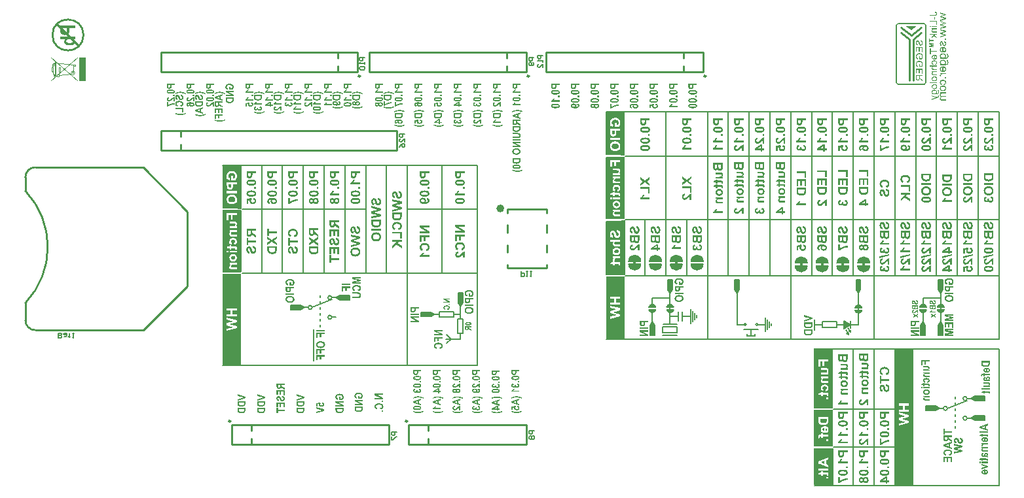
<source format=gbo>
G04*
G04 #@! TF.GenerationSoftware,Altium Limited,Altium Designer,18.0.11 (651)*
G04*
G04 Layer_Color=32896*
%FSLAX24Y24*%
%MOIN*%
G70*
G01*
G75*
%ADD10C,0.0059*%
%ADD13C,0.0100*%
%ADD15C,0.0200*%
%ADD16C,0.0060*%
%ADD18C,0.0079*%
%ADD19C,0.0080*%
%ADD21C,0.0050*%
%ADD212C,0.0120*%
%ADD235C,0.0049*%
%ADD236C,0.0110*%
%ADD237R,0.0289X0.1150*%
%ADD238R,0.0980X0.0258*%
%ADD239R,0.0980X0.0170*%
%ADD240R,0.0980X0.0070*%
%ADD241R,0.0200X0.2250*%
%ADD242R,0.0160X0.3170*%
%ADD243R,0.0200X0.3180*%
%ADD244R,0.0160X0.2240*%
%ADD245R,0.0190X0.2790*%
%ADD246R,0.0180X0.1993*%
%ADD247R,0.0160X0.2759*%
%ADD248R,0.0980X0.0940*%
%ADD249R,0.0170X0.1811*%
%ADD250R,0.0980X0.0400*%
%ADD251R,0.0980X0.0413*%
%ADD252R,0.0980X0.1000*%
%ADD253R,0.0980X0.0140*%
%ADD254R,0.0170X0.4400*%
%ADD255R,0.0180X0.4430*%
%ADD256R,0.0180X0.4593*%
%ADD257R,0.0980X0.2730*%
%ADD258R,0.0170X0.5841*%
%ADD259R,0.0980X0.2980*%
%ADD260R,0.0980X0.0270*%
%ADD261R,0.0980X0.0280*%
%ADD262R,0.0160X0.1859*%
%ADD263R,0.0190X0.1890*%
%ADD264R,0.0160X0.3050*%
%ADD265R,0.0200X0.1890*%
%ADD266R,0.0160X0.1890*%
%ADD267R,0.0200X0.3050*%
%ADD268R,0.0980X0.0170*%
%ADD269R,0.0980X0.0420*%
%ADD270R,0.0980X0.0430*%
G36*
X34290Y12130D02*
X34360Y12120D01*
X34440Y12060D01*
X34480Y11990D01*
X34530Y11865D01*
X34222Y11866D01*
X33900Y11865D01*
X33940Y11990D01*
X33980Y12060D01*
X34070Y12140D01*
X34190Y12160D01*
X34290Y12130D01*
D02*
G37*
G36*
X33230D02*
X33300Y12120D01*
X33380Y12060D01*
X33420Y11990D01*
X33470Y11865D01*
X33162Y11866D01*
X32840Y11865D01*
X32880Y11990D01*
X32920Y12060D01*
X33010Y12140D01*
X33130Y12160D01*
X33230Y12130D01*
D02*
G37*
G36*
X31110D02*
X31180Y12120D01*
X31260Y12060D01*
X31300Y11990D01*
X31350Y11865D01*
X31042Y11866D01*
X30720Y11865D01*
X30760Y11990D01*
X30800Y12060D01*
X30890Y12140D01*
X31010Y12160D01*
X31110Y12130D01*
D02*
G37*
G36*
X32170Y12128D02*
X32240Y12118D01*
X32320Y12058D01*
X32360Y11988D01*
X32410Y11863D01*
X32102Y11864D01*
X31780Y11863D01*
X31820Y11988D01*
X31860Y12058D01*
X31950Y12138D01*
X32070Y12158D01*
X32170Y12128D01*
D02*
G37*
G36*
X39590Y12040D02*
X39660Y12030D01*
X39740Y11970D01*
X39780Y11900D01*
X39830Y11775D01*
X39522Y11776D01*
X39200Y11775D01*
X39240Y11900D01*
X39280Y11970D01*
X39370Y12050D01*
X39490Y12070D01*
X39590Y12040D01*
D02*
G37*
G36*
X34178Y11703D02*
X34500Y11704D01*
X34460Y11580D01*
X34420Y11510D01*
X34330Y11430D01*
X34210Y11410D01*
X34110Y11440D01*
X34040Y11450D01*
X33960Y11510D01*
X33920Y11580D01*
X33870Y11704D01*
X34178Y11703D01*
D02*
G37*
G36*
X33118D02*
X33440Y11704D01*
X33400Y11580D01*
X33360Y11510D01*
X33270Y11430D01*
X33150Y11410D01*
X33050Y11440D01*
X32980Y11450D01*
X32900Y11510D01*
X32860Y11580D01*
X32810Y11704D01*
X33118Y11703D01*
D02*
G37*
G36*
X30998D02*
X31320Y11704D01*
X31280Y11580D01*
X31240Y11510D01*
X31150Y11430D01*
X31030Y11410D01*
X30930Y11440D01*
X30860Y11450D01*
X30780Y11510D01*
X30740Y11580D01*
X30690Y11704D01*
X30998Y11703D01*
D02*
G37*
G36*
X32058Y11701D02*
X32380Y11702D01*
X32340Y11578D01*
X32300Y11508D01*
X32210Y11428D01*
X32090Y11408D01*
X31990Y11438D01*
X31920Y11448D01*
X31840Y11508D01*
X31800Y11578D01*
X31750Y11702D01*
X32058Y11701D01*
D02*
G37*
G36*
X39478Y11613D02*
X39800Y11614D01*
X39760Y11490D01*
X39720Y11420D01*
X39630Y11340D01*
X39510Y11320D01*
X39410Y11350D01*
X39340Y11360D01*
X39260Y11420D01*
X39220Y11490D01*
X39170Y11614D01*
X39478Y11613D01*
D02*
G37*
G36*
X36097Y10902D02*
X36329D01*
Y10387D01*
X36278Y10307D01*
X36251Y10268D01*
X36227Y10260D01*
X36223D01*
X36097Y10386D01*
Y10559D01*
X36093Y10906D01*
X36097Y10902D01*
D02*
G37*
G36*
X32690D02*
X32922D01*
Y10387D01*
X32871Y10307D01*
X32843Y10268D01*
X32820Y10260D01*
X32816D01*
X32690Y10386D01*
Y10559D01*
X32686Y10906D01*
X32690Y10902D01*
D02*
G37*
G36*
X16497Y10130D02*
Y9898D01*
X15982D01*
X15902Y9949D01*
X15863Y9977D01*
X15855Y10000D01*
Y10004D01*
X15981Y10130D01*
X16154D01*
X16501Y10134D01*
X16497Y10130D01*
D02*
G37*
G36*
X22020Y10233D02*
X22252D01*
Y9718D01*
X22201Y9638D01*
X22173Y9599D01*
X22150Y9591D01*
X22146D01*
X22020Y9717D01*
Y9890D01*
X22016Y10237D01*
X22020Y10233D01*
D02*
G37*
G36*
X32875Y9675D02*
X32903Y9665D01*
X32957Y9632D01*
X32989Y9599D01*
X33011Y9562D01*
X33024Y9523D01*
X33017Y9503D01*
X32996Y9491D01*
X32657D01*
X32628Y9521D01*
X32643Y9567D01*
X32660Y9593D01*
X32689Y9622D01*
X32712Y9643D01*
X32751Y9666D01*
X32788Y9677D01*
X32875Y9675D01*
D02*
G37*
G36*
X31970D02*
X31998Y9665D01*
X32052Y9632D01*
X32084Y9599D01*
X32106Y9562D01*
X32119Y9523D01*
X32112Y9503D01*
X32091Y9491D01*
X31752D01*
X31723Y9521D01*
X31738Y9567D01*
X31755Y9593D01*
X31784Y9622D01*
X31807Y9643D01*
X31846Y9666D01*
X31883Y9677D01*
X31970Y9675D01*
D02*
G37*
G36*
X14098Y9551D02*
X14137Y9523D01*
X14145Y9500D01*
Y9496D01*
X14019Y9370D01*
X13846D01*
X13499Y9366D01*
X13503Y9370D01*
Y9602D01*
X14018D01*
X14098Y9551D01*
D02*
G37*
G36*
X33026Y9381D02*
X33011Y9334D01*
X32994Y9309D01*
X32965Y9280D01*
X32942Y9259D01*
X32903Y9236D01*
X32866Y9225D01*
X32779Y9227D01*
X32751Y9237D01*
X32697Y9270D01*
X32665Y9303D01*
X32642Y9339D01*
X32630Y9379D01*
X32637Y9399D01*
X32657Y9410D01*
X32997D01*
X33026Y9381D01*
D02*
G37*
G36*
X32116D02*
X32101Y9334D01*
X32084Y9309D01*
X32055Y9280D01*
X32032Y9259D01*
X31993Y9236D01*
X31956Y9225D01*
X31869Y9227D01*
X31841Y9237D01*
X31787Y9270D01*
X31755Y9303D01*
X31735Y9340D01*
X31725Y9380D01*
X31727Y9399D01*
X31747Y9410D01*
X32087D01*
X32116Y9381D01*
D02*
G37*
G36*
X20748Y9197D02*
X20787Y9169D01*
X20795Y9146D01*
Y9142D01*
X20669Y9016D01*
X20496D01*
X20149Y9012D01*
X20153Y9016D01*
Y9248D01*
X20668D01*
X20748Y9197D01*
D02*
G37*
G36*
X32050Y8594D02*
Y8421D01*
X32054Y8074D01*
X32050Y8078D01*
X31818D01*
Y8593D01*
X31869Y8673D01*
X31897Y8712D01*
X31920Y8720D01*
X31924D01*
X32050Y8594D01*
D02*
G37*
G36*
X45096Y23633D02*
X44811Y23846D01*
X45381D01*
X45096Y23633D01*
D02*
G37*
G36*
X42770Y12040D02*
X42840Y12030D01*
X42920Y11970D01*
X42960Y11900D01*
X43010Y11775D01*
X42702Y11776D01*
X42380Y11775D01*
X42420Y11900D01*
X42460Y11970D01*
X42550Y12050D01*
X42670Y12070D01*
X42770Y12040D01*
D02*
G37*
G36*
X41710D02*
X41780Y12030D01*
X41860Y11970D01*
X41900Y11900D01*
X41950Y11775D01*
X41642Y11776D01*
X41320Y11775D01*
X41360Y11900D01*
X41400Y11970D01*
X41490Y12050D01*
X41610Y12070D01*
X41710Y12040D01*
D02*
G37*
G36*
X40650Y12038D02*
X40720Y12028D01*
X40800Y11968D01*
X40840Y11898D01*
X40890Y11773D01*
X40582Y11774D01*
X40260Y11773D01*
X40300Y11898D01*
X40340Y11968D01*
X40430Y12048D01*
X40550Y12068D01*
X40650Y12038D01*
D02*
G37*
G36*
X42658Y11613D02*
X42980Y11614D01*
X42940Y11490D01*
X42900Y11420D01*
X42810Y11340D01*
X42690Y11320D01*
X42590Y11350D01*
X42520Y11360D01*
X42440Y11420D01*
X42400Y11490D01*
X42350Y11614D01*
X42658Y11613D01*
D02*
G37*
G36*
X41598D02*
X41920Y11614D01*
X41880Y11490D01*
X41840Y11420D01*
X41750Y11340D01*
X41630Y11320D01*
X41530Y11350D01*
X41460Y11360D01*
X41380Y11420D01*
X41340Y11490D01*
X41290Y11614D01*
X41598Y11613D01*
D02*
G37*
G36*
X40538Y11611D02*
X40860Y11612D01*
X40820Y11488D01*
X40780Y11418D01*
X40690Y11338D01*
X40570Y11318D01*
X40470Y11348D01*
X40400Y11358D01*
X40320Y11418D01*
X40280Y11488D01*
X40230Y11612D01*
X40538Y11611D01*
D02*
G37*
G36*
X46470Y10902D02*
X46702D01*
Y10387D01*
X46651Y10307D01*
X46623Y10268D01*
X46600Y10260D01*
X46596D01*
X46470Y10386D01*
Y10559D01*
X46466Y10906D01*
X46470Y10902D01*
D02*
G37*
G36*
X42277D02*
X42509D01*
Y10387D01*
X42458Y10307D01*
X42431Y10268D01*
X42407Y10260D01*
X42403D01*
X42277Y10386D01*
Y10559D01*
X42273Y10906D01*
X42277Y10902D01*
D02*
G37*
G36*
X46655Y9675D02*
X46683Y9665D01*
X46737Y9632D01*
X46769Y9599D01*
X46791Y9562D01*
X46804Y9523D01*
X46797Y9503D01*
X46776Y9491D01*
X46437D01*
X46408Y9521D01*
X46423Y9567D01*
X46440Y9593D01*
X46469Y9622D01*
X46492Y9643D01*
X46531Y9666D01*
X46568Y9677D01*
X46655Y9675D01*
D02*
G37*
G36*
X45750D02*
X45778Y9665D01*
X45832Y9632D01*
X45864Y9599D01*
X45886Y9562D01*
X45899Y9523D01*
X45892Y9503D01*
X45871Y9491D01*
X45532D01*
X45503Y9521D01*
X45518Y9567D01*
X45535Y9593D01*
X45564Y9622D01*
X45587Y9643D01*
X45626Y9666D01*
X45663Y9677D01*
X45750Y9675D01*
D02*
G37*
G36*
X42460Y9645D02*
X42488Y9635D01*
X42542Y9602D01*
X42574Y9569D01*
X42596Y9532D01*
X42609Y9493D01*
X42602Y9473D01*
X42581Y9461D01*
X42242Y9461D01*
X42213Y9491D01*
X42228Y9537D01*
X42245Y9563D01*
X42274Y9592D01*
X42297Y9613D01*
X42336Y9636D01*
X42373Y9647D01*
X42460Y9645D01*
D02*
G37*
G36*
X46806Y9381D02*
X46791Y9334D01*
X46774Y9309D01*
X46745Y9280D01*
X46722Y9259D01*
X46683Y9236D01*
X46646Y9225D01*
X46559Y9227D01*
X46531Y9237D01*
X46477Y9270D01*
X46445Y9303D01*
X46422Y9339D01*
X46410Y9379D01*
X46417Y9399D01*
X46437Y9410D01*
X46777D01*
X46806Y9381D01*
D02*
G37*
G36*
X45896D02*
X45881Y9334D01*
X45864Y9309D01*
X45835Y9280D01*
X45812Y9259D01*
X45773Y9236D01*
X45736Y9225D01*
X45649Y9227D01*
X45621Y9237D01*
X45567Y9270D01*
X45535Y9303D01*
X45515Y9340D01*
X45505Y9380D01*
X45507Y9399D01*
X45527Y9410D01*
X45867D01*
X45896Y9381D01*
D02*
G37*
G36*
X42611Y9351D02*
X42596Y9304D01*
X42579Y9279D01*
X42550Y9250D01*
X42527Y9229D01*
X42488Y9206D01*
X42451Y9195D01*
X42364Y9197D01*
X42336Y9207D01*
X42282Y9240D01*
X42250Y9273D01*
X42227Y9309D01*
X42215Y9349D01*
X42222Y9369D01*
X42242Y9380D01*
X42582D01*
X42611Y9351D01*
D02*
G37*
G36*
X41765Y8771D02*
X41924Y8680D01*
X41984Y8605D01*
X41888Y8550D01*
X41684Y8433D01*
X41660Y8613D01*
X41672Y8814D01*
X41765Y8771D01*
D02*
G37*
G36*
X46730Y8594D02*
Y8421D01*
X46734Y8074D01*
X46730Y8078D01*
X46498D01*
Y8593D01*
X46549Y8673D01*
X46577Y8712D01*
X46600Y8720D01*
X46604D01*
X46730Y8594D01*
D02*
G37*
G36*
X45830D02*
Y8421D01*
X45834Y8074D01*
X45830Y8078D01*
X45598D01*
Y8593D01*
X45649Y8673D01*
X45677Y8712D01*
X45700Y8720D01*
X45704D01*
X45830Y8594D01*
D02*
G37*
G36*
X48837Y4985D02*
Y4753D01*
X48322D01*
X48242Y4804D01*
X48203Y4831D01*
X48195Y4855D01*
Y4859D01*
X48321Y4985D01*
X48494D01*
X48841Y4989D01*
X48837Y4985D01*
D02*
G37*
G36*
X46438Y4406D02*
X46477Y4378D01*
X46485Y4355D01*
Y4351D01*
X46359Y4225D01*
X46186D01*
X45839Y4221D01*
X45843Y4225D01*
Y4457D01*
X46358D01*
X46438Y4406D01*
D02*
G37*
G36*
X48837Y3985D02*
Y3753D01*
X48322D01*
X48242Y3804D01*
X48203Y3831D01*
X48195Y3855D01*
Y3859D01*
X48321Y3985D01*
X48494D01*
X48841Y3989D01*
X48837Y3985D01*
D02*
G37*
G36*
X17082Y10982D02*
X16737D01*
X17082Y10912D01*
Y10842D01*
X16737Y10770D01*
X17082D01*
Y10703D01*
X16644D01*
Y10812D01*
X16944Y10877D01*
X16644Y10941D01*
Y11050D01*
X17082D01*
Y10982D01*
D02*
G37*
G36*
X16549Y10637D02*
X16110D01*
Y10710D01*
X16549D01*
Y10637D01*
D02*
G37*
G36*
Y10495D02*
X16362D01*
Y10345D01*
X16288D01*
Y10495D01*
X16184D01*
Y10322D01*
X16110D01*
Y10568D01*
X16549D01*
Y10495D01*
D02*
G37*
G36*
X16887Y10643D02*
X16905Y10641D01*
X16922Y10639D01*
X16938Y10636D01*
X16954Y10632D01*
X16968Y10628D01*
X16980Y10623D01*
X16991Y10618D01*
X17002Y10614D01*
X17011Y10609D01*
X17018Y10605D01*
X17025Y10601D01*
X17030Y10598D01*
X17033Y10596D01*
X17036Y10594D01*
X17036Y10593D01*
X17046Y10584D01*
X17054Y10576D01*
X17061Y10566D01*
X17067Y10557D01*
X17073Y10548D01*
X17077Y10538D01*
X17081Y10529D01*
X17083Y10520D01*
X17085Y10512D01*
X17087Y10504D01*
X17088Y10497D01*
X17089Y10491D01*
Y10486D01*
X17090Y10482D01*
Y10480D01*
X17089Y10469D01*
X17088Y10459D01*
X17087Y10450D01*
X17085Y10441D01*
X17082Y10433D01*
X17080Y10425D01*
X17076Y10418D01*
X17073Y10411D01*
X17070Y10405D01*
X17067Y10401D01*
X17064Y10396D01*
X17061Y10393D01*
X17059Y10390D01*
X17057Y10387D01*
X17057Y10386D01*
X17056Y10386D01*
X17049Y10379D01*
X17042Y10372D01*
X17033Y10366D01*
X17025Y10361D01*
X17007Y10351D01*
X16990Y10344D01*
X16982Y10340D01*
X16974Y10338D01*
X16967Y10336D01*
X16961Y10334D01*
X16956Y10332D01*
X16952Y10331D01*
X16949Y10330D01*
X16949D01*
X16922Y10401D01*
X16930Y10403D01*
X16938Y10405D01*
X16946Y10407D01*
X16953Y10410D01*
X16959Y10412D01*
X16965Y10414D01*
X16975Y10419D01*
X16983Y10424D01*
X16988Y10428D01*
X16991Y10430D01*
X16992Y10431D01*
X17000Y10439D01*
X17005Y10447D01*
X17009Y10456D01*
X17011Y10464D01*
X17013Y10471D01*
X17014Y10476D01*
X17014Y10480D01*
Y10481D01*
X17014Y10488D01*
X17012Y10495D01*
X17011Y10501D01*
X17009Y10507D01*
X17003Y10518D01*
X16997Y10527D01*
X16990Y10534D01*
X16984Y10540D01*
X16983Y10542D01*
X16981Y10543D01*
X16980Y10544D01*
X16979Y10544D01*
X16972Y10548D01*
X16964Y10552D01*
X16955Y10555D01*
X16946Y10558D01*
X16927Y10563D01*
X16907Y10566D01*
X16898Y10566D01*
X16889Y10568D01*
X16882Y10568D01*
X16875D01*
X16869Y10569D01*
X16865D01*
X16863D01*
X16861D01*
X16847Y10568D01*
X16833Y10568D01*
X16821Y10566D01*
X16810Y10565D01*
X16800Y10563D01*
X16790Y10561D01*
X16782Y10558D01*
X16775Y10556D01*
X16768Y10554D01*
X16762Y10552D01*
X16758Y10549D01*
X16754Y10548D01*
X16751Y10546D01*
X16749Y10545D01*
X16748Y10544D01*
X16747D01*
X16741Y10539D01*
X16736Y10534D01*
X16731Y10528D01*
X16727Y10523D01*
X16723Y10517D01*
X16721Y10512D01*
X16716Y10502D01*
X16714Y10493D01*
X16713Y10489D01*
X16713Y10485D01*
X16712Y10483D01*
Y10479D01*
X16713Y10469D01*
X16715Y10460D01*
X16718Y10452D01*
X16722Y10444D01*
X16726Y10439D01*
X16729Y10434D01*
X16731Y10432D01*
X16731Y10431D01*
X16739Y10424D01*
X16748Y10417D01*
X16757Y10412D01*
X16766Y10408D01*
X16773Y10406D01*
X16780Y10404D01*
X16782Y10403D01*
X16784D01*
X16785Y10403D01*
X16786D01*
X16765Y10331D01*
X16754Y10334D01*
X16744Y10337D01*
X16736Y10340D01*
X16727Y10343D01*
X16719Y10347D01*
X16712Y10351D01*
X16706Y10354D01*
X16700Y10357D01*
X16695Y10361D01*
X16690Y10363D01*
X16687Y10366D01*
X16683Y10369D01*
X16681Y10370D01*
X16679Y10372D01*
X16678Y10373D01*
X16678Y10373D01*
X16670Y10381D01*
X16664Y10390D01*
X16659Y10398D01*
X16654Y10407D01*
X16650Y10415D01*
X16646Y10424D01*
X16644Y10432D01*
X16642Y10439D01*
X16640Y10447D01*
X16639Y10453D01*
X16638Y10460D01*
X16637Y10465D01*
X16636Y10469D01*
Y10475D01*
X16637Y10488D01*
X16639Y10501D01*
X16642Y10513D01*
X16645Y10524D01*
X16649Y10535D01*
X16654Y10545D01*
X16659Y10554D01*
X16664Y10562D01*
X16669Y10569D01*
X16674Y10575D01*
X16679Y10580D01*
X16683Y10585D01*
X16687Y10589D01*
X16689Y10591D01*
X16691Y10593D01*
X16692Y10593D01*
X16704Y10602D01*
X16717Y10610D01*
X16731Y10617D01*
X16746Y10622D01*
X16761Y10627D01*
X16775Y10631D01*
X16790Y10635D01*
X16803Y10637D01*
X16817Y10639D01*
X16828Y10640D01*
X16839Y10642D01*
X16849Y10643D01*
X16857D01*
X16863Y10643D01*
X16864D01*
X16866D01*
X16867D01*
X16867D01*
X16887Y10643D01*
D02*
G37*
G36*
X16912Y10268D02*
X16927Y10268D01*
X16941Y10267D01*
X16954Y10266D01*
X16965Y10264D01*
X16975Y10263D01*
X16983Y10262D01*
X16990Y10261D01*
X16997Y10260D01*
X17002Y10259D01*
X17006Y10257D01*
X17010Y10256D01*
X17012Y10256D01*
X17013Y10255D01*
X17014D01*
X17026Y10249D01*
X17038Y10242D01*
X17047Y10235D01*
X17056Y10227D01*
X17062Y10220D01*
X17067Y10215D01*
X17068Y10212D01*
X17069Y10211D01*
X17070Y10210D01*
Y10210D01*
X17077Y10197D01*
X17082Y10182D01*
X17085Y10168D01*
X17088Y10154D01*
X17088Y10147D01*
X17089Y10141D01*
X17089Y10136D01*
Y10131D01*
X17090Y10127D01*
Y10122D01*
X17089Y10102D01*
X17086Y10085D01*
X17084Y10077D01*
X17082Y10070D01*
X17080Y10063D01*
X17078Y10057D01*
X17076Y10052D01*
X17074Y10047D01*
X17071Y10043D01*
X17070Y10040D01*
X17068Y10038D01*
X17067Y10036D01*
X17066Y10035D01*
Y10034D01*
X17056Y10022D01*
X17046Y10014D01*
X17035Y10006D01*
X17025Y10000D01*
X17016Y9996D01*
X17012Y9994D01*
X17009Y9993D01*
X17006Y9993D01*
X17004Y9992D01*
X17003Y9992D01*
X17003D01*
X16994Y9990D01*
X16986Y9988D01*
X16976Y9987D01*
X16966Y9986D01*
X16945Y9984D01*
X16924Y9983D01*
X16914Y9982D01*
X16905D01*
X16896Y9982D01*
X16889D01*
X16883D01*
X16879D01*
X16876D01*
X16875D01*
X16644D01*
Y10054D01*
X16887D01*
X16898D01*
X16909D01*
X16919Y10054D01*
X16928Y10055D01*
X16936Y10056D01*
X16942D01*
X16949Y10056D01*
X16954Y10057D01*
X16959Y10057D01*
X16962Y10058D01*
X16966Y10059D01*
X16968Y10059D01*
X16970Y10060D01*
X16971D01*
X16972Y10060D01*
X16979Y10063D01*
X16986Y10066D01*
X16991Y10070D01*
X16995Y10073D01*
X16998Y10077D01*
X17001Y10080D01*
X17003Y10081D01*
X17003Y10082D01*
X17007Y10088D01*
X17010Y10095D01*
X17011Y10102D01*
X17013Y10109D01*
X17014Y10115D01*
X17014Y10119D01*
Y10123D01*
X17014Y10134D01*
X17012Y10143D01*
X17009Y10152D01*
X17006Y10159D01*
X17004Y10164D01*
X17001Y10168D01*
X16999Y10171D01*
X16998Y10172D01*
X16992Y10178D01*
X16985Y10183D01*
X16977Y10187D01*
X16970Y10190D01*
X16963Y10192D01*
X16958Y10193D01*
X16955Y10194D01*
X16954D01*
X16954D01*
X16950Y10195D01*
X16946D01*
X16941Y10196D01*
X16936D01*
X16924Y10196D01*
X16912D01*
X16901Y10197D01*
X16895D01*
X16891D01*
X16887D01*
X16884D01*
X16882D01*
X16882D01*
X16644D01*
Y10269D01*
X16878D01*
X16896D01*
X16912Y10268D01*
D02*
G37*
G36*
X10917Y6550D02*
X10099D01*
Y11200D01*
X10917D01*
Y6550D01*
D02*
G37*
G36*
X46817Y3194D02*
X47181D01*
Y3122D01*
X46817D01*
Y3015D01*
X46743D01*
Y3301D01*
X46817D01*
Y3194D01*
D02*
G37*
G36*
X47181Y2896D02*
X46998D01*
Y2873D01*
X46999Y2865D01*
X47000Y2859D01*
X47000Y2854D01*
X47002Y2850D01*
X47003Y2848D01*
X47003Y2846D01*
Y2845D01*
X47006Y2841D01*
X47008Y2837D01*
X47014Y2830D01*
X47017Y2827D01*
X47019Y2825D01*
X47021Y2824D01*
X47021Y2824D01*
X47024Y2821D01*
X47028Y2819D01*
X47032Y2816D01*
X47037Y2813D01*
X47048Y2807D01*
X47059Y2800D01*
X47069Y2794D01*
X47074Y2792D01*
X47078Y2790D01*
X47081Y2788D01*
X47084Y2786D01*
X47086Y2786D01*
X47086Y2785D01*
X47181Y2733D01*
Y2646D01*
X47096Y2690D01*
X47087Y2694D01*
X47078Y2699D01*
X47070Y2703D01*
X47063Y2707D01*
X47057Y2711D01*
X47051Y2714D01*
X47046Y2718D01*
X47041Y2720D01*
X47037Y2723D01*
X47034Y2725D01*
X47029Y2728D01*
X47026Y2730D01*
X47025Y2731D01*
X47017Y2737D01*
X47010Y2743D01*
X47005Y2750D01*
X46999Y2756D01*
X46995Y2761D01*
X46991Y2765D01*
X46989Y2768D01*
X46988Y2769D01*
X46984Y2753D01*
X46978Y2739D01*
X46972Y2727D01*
X46965Y2718D01*
X46959Y2709D01*
X46954Y2704D01*
X46950Y2701D01*
X46949Y2699D01*
X46949D01*
X46942Y2695D01*
X46936Y2691D01*
X46922Y2685D01*
X46908Y2680D01*
X46895Y2677D01*
X46884Y2676D01*
X46879Y2675D01*
X46875D01*
X46870Y2674D01*
X46868D01*
X46866D01*
X46866D01*
X46851Y2675D01*
X46838Y2677D01*
X46826Y2680D01*
X46816Y2683D01*
X46807Y2685D01*
X46801Y2688D01*
X46799Y2689D01*
X46797Y2690D01*
X46796Y2691D01*
X46796D01*
X46786Y2697D01*
X46777Y2704D01*
X46770Y2711D01*
X46764Y2718D01*
X46760Y2723D01*
X46757Y2728D01*
X46756Y2731D01*
X46755Y2732D01*
Y2732D01*
X46753Y2737D01*
X46751Y2743D01*
X46748Y2755D01*
X46746Y2769D01*
X46744Y2783D01*
X46743Y2796D01*
Y2801D01*
X46743Y2806D01*
Y2968D01*
X47181D01*
Y2896D01*
D02*
G37*
G36*
X47593Y2848D02*
X47606Y2845D01*
X47618Y2843D01*
X47629Y2839D01*
X47640Y2835D01*
X47650Y2831D01*
X47658Y2826D01*
X47666Y2820D01*
X47674Y2815D01*
X47681Y2809D01*
X47687Y2803D01*
X47693Y2797D01*
X47703Y2784D01*
X47711Y2771D01*
X47717Y2758D01*
X47722Y2746D01*
X47725Y2734D01*
X47728Y2724D01*
X47729Y2715D01*
X47729Y2712D01*
Y2709D01*
X47730Y2707D01*
Y2703D01*
X47729Y2690D01*
X47728Y2677D01*
X47726Y2665D01*
X47724Y2655D01*
X47721Y2645D01*
X47718Y2636D01*
X47714Y2627D01*
X47711Y2620D01*
X47707Y2614D01*
X47704Y2609D01*
X47700Y2604D01*
X47697Y2600D01*
X47695Y2597D01*
X47693Y2595D01*
X47692Y2594D01*
X47692Y2594D01*
X47684Y2587D01*
X47676Y2582D01*
X47668Y2577D01*
X47660Y2573D01*
X47652Y2570D01*
X47644Y2567D01*
X47629Y2563D01*
X47622Y2561D01*
X47616Y2560D01*
X47610Y2559D01*
X47605Y2559D01*
X47601Y2558D01*
X47598D01*
X47596D01*
X47595D01*
X47581Y2559D01*
X47569Y2560D01*
X47557Y2562D01*
X47548Y2564D01*
X47539Y2567D01*
X47534Y2569D01*
X47532Y2570D01*
X47530Y2571D01*
X47529Y2571D01*
X47529D01*
X47519Y2577D01*
X47510Y2583D01*
X47502Y2589D01*
X47496Y2595D01*
X47490Y2601D01*
X47486Y2605D01*
X47484Y2608D01*
X47483Y2609D01*
X47480Y2613D01*
X47477Y2619D01*
X47471Y2631D01*
X47465Y2644D01*
X47460Y2657D01*
X47456Y2669D01*
X47454Y2674D01*
X47453Y2679D01*
X47452Y2682D01*
X47451Y2685D01*
X47450Y2687D01*
Y2687D01*
X47447Y2697D01*
X47444Y2705D01*
X47442Y2713D01*
X47440Y2720D01*
X47437Y2726D01*
X47435Y2731D01*
X47433Y2736D01*
X47431Y2740D01*
X47429Y2743D01*
X47427Y2746D01*
X47425Y2750D01*
X47423Y2753D01*
X47423Y2753D01*
X47418Y2758D01*
X47413Y2762D01*
X47408Y2764D01*
X47404Y2766D01*
X47399Y2767D01*
X47396Y2767D01*
X47394D01*
X47393D01*
X47387Y2767D01*
X47380Y2765D01*
X47375Y2762D01*
X47370Y2759D01*
X47367Y2757D01*
X47364Y2754D01*
X47363Y2752D01*
X47362Y2752D01*
X47358Y2745D01*
X47355Y2738D01*
X47353Y2731D01*
X47352Y2723D01*
X47350Y2717D01*
X47350Y2711D01*
Y2707D01*
X47350Y2696D01*
X47352Y2687D01*
X47355Y2680D01*
X47357Y2673D01*
X47359Y2668D01*
X47362Y2665D01*
X47363Y2662D01*
X47364Y2662D01*
X47370Y2657D01*
X47377Y2652D01*
X47385Y2648D01*
X47394Y2646D01*
X47401Y2643D01*
X47407Y2642D01*
X47409Y2641D01*
X47411Y2641D01*
X47412D01*
X47413D01*
X47409Y2568D01*
X47397Y2569D01*
X47386Y2570D01*
X47376Y2572D01*
X47367Y2575D01*
X47358Y2578D01*
X47350Y2581D01*
X47342Y2584D01*
X47336Y2588D01*
X47330Y2591D01*
X47325Y2594D01*
X47321Y2598D01*
X47317Y2600D01*
X47314Y2602D01*
X47313Y2604D01*
X47311Y2605D01*
X47311Y2606D01*
X47305Y2613D01*
X47299Y2620D01*
X47295Y2628D01*
X47291Y2636D01*
X47288Y2644D01*
X47285Y2653D01*
X47281Y2669D01*
X47279Y2676D01*
X47278Y2683D01*
X47278Y2689D01*
X47277Y2694D01*
X47276Y2699D01*
Y2705D01*
X47277Y2720D01*
X47279Y2734D01*
X47281Y2746D01*
X47284Y2756D01*
X47287Y2764D01*
X47288Y2768D01*
X47289Y2771D01*
X47290Y2773D01*
X47291Y2775D01*
X47292Y2776D01*
Y2776D01*
X47297Y2786D01*
X47304Y2795D01*
X47311Y2803D01*
X47318Y2809D01*
X47325Y2815D01*
X47330Y2818D01*
X47334Y2820D01*
X47334Y2821D01*
X47335D01*
X47346Y2826D01*
X47357Y2830D01*
X47368Y2833D01*
X47378Y2835D01*
X47387Y2836D01*
X47390D01*
X47394Y2837D01*
X47396D01*
X47398D01*
X47399D01*
X47399D01*
X47411Y2836D01*
X47422Y2835D01*
X47432Y2833D01*
X47440Y2830D01*
X47447Y2829D01*
X47452Y2826D01*
X47456Y2825D01*
X47457Y2824D01*
X47457D01*
X47466Y2819D01*
X47475Y2813D01*
X47482Y2808D01*
X47489Y2802D01*
X47493Y2798D01*
X47497Y2794D01*
X47500Y2791D01*
X47500Y2790D01*
X47506Y2781D01*
X47512Y2770D01*
X47517Y2759D01*
X47521Y2748D01*
X47525Y2738D01*
X47527Y2734D01*
X47528Y2730D01*
X47529Y2727D01*
X47530Y2724D01*
X47531Y2723D01*
Y2722D01*
X47534Y2713D01*
X47536Y2705D01*
X47539Y2697D01*
X47541Y2690D01*
X47543Y2685D01*
X47545Y2679D01*
X47546Y2674D01*
X47548Y2671D01*
X47549Y2667D01*
X47550Y2664D01*
X47552Y2660D01*
X47553Y2658D01*
X47553Y2657D01*
X47556Y2653D01*
X47559Y2648D01*
X47562Y2645D01*
X47564Y2642D01*
X47567Y2640D01*
X47569Y2639D01*
X47570Y2637D01*
X47570D01*
X47574Y2635D01*
X47578Y2633D01*
X47587Y2631D01*
X47591D01*
X47594Y2630D01*
X47595D01*
X47596D01*
X47605Y2631D01*
X47613Y2633D01*
X47620Y2636D01*
X47627Y2640D01*
X47631Y2644D01*
X47636Y2647D01*
X47638Y2649D01*
X47638Y2650D01*
X47644Y2657D01*
X47648Y2665D01*
X47651Y2674D01*
X47653Y2682D01*
X47654Y2690D01*
X47655Y2696D01*
Y2701D01*
X47654Y2713D01*
X47652Y2723D01*
X47648Y2733D01*
X47642Y2741D01*
X47636Y2749D01*
X47629Y2755D01*
X47621Y2760D01*
X47613Y2765D01*
X47606Y2769D01*
X47598Y2772D01*
X47591Y2774D01*
X47584Y2776D01*
X47579Y2777D01*
X47575Y2778D01*
X47573Y2779D01*
X47571D01*
X47580Y2850D01*
X47593Y2848D01*
D02*
G37*
G36*
X47181Y2566D02*
X47081Y2536D01*
Y2393D01*
X47181Y2361D01*
Y2283D01*
X46743Y2426D01*
Y2504D01*
X47181Y2643D01*
Y2566D01*
D02*
G37*
G36*
X47722Y2446D02*
Y2367D01*
X47395Y2296D01*
X47722Y2224D01*
Y2147D01*
X47284Y2060D01*
Y2134D01*
X47591Y2188D01*
X47284Y2252D01*
Y2338D01*
X47585Y2404D01*
X47284Y2458D01*
Y2532D01*
X47722Y2446D01*
D02*
G37*
G36*
X46985Y2256D02*
X47004Y2255D01*
X47021Y2252D01*
X47037Y2249D01*
X47052Y2245D01*
X47066Y2241D01*
X47079Y2237D01*
X47090Y2232D01*
X47101Y2227D01*
X47109Y2223D01*
X47117Y2218D01*
X47123Y2214D01*
X47129Y2211D01*
X47132Y2209D01*
X47135Y2207D01*
X47135Y2207D01*
X47144Y2198D01*
X47153Y2189D01*
X47160Y2180D01*
X47166Y2171D01*
X47171Y2161D01*
X47176Y2151D01*
X47179Y2143D01*
X47182Y2133D01*
X47184Y2125D01*
X47186Y2118D01*
X47187Y2111D01*
X47188Y2105D01*
Y2100D01*
X47189Y2096D01*
Y2093D01*
X47188Y2083D01*
X47187Y2073D01*
X47186Y2063D01*
X47183Y2055D01*
X47181Y2046D01*
X47178Y2039D01*
X47175Y2032D01*
X47172Y2025D01*
X47169Y2019D01*
X47165Y2014D01*
X47163Y2010D01*
X47160Y2006D01*
X47158Y2003D01*
X47156Y2001D01*
X47156Y2000D01*
X47155Y1999D01*
X47148Y1992D01*
X47140Y1986D01*
X47132Y1980D01*
X47124Y1974D01*
X47106Y1965D01*
X47088Y1957D01*
X47080Y1954D01*
X47073Y1951D01*
X47066Y1949D01*
X47060Y1947D01*
X47055Y1946D01*
X47051Y1944D01*
X47048Y1944D01*
X47048D01*
X47020Y2014D01*
X47029Y2016D01*
X47037Y2018D01*
X47045Y2021D01*
X47052Y2023D01*
X47058Y2025D01*
X47064Y2028D01*
X47074Y2033D01*
X47081Y2038D01*
X47087Y2041D01*
X47090Y2044D01*
X47091Y2045D01*
X47098Y2053D01*
X47104Y2061D01*
X47108Y2070D01*
X47110Y2077D01*
X47112Y2084D01*
X47112Y2090D01*
X47113Y2093D01*
Y2094D01*
X47112Y2101D01*
X47111Y2108D01*
X47109Y2115D01*
X47108Y2121D01*
X47102Y2132D01*
X47095Y2141D01*
X47089Y2148D01*
X47083Y2153D01*
X47081Y2156D01*
X47080Y2157D01*
X47079Y2157D01*
X47078Y2158D01*
X47071Y2162D01*
X47063Y2166D01*
X47054Y2169D01*
X47045Y2172D01*
X47025Y2176D01*
X47006Y2179D01*
X46997Y2180D01*
X46988Y2181D01*
X46981Y2182D01*
X46974D01*
X46968Y2182D01*
X46964D01*
X46961D01*
X46960D01*
X46946Y2182D01*
X46932Y2181D01*
X46920Y2180D01*
X46909Y2178D01*
X46898Y2176D01*
X46889Y2174D01*
X46880Y2172D01*
X46873Y2169D01*
X46866Y2167D01*
X46861Y2165D01*
X46856Y2163D01*
X46852Y2161D01*
X46849Y2160D01*
X46848Y2158D01*
X46847Y2157D01*
X46846D01*
X46840Y2153D01*
X46834Y2147D01*
X46830Y2142D01*
X46826Y2136D01*
X46822Y2131D01*
X46820Y2126D01*
X46815Y2115D01*
X46813Y2107D01*
X46812Y2102D01*
X46812Y2099D01*
X46811Y2097D01*
Y2093D01*
X46812Y2083D01*
X46814Y2073D01*
X46817Y2065D01*
X46820Y2058D01*
X46824Y2052D01*
X46827Y2048D01*
X46830Y2045D01*
X46830Y2044D01*
X46838Y2037D01*
X46847Y2031D01*
X46856Y2026D01*
X46865Y2022D01*
X46872Y2020D01*
X46879Y2017D01*
X46881Y2017D01*
X46883D01*
X46884Y2016D01*
X46884D01*
X46863Y1944D01*
X46853Y1947D01*
X46843Y1950D01*
X46834Y1954D01*
X46826Y1957D01*
X46818Y1961D01*
X46811Y1964D01*
X46805Y1968D01*
X46799Y1971D01*
X46793Y1974D01*
X46789Y1977D01*
X46785Y1980D01*
X46782Y1982D01*
X46779Y1984D01*
X46778Y1986D01*
X46777Y1986D01*
X46777Y1987D01*
X46769Y1995D01*
X46763Y2003D01*
X46757Y2012D01*
X46753Y2020D01*
X46749Y2028D01*
X46745Y2037D01*
X46743Y2045D01*
X46740Y2053D01*
X46739Y2060D01*
X46737Y2067D01*
X46736Y2073D01*
X46736Y2079D01*
X46735Y2083D01*
Y2088D01*
X46736Y2102D01*
X46737Y2115D01*
X46740Y2127D01*
X46744Y2138D01*
X46748Y2149D01*
X46753Y2158D01*
X46758Y2167D01*
X46763Y2175D01*
X46768Y2182D01*
X46773Y2189D01*
X46778Y2194D01*
X46782Y2199D01*
X46785Y2202D01*
X46788Y2204D01*
X46790Y2206D01*
X46791Y2207D01*
X46803Y2216D01*
X46816Y2223D01*
X46830Y2230D01*
X46845Y2236D01*
X46859Y2241D01*
X46874Y2245D01*
X46888Y2248D01*
X46902Y2251D01*
X46915Y2253D01*
X46927Y2254D01*
X46938Y2255D01*
X46947Y2256D01*
X46956D01*
X46961Y2257D01*
X46963D01*
X46965D01*
X46965D01*
X46966D01*
X46985Y2256D01*
D02*
G37*
G36*
X47181Y1609D02*
X47107D01*
Y1810D01*
X46988D01*
Y1629D01*
X46914D01*
Y1810D01*
X46817D01*
Y1615D01*
X46743D01*
Y1882D01*
X47181D01*
Y1609D01*
D02*
G37*
G36*
X11200Y4948D02*
Y4875D01*
X10793Y4756D01*
Y4829D01*
X11094Y4910D01*
X10793Y4994D01*
Y5067D01*
X11200Y4948D01*
D02*
G37*
G36*
Y4597D02*
X11199Y4582D01*
X11198Y4569D01*
X11196Y4558D01*
X11194Y4548D01*
X11192Y4540D01*
X11191Y4537D01*
X11190Y4535D01*
X11190Y4533D01*
X11189Y4531D01*
X11189Y4531D01*
Y4530D01*
X11184Y4521D01*
X11178Y4512D01*
X11173Y4505D01*
X11168Y4498D01*
X11162Y4493D01*
X11158Y4490D01*
X11156Y4487D01*
X11155Y4486D01*
X11145Y4480D01*
X11135Y4474D01*
X11125Y4468D01*
X11115Y4464D01*
X11106Y4461D01*
X11103Y4459D01*
X11099Y4458D01*
X11097Y4457D01*
X11094Y4457D01*
X11093Y4456D01*
X11093D01*
X11078Y4452D01*
X11062Y4449D01*
X11047Y4447D01*
X11032Y4445D01*
X11026Y4445D01*
X11020Y4444D01*
X11014D01*
X11010Y4444D01*
X11006D01*
X11003D01*
X11001D01*
X11001D01*
X10980Y4444D01*
X10970Y4445D01*
X10961Y4445D01*
X10952Y4446D01*
X10944Y4447D01*
X10937Y4448D01*
X10930Y4449D01*
X10924Y4450D01*
X10919Y4451D01*
X10914Y4452D01*
X10910Y4453D01*
X10907Y4454D01*
X10905Y4454D01*
X10904Y4455D01*
X10903D01*
X10889Y4459D01*
X10876Y4465D01*
X10866Y4470D01*
X10856Y4475D01*
X10849Y4479D01*
X10843Y4483D01*
X10842Y4484D01*
X10840Y4485D01*
X10839Y4486D01*
X10830Y4494D01*
X10823Y4501D01*
X10817Y4509D01*
X10812Y4515D01*
X10808Y4521D01*
X10806Y4526D01*
X10805Y4529D01*
X10804Y4530D01*
Y4530D01*
X10800Y4540D01*
X10797Y4551D01*
X10796Y4563D01*
X10794Y4574D01*
X10794Y4584D01*
Y4589D01*
X10793Y4593D01*
Y4723D01*
X11200D01*
Y4597D01*
D02*
G37*
G36*
Y4261D02*
X11199Y4246D01*
X11198Y4233D01*
X11196Y4222D01*
X11194Y4212D01*
X11192Y4204D01*
X11191Y4201D01*
X11190Y4199D01*
X11190Y4197D01*
X11189Y4195D01*
X11189Y4195D01*
Y4194D01*
X11184Y4185D01*
X11178Y4176D01*
X11173Y4169D01*
X11168Y4162D01*
X11162Y4157D01*
X11158Y4154D01*
X11156Y4151D01*
X11155Y4150D01*
X11145Y4144D01*
X11135Y4138D01*
X11125Y4132D01*
X11115Y4128D01*
X11106Y4125D01*
X11103Y4123D01*
X11099Y4122D01*
X11097Y4121D01*
X11094Y4121D01*
X11093Y4120D01*
X11093D01*
X11078Y4116D01*
X11062Y4113D01*
X11047Y4111D01*
X11032Y4109D01*
X11026Y4109D01*
X11020Y4108D01*
X11014D01*
X11010Y4108D01*
X11006D01*
X11003D01*
X11001D01*
X11001D01*
X10980Y4108D01*
X10970Y4109D01*
X10961Y4109D01*
X10952Y4110D01*
X10944Y4111D01*
X10937Y4112D01*
X10930Y4113D01*
X10924Y4114D01*
X10919Y4115D01*
X10914Y4116D01*
X10910Y4117D01*
X10907Y4118D01*
X10905Y4118D01*
X10904Y4119D01*
X10903D01*
X10889Y4123D01*
X10876Y4129D01*
X10866Y4134D01*
X10856Y4139D01*
X10849Y4143D01*
X10843Y4147D01*
X10842Y4148D01*
X10840Y4149D01*
X10839Y4150D01*
X10830Y4158D01*
X10823Y4165D01*
X10817Y4173D01*
X10812Y4180D01*
X10808Y4185D01*
X10806Y4190D01*
X10805Y4193D01*
X10804Y4194D01*
Y4194D01*
X10800Y4204D01*
X10797Y4215D01*
X10796Y4227D01*
X10794Y4238D01*
X10794Y4248D01*
Y4253D01*
X10793Y4257D01*
Y4387D01*
X11200D01*
Y4261D01*
D02*
G37*
G36*
X34190Y20838D02*
X34024D01*
Y20779D01*
X34024Y20768D01*
X34023Y20757D01*
X34023Y20748D01*
X34022Y20740D01*
X34020Y20732D01*
X34019Y20725D01*
X34018Y20719D01*
X34017Y20714D01*
X34016Y20709D01*
X34015Y20706D01*
X34013Y20703D01*
X34013Y20701D01*
X34012Y20699D01*
X34012Y20698D01*
Y20698D01*
X34006Y20688D01*
X33999Y20680D01*
X33992Y20672D01*
X33984Y20665D01*
X33978Y20660D01*
X33972Y20656D01*
X33970Y20655D01*
X33968Y20653D01*
X33967Y20653D01*
X33967D01*
X33954Y20647D01*
X33940Y20642D01*
X33927Y20639D01*
X33915Y20637D01*
X33904Y20636D01*
X33899Y20635D01*
X33895Y20635D01*
X33892D01*
X33889D01*
X33887D01*
X33887D01*
X33868Y20636D01*
X33851Y20638D01*
X33837Y20641D01*
X33830Y20644D01*
X33824Y20645D01*
X33819Y20647D01*
X33815Y20649D01*
X33811Y20651D01*
X33808Y20652D01*
X33805Y20654D01*
X33803Y20655D01*
X33802Y20656D01*
X33802D01*
X33790Y20664D01*
X33781Y20673D01*
X33773Y20682D01*
X33767Y20690D01*
X33763Y20698D01*
X33760Y20704D01*
X33759Y20706D01*
X33759Y20708D01*
X33758Y20708D01*
Y20709D01*
X33757Y20713D01*
X33756Y20718D01*
X33755Y20724D01*
X33755Y20730D01*
X33753Y20744D01*
X33752Y20759D01*
Y20772D01*
X33752Y20778D01*
Y20910D01*
X34190D01*
Y20838D01*
D02*
G37*
G36*
X33996Y20591D02*
X34017Y20590D01*
X34036Y20588D01*
X34054Y20586D01*
X34070Y20584D01*
X34084Y20581D01*
X34097Y20578D01*
X34108Y20575D01*
X34118Y20572D01*
X34126Y20569D01*
X34133Y20567D01*
X34139Y20564D01*
X34143Y20562D01*
X34146Y20560D01*
X34148Y20560D01*
X34149Y20559D01*
X34157Y20553D01*
X34165Y20546D01*
X34171Y20539D01*
X34177Y20532D01*
X34182Y20525D01*
X34185Y20518D01*
X34189Y20511D01*
X34191Y20505D01*
X34194Y20498D01*
X34195Y20493D01*
X34196Y20488D01*
X34197Y20483D01*
Y20480D01*
X34198Y20477D01*
Y20475D01*
X34197Y20465D01*
X34195Y20456D01*
X34193Y20448D01*
X34190Y20440D01*
X34182Y20425D01*
X34177Y20419D01*
X34173Y20413D01*
X34168Y20408D01*
X34164Y20403D01*
X34160Y20399D01*
X34156Y20396D01*
X34153Y20394D01*
X34150Y20392D01*
X34149Y20391D01*
X34148Y20391D01*
X34138Y20385D01*
X34126Y20379D01*
X34114Y20375D01*
X34100Y20372D01*
X34086Y20368D01*
X34071Y20366D01*
X34043Y20362D01*
X34029Y20361D01*
X34016Y20360D01*
X34005Y20359D01*
X33995Y20358D01*
X33986Y20358D01*
X33980D01*
X33977D01*
X33975D01*
X33975D01*
X33974D01*
X33952Y20358D01*
X33931Y20359D01*
X33912Y20361D01*
X33895Y20363D01*
X33879Y20365D01*
X33865Y20368D01*
X33852Y20371D01*
X33841Y20374D01*
X33831Y20377D01*
X33823Y20380D01*
X33816Y20383D01*
X33810Y20385D01*
X33806Y20388D01*
X33803Y20389D01*
X33801Y20390D01*
X33801Y20391D01*
X33792Y20397D01*
X33784Y20403D01*
X33777Y20410D01*
X33771Y20417D01*
X33767Y20424D01*
X33763Y20431D01*
X33759Y20438D01*
X33757Y20445D01*
X33755Y20451D01*
X33753Y20457D01*
X33752Y20462D01*
X33751Y20466D01*
Y20470D01*
X33750Y20473D01*
Y20475D01*
X33751Y20484D01*
X33753Y20494D01*
X33755Y20502D01*
X33758Y20510D01*
X33762Y20518D01*
X33766Y20525D01*
X33771Y20530D01*
X33775Y20536D01*
X33780Y20542D01*
X33785Y20546D01*
X33789Y20550D01*
X33793Y20553D01*
X33796Y20556D01*
X33798Y20557D01*
X33800Y20558D01*
X33801Y20559D01*
X33810Y20565D01*
X33822Y20570D01*
X33835Y20574D01*
X33848Y20578D01*
X33877Y20584D01*
X33906Y20587D01*
X33919Y20588D01*
X33932Y20589D01*
X33943Y20590D01*
X33954Y20591D01*
X33962Y20591D01*
X33968D01*
X33971D01*
X33973D01*
X33973D01*
X33974D01*
X33996Y20591D01*
D02*
G37*
G36*
X34190Y20228D02*
X34106D01*
Y20297D01*
X34190D01*
Y20228D01*
D02*
G37*
G36*
X33996Y20172D02*
X34017Y20171D01*
X34036Y20170D01*
X34054Y20167D01*
X34070Y20165D01*
X34084Y20163D01*
X34097Y20160D01*
X34108Y20156D01*
X34118Y20153D01*
X34126Y20150D01*
X34133Y20148D01*
X34139Y20146D01*
X34143Y20143D01*
X34146Y20142D01*
X34148Y20141D01*
X34149Y20140D01*
X34157Y20134D01*
X34165Y20128D01*
X34171Y20121D01*
X34177Y20114D01*
X34182Y20107D01*
X34185Y20100D01*
X34189Y20093D01*
X34191Y20086D01*
X34194Y20080D01*
X34195Y20074D01*
X34196Y20069D01*
X34197Y20065D01*
Y20061D01*
X34198Y20058D01*
Y20056D01*
X34197Y20047D01*
X34195Y20037D01*
X34193Y20029D01*
X34190Y20021D01*
X34182Y20006D01*
X34177Y20000D01*
X34173Y19995D01*
X34168Y19989D01*
X34164Y19985D01*
X34160Y19981D01*
X34156Y19978D01*
X34153Y19975D01*
X34150Y19974D01*
X34149Y19973D01*
X34148Y19972D01*
X34138Y19966D01*
X34126Y19961D01*
X34114Y19957D01*
X34100Y19953D01*
X34086Y19950D01*
X34071Y19947D01*
X34043Y19943D01*
X34029Y19942D01*
X34016Y19941D01*
X34005Y19940D01*
X33995Y19940D01*
X33986Y19939D01*
X33980D01*
X33977D01*
X33975D01*
X33975D01*
X33974D01*
X33952Y19940D01*
X33931Y19940D01*
X33912Y19942D01*
X33895Y19945D01*
X33879Y19947D01*
X33865Y19950D01*
X33852Y19953D01*
X33841Y19956D01*
X33831Y19959D01*
X33823Y19961D01*
X33816Y19964D01*
X33810Y19967D01*
X33806Y19969D01*
X33803Y19971D01*
X33801Y19971D01*
X33801Y19972D01*
X33792Y19978D01*
X33784Y19985D01*
X33777Y19992D01*
X33771Y19999D01*
X33767Y20006D01*
X33763Y20013D01*
X33759Y20020D01*
X33757Y20026D01*
X33755Y20033D01*
X33753Y20038D01*
X33752Y20043D01*
X33751Y20048D01*
Y20051D01*
X33750Y20054D01*
Y20056D01*
X33751Y20066D01*
X33753Y20075D01*
X33755Y20083D01*
X33758Y20091D01*
X33762Y20099D01*
X33766Y20106D01*
X33771Y20112D01*
X33775Y20118D01*
X33780Y20123D01*
X33785Y20128D01*
X33789Y20131D01*
X33793Y20135D01*
X33796Y20137D01*
X33798Y20139D01*
X33800Y20140D01*
X33801Y20140D01*
X33810Y20146D01*
X33822Y20151D01*
X33835Y20155D01*
X33848Y20159D01*
X33877Y20165D01*
X33906Y20168D01*
X33919Y20170D01*
X33932Y20171D01*
X33943Y20171D01*
X33954Y20172D01*
X33962Y20173D01*
X33968D01*
X33971D01*
X33973D01*
X33973D01*
X33974D01*
X33996Y20172D01*
D02*
G37*
G36*
Y19893D02*
X34017Y19892D01*
X34036Y19890D01*
X34054Y19888D01*
X34070Y19886D01*
X34084Y19883D01*
X34097Y19880D01*
X34108Y19877D01*
X34118Y19874D01*
X34126Y19871D01*
X34133Y19869D01*
X34139Y19866D01*
X34143Y19864D01*
X34146Y19862D01*
X34148Y19862D01*
X34149Y19861D01*
X34157Y19855D01*
X34165Y19848D01*
X34171Y19841D01*
X34177Y19834D01*
X34182Y19827D01*
X34185Y19820D01*
X34189Y19813D01*
X34191Y19807D01*
X34194Y19801D01*
X34195Y19795D01*
X34196Y19790D01*
X34197Y19785D01*
Y19782D01*
X34198Y19779D01*
Y19777D01*
X34197Y19767D01*
X34195Y19758D01*
X34193Y19750D01*
X34190Y19742D01*
X34182Y19727D01*
X34177Y19721D01*
X34173Y19715D01*
X34168Y19710D01*
X34164Y19706D01*
X34160Y19701D01*
X34156Y19699D01*
X34153Y19696D01*
X34150Y19694D01*
X34149Y19693D01*
X34148Y19693D01*
X34138Y19687D01*
X34126Y19682D01*
X34114Y19678D01*
X34100Y19674D01*
X34086Y19671D01*
X34071Y19668D01*
X34043Y19664D01*
X34029Y19663D01*
X34016Y19662D01*
X34005Y19661D01*
X33995Y19661D01*
X33986Y19660D01*
X33980D01*
X33977D01*
X33975D01*
X33975D01*
X33974D01*
X33952Y19661D01*
X33931Y19661D01*
X33912Y19663D01*
X33895Y19665D01*
X33879Y19668D01*
X33865Y19671D01*
X33852Y19673D01*
X33841Y19676D01*
X33831Y19679D01*
X33823Y19682D01*
X33816Y19685D01*
X33810Y19687D01*
X33806Y19690D01*
X33803Y19692D01*
X33801Y19692D01*
X33801Y19693D01*
X33792Y19699D01*
X33784Y19706D01*
X33777Y19713D01*
X33771Y19720D01*
X33767Y19727D01*
X33763Y19734D01*
X33759Y19741D01*
X33757Y19747D01*
X33755Y19753D01*
X33753Y19759D01*
X33752Y19764D01*
X33751Y19768D01*
Y19772D01*
X33750Y19775D01*
Y19777D01*
X33751Y19787D01*
X33753Y19796D01*
X33755Y19804D01*
X33758Y19812D01*
X33762Y19820D01*
X33766Y19827D01*
X33771Y19833D01*
X33775Y19838D01*
X33780Y19844D01*
X33785Y19848D01*
X33789Y19852D01*
X33793Y19855D01*
X33796Y19858D01*
X33798Y19859D01*
X33800Y19861D01*
X33801Y19861D01*
X33810Y19867D01*
X33822Y19872D01*
X33835Y19876D01*
X33848Y19880D01*
X33877Y19886D01*
X33906Y19889D01*
X33919Y19890D01*
X33932Y19892D01*
X33943Y19892D01*
X33954Y19893D01*
X33962Y19893D01*
X33968D01*
X33971D01*
X33973D01*
X33973D01*
X33974D01*
X33996Y19893D01*
D02*
G37*
G36*
X33200Y20838D02*
X33034D01*
Y20779D01*
X33034Y20768D01*
X33033Y20757D01*
X33033Y20748D01*
X33032Y20740D01*
X33030Y20732D01*
X33029Y20725D01*
X33028Y20719D01*
X33027Y20714D01*
X33026Y20709D01*
X33025Y20706D01*
X33023Y20703D01*
X33023Y20701D01*
X33022Y20699D01*
X33022Y20698D01*
Y20698D01*
X33016Y20688D01*
X33009Y20680D01*
X33002Y20672D01*
X32994Y20665D01*
X32988Y20660D01*
X32982Y20656D01*
X32980Y20655D01*
X32978Y20653D01*
X32977Y20653D01*
X32977D01*
X32964Y20647D01*
X32950Y20642D01*
X32937Y20639D01*
X32925Y20637D01*
X32914Y20636D01*
X32909Y20635D01*
X32905Y20635D01*
X32902D01*
X32899D01*
X32897D01*
X32897D01*
X32878Y20636D01*
X32861Y20638D01*
X32847Y20641D01*
X32840Y20644D01*
X32834Y20645D01*
X32829Y20647D01*
X32825Y20649D01*
X32821Y20651D01*
X32818Y20652D01*
X32815Y20654D01*
X32813Y20655D01*
X32812Y20656D01*
X32812D01*
X32800Y20664D01*
X32791Y20673D01*
X32783Y20682D01*
X32777Y20690D01*
X32773Y20698D01*
X32770Y20704D01*
X32769Y20706D01*
X32769Y20708D01*
X32768Y20708D01*
Y20709D01*
X32767Y20713D01*
X32766Y20718D01*
X32765Y20724D01*
X32765Y20730D01*
X32763Y20744D01*
X32762Y20759D01*
Y20772D01*
X32762Y20778D01*
Y20910D01*
X33200D01*
Y20838D01*
D02*
G37*
G36*
X33006Y20591D02*
X33027Y20590D01*
X33046Y20588D01*
X33064Y20586D01*
X33080Y20584D01*
X33094Y20581D01*
X33107Y20578D01*
X33118Y20575D01*
X33128Y20572D01*
X33136Y20569D01*
X33143Y20567D01*
X33149Y20564D01*
X33153Y20562D01*
X33156Y20560D01*
X33158Y20560D01*
X33159Y20559D01*
X33167Y20553D01*
X33175Y20546D01*
X33181Y20539D01*
X33187Y20532D01*
X33192Y20525D01*
X33195Y20518D01*
X33199Y20511D01*
X33201Y20505D01*
X33204Y20498D01*
X33205Y20493D01*
X33206Y20488D01*
X33207Y20483D01*
Y20480D01*
X33208Y20477D01*
Y20475D01*
X33207Y20465D01*
X33205Y20456D01*
X33203Y20448D01*
X33200Y20440D01*
X33192Y20425D01*
X33187Y20419D01*
X33183Y20413D01*
X33178Y20408D01*
X33174Y20403D01*
X33170Y20399D01*
X33166Y20396D01*
X33163Y20394D01*
X33160Y20392D01*
X33159Y20391D01*
X33158Y20391D01*
X33148Y20385D01*
X33136Y20379D01*
X33124Y20375D01*
X33110Y20372D01*
X33096Y20368D01*
X33081Y20366D01*
X33053Y20362D01*
X33039Y20361D01*
X33026Y20360D01*
X33015Y20359D01*
X33005Y20358D01*
X32996Y20358D01*
X32990D01*
X32987D01*
X32985D01*
X32985D01*
X32984D01*
X32962Y20358D01*
X32941Y20359D01*
X32922Y20361D01*
X32905Y20363D01*
X32889Y20365D01*
X32875Y20368D01*
X32862Y20371D01*
X32851Y20374D01*
X32841Y20377D01*
X32833Y20380D01*
X32826Y20383D01*
X32820Y20385D01*
X32816Y20388D01*
X32813Y20389D01*
X32811Y20390D01*
X32811Y20391D01*
X32802Y20397D01*
X32794Y20403D01*
X32787Y20410D01*
X32781Y20417D01*
X32777Y20424D01*
X32773Y20431D01*
X32769Y20438D01*
X32767Y20445D01*
X32765Y20451D01*
X32763Y20457D01*
X32762Y20462D01*
X32761Y20466D01*
Y20470D01*
X32760Y20473D01*
Y20475D01*
X32761Y20484D01*
X32763Y20494D01*
X32765Y20502D01*
X32768Y20510D01*
X32772Y20518D01*
X32776Y20525D01*
X32781Y20530D01*
X32786Y20536D01*
X32790Y20542D01*
X32795Y20546D01*
X32799Y20550D01*
X32803Y20553D01*
X32806Y20556D01*
X32808Y20557D01*
X32810Y20558D01*
X32811Y20559D01*
X32820Y20565D01*
X32832Y20570D01*
X32845Y20574D01*
X32858Y20578D01*
X32887Y20584D01*
X32916Y20587D01*
X32930Y20588D01*
X32942Y20589D01*
X32953Y20590D01*
X32964Y20591D01*
X32972Y20591D01*
X32978D01*
X32981D01*
X32983D01*
X32983D01*
X32984D01*
X33006Y20591D01*
D02*
G37*
G36*
X33200Y20228D02*
X33116D01*
Y20297D01*
X33200D01*
Y20228D01*
D02*
G37*
G36*
X33006Y20172D02*
X33027Y20171D01*
X33046Y20170D01*
X33064Y20167D01*
X33080Y20165D01*
X33094Y20163D01*
X33107Y20160D01*
X33118Y20156D01*
X33128Y20153D01*
X33136Y20150D01*
X33143Y20148D01*
X33149Y20146D01*
X33153Y20143D01*
X33156Y20142D01*
X33158Y20141D01*
X33159Y20140D01*
X33167Y20134D01*
X33175Y20128D01*
X33181Y20121D01*
X33187Y20114D01*
X33192Y20107D01*
X33195Y20100D01*
X33199Y20093D01*
X33201Y20086D01*
X33204Y20080D01*
X33205Y20074D01*
X33206Y20069D01*
X33207Y20065D01*
Y20061D01*
X33208Y20058D01*
Y20056D01*
X33207Y20047D01*
X33205Y20037D01*
X33203Y20029D01*
X33200Y20021D01*
X33192Y20006D01*
X33187Y20000D01*
X33183Y19995D01*
X33178Y19989D01*
X33174Y19985D01*
X33170Y19981D01*
X33166Y19978D01*
X33163Y19975D01*
X33160Y19974D01*
X33159Y19973D01*
X33158Y19972D01*
X33148Y19966D01*
X33136Y19961D01*
X33124Y19957D01*
X33110Y19953D01*
X33096Y19950D01*
X33081Y19947D01*
X33053Y19943D01*
X33039Y19942D01*
X33026Y19941D01*
X33015Y19940D01*
X33005Y19940D01*
X32996Y19939D01*
X32990D01*
X32987D01*
X32985D01*
X32985D01*
X32984D01*
X32962Y19940D01*
X32941Y19940D01*
X32922Y19942D01*
X32905Y19945D01*
X32889Y19947D01*
X32875Y19950D01*
X32862Y19953D01*
X32851Y19956D01*
X32841Y19959D01*
X32833Y19961D01*
X32826Y19964D01*
X32820Y19967D01*
X32816Y19969D01*
X32813Y19971D01*
X32811Y19971D01*
X32811Y19972D01*
X32802Y19978D01*
X32794Y19985D01*
X32787Y19992D01*
X32781Y19999D01*
X32777Y20006D01*
X32773Y20013D01*
X32769Y20020D01*
X32767Y20026D01*
X32765Y20033D01*
X32763Y20038D01*
X32762Y20043D01*
X32761Y20048D01*
Y20051D01*
X32760Y20054D01*
Y20056D01*
X32761Y20066D01*
X32763Y20075D01*
X32765Y20083D01*
X32768Y20091D01*
X32772Y20099D01*
X32776Y20106D01*
X32781Y20112D01*
X32786Y20118D01*
X32790Y20123D01*
X32795Y20128D01*
X32799Y20131D01*
X32803Y20135D01*
X32806Y20137D01*
X32808Y20139D01*
X32810Y20140D01*
X32811Y20140D01*
X32820Y20146D01*
X32832Y20151D01*
X32845Y20155D01*
X32858Y20159D01*
X32887Y20165D01*
X32916Y20168D01*
X32930Y20170D01*
X32942Y20171D01*
X32953Y20171D01*
X32964Y20172D01*
X32972Y20173D01*
X32978D01*
X32981D01*
X32983D01*
X32983D01*
X32984D01*
X33006Y20172D01*
D02*
G37*
G36*
X32938Y19857D02*
X32928Y19840D01*
X32918Y19824D01*
X32913Y19817D01*
X32907Y19811D01*
X32902Y19805D01*
X32897Y19801D01*
X32893Y19796D01*
X32890Y19792D01*
X32887Y19789D01*
X32885Y19787D01*
X32883Y19786D01*
X32883Y19785D01*
X33200D01*
Y19717D01*
X32760D01*
Y19773D01*
X32774Y19778D01*
X32788Y19784D01*
X32799Y19791D01*
X32809Y19798D01*
X32818Y19805D01*
X32824Y19810D01*
X32826Y19812D01*
X32828Y19814D01*
X32829Y19815D01*
X32829Y19815D01*
X32840Y19827D01*
X32848Y19837D01*
X32855Y19848D01*
X32861Y19857D01*
X32865Y19864D01*
X32868Y19869D01*
X32869Y19872D01*
X32869Y19873D01*
X32870Y19874D01*
Y19875D01*
X32946D01*
X32938Y19857D01*
D02*
G37*
G36*
X32200Y20838D02*
X32034D01*
Y20779D01*
X32034Y20768D01*
X32033Y20757D01*
X32033Y20748D01*
X32032Y20740D01*
X32030Y20732D01*
X32029Y20725D01*
X32028Y20719D01*
X32027Y20714D01*
X32026Y20709D01*
X32025Y20706D01*
X32023Y20703D01*
X32023Y20701D01*
X32022Y20699D01*
X32022Y20698D01*
Y20698D01*
X32016Y20688D01*
X32009Y20680D01*
X32002Y20672D01*
X31994Y20665D01*
X31988Y20660D01*
X31982Y20656D01*
X31980Y20655D01*
X31978Y20653D01*
X31977Y20653D01*
X31977D01*
X31964Y20647D01*
X31951Y20642D01*
X31937Y20639D01*
X31925Y20637D01*
X31914Y20636D01*
X31909Y20635D01*
X31905Y20635D01*
X31902D01*
X31899D01*
X31897D01*
X31897D01*
X31878Y20636D01*
X31861Y20638D01*
X31847Y20641D01*
X31840Y20644D01*
X31834Y20645D01*
X31829Y20647D01*
X31825Y20649D01*
X31821Y20651D01*
X31818Y20652D01*
X31815Y20654D01*
X31813Y20655D01*
X31812Y20656D01*
X31812D01*
X31800Y20664D01*
X31791Y20673D01*
X31783Y20682D01*
X31777Y20690D01*
X31773Y20698D01*
X31770Y20704D01*
X31769Y20706D01*
X31769Y20708D01*
X31768Y20708D01*
Y20709D01*
X31767Y20713D01*
X31766Y20718D01*
X31765Y20724D01*
X31765Y20730D01*
X31763Y20744D01*
X31762Y20759D01*
Y20772D01*
X31762Y20778D01*
Y20910D01*
X32200D01*
Y20838D01*
D02*
G37*
G36*
X32006Y20591D02*
X32027Y20590D01*
X32046Y20588D01*
X32064Y20586D01*
X32080Y20584D01*
X32094Y20581D01*
X32107Y20578D01*
X32118Y20575D01*
X32128Y20572D01*
X32136Y20569D01*
X32143Y20567D01*
X32149Y20564D01*
X32153Y20562D01*
X32156Y20560D01*
X32158Y20560D01*
X32159Y20559D01*
X32167Y20553D01*
X32175Y20546D01*
X32181Y20539D01*
X32187Y20532D01*
X32192Y20525D01*
X32195Y20518D01*
X32199Y20511D01*
X32201Y20505D01*
X32204Y20498D01*
X32205Y20493D01*
X32206Y20488D01*
X32207Y20483D01*
Y20480D01*
X32208Y20477D01*
Y20475D01*
X32207Y20465D01*
X32205Y20456D01*
X32203Y20448D01*
X32200Y20440D01*
X32192Y20425D01*
X32187Y20419D01*
X32183Y20413D01*
X32178Y20408D01*
X32174Y20403D01*
X32170Y20399D01*
X32166Y20396D01*
X32163Y20394D01*
X32160Y20392D01*
X32159Y20391D01*
X32158Y20391D01*
X32148Y20385D01*
X32136Y20379D01*
X32124Y20375D01*
X32110Y20372D01*
X32096Y20368D01*
X32081Y20366D01*
X32053Y20362D01*
X32039Y20361D01*
X32026Y20360D01*
X32015Y20359D01*
X32005Y20358D01*
X31996Y20358D01*
X31990D01*
X31987D01*
X31985D01*
X31985D01*
X31984D01*
X31962Y20358D01*
X31941Y20359D01*
X31922Y20361D01*
X31905Y20363D01*
X31889Y20365D01*
X31875Y20368D01*
X31862Y20371D01*
X31851Y20374D01*
X31841Y20377D01*
X31833Y20380D01*
X31826Y20383D01*
X31820Y20385D01*
X31816Y20388D01*
X31813Y20389D01*
X31811Y20390D01*
X31811Y20391D01*
X31802Y20397D01*
X31794Y20403D01*
X31787Y20410D01*
X31781Y20417D01*
X31777Y20424D01*
X31773Y20431D01*
X31769Y20438D01*
X31767Y20445D01*
X31765Y20451D01*
X31763Y20457D01*
X31762Y20462D01*
X31761Y20466D01*
Y20470D01*
X31760Y20473D01*
Y20475D01*
X31761Y20484D01*
X31763Y20494D01*
X31765Y20502D01*
X31768Y20510D01*
X31772Y20518D01*
X31776Y20525D01*
X31781Y20530D01*
X31786Y20536D01*
X31790Y20542D01*
X31795Y20546D01*
X31799Y20550D01*
X31803Y20553D01*
X31806Y20556D01*
X31808Y20557D01*
X31810Y20558D01*
X31811Y20559D01*
X31820Y20565D01*
X31832Y20570D01*
X31845Y20574D01*
X31858Y20578D01*
X31887Y20584D01*
X31916Y20587D01*
X31930Y20588D01*
X31942Y20589D01*
X31953Y20590D01*
X31964Y20591D01*
X31972Y20591D01*
X31978D01*
X31981D01*
X31983D01*
X31983D01*
X31984D01*
X32006Y20591D01*
D02*
G37*
G36*
X32200Y20228D02*
X32116D01*
Y20297D01*
X32200D01*
Y20228D01*
D02*
G37*
G36*
X32006Y20172D02*
X32027Y20171D01*
X32046Y20170D01*
X32064Y20167D01*
X32080Y20165D01*
X32094Y20163D01*
X32107Y20160D01*
X32118Y20156D01*
X32128Y20153D01*
X32136Y20150D01*
X32143Y20148D01*
X32149Y20146D01*
X32153Y20143D01*
X32156Y20142D01*
X32158Y20141D01*
X32159Y20140D01*
X32167Y20134D01*
X32175Y20128D01*
X32181Y20121D01*
X32187Y20114D01*
X32192Y20107D01*
X32195Y20100D01*
X32199Y20093D01*
X32201Y20086D01*
X32204Y20080D01*
X32205Y20074D01*
X32206Y20069D01*
X32207Y20065D01*
Y20061D01*
X32208Y20058D01*
Y20056D01*
X32207Y20047D01*
X32205Y20037D01*
X32203Y20029D01*
X32200Y20021D01*
X32192Y20006D01*
X32187Y20000D01*
X32183Y19995D01*
X32178Y19989D01*
X32174Y19985D01*
X32170Y19981D01*
X32166Y19978D01*
X32163Y19975D01*
X32160Y19974D01*
X32159Y19973D01*
X32158Y19972D01*
X32148Y19966D01*
X32136Y19961D01*
X32124Y19957D01*
X32110Y19953D01*
X32096Y19950D01*
X32081Y19947D01*
X32053Y19943D01*
X32039Y19942D01*
X32026Y19941D01*
X32015Y19940D01*
X32005Y19940D01*
X31996Y19939D01*
X31990D01*
X31987D01*
X31985D01*
X31985D01*
X31984D01*
X31962Y19940D01*
X31941Y19940D01*
X31922Y19942D01*
X31905Y19945D01*
X31889Y19947D01*
X31875Y19950D01*
X31862Y19953D01*
X31851Y19956D01*
X31841Y19959D01*
X31833Y19961D01*
X31826Y19964D01*
X31820Y19967D01*
X31816Y19969D01*
X31813Y19971D01*
X31811Y19971D01*
X31811Y19972D01*
X31802Y19978D01*
X31794Y19985D01*
X31787Y19992D01*
X31781Y19999D01*
X31777Y20006D01*
X31773Y20013D01*
X31769Y20020D01*
X31767Y20026D01*
X31765Y20033D01*
X31763Y20038D01*
X31762Y20043D01*
X31761Y20048D01*
Y20051D01*
X31760Y20054D01*
Y20056D01*
X31761Y20066D01*
X31763Y20075D01*
X31765Y20083D01*
X31768Y20091D01*
X31772Y20099D01*
X31776Y20106D01*
X31781Y20112D01*
X31786Y20118D01*
X31790Y20123D01*
X31795Y20128D01*
X31799Y20131D01*
X31803Y20135D01*
X31806Y20137D01*
X31808Y20139D01*
X31810Y20140D01*
X31811Y20140D01*
X31820Y20146D01*
X31832Y20151D01*
X31845Y20155D01*
X31858Y20159D01*
X31887Y20165D01*
X31916Y20168D01*
X31930Y20170D01*
X31942Y20171D01*
X31953Y20171D01*
X31964Y20172D01*
X31972Y20173D01*
X31978D01*
X31981D01*
X31983D01*
X31983D01*
X31984D01*
X32006Y20172D01*
D02*
G37*
G36*
X32097Y19890D02*
X32107Y19889D01*
X32117Y19886D01*
X32125Y19883D01*
X32134Y19880D01*
X32141Y19877D01*
X32148Y19874D01*
X32153Y19871D01*
X32159Y19867D01*
X32164Y19864D01*
X32167Y19861D01*
X32171Y19859D01*
X32173Y19857D01*
X32175Y19855D01*
X32176Y19854D01*
X32177Y19854D01*
X32182Y19847D01*
X32187Y19841D01*
X32191Y19834D01*
X32195Y19827D01*
X32200Y19814D01*
X32204Y19802D01*
X32206Y19791D01*
X32206Y19786D01*
X32207Y19782D01*
X32208Y19778D01*
Y19774D01*
X32207Y19763D01*
X32205Y19753D01*
X32203Y19743D01*
X32200Y19734D01*
X32197Y19726D01*
X32192Y19718D01*
X32188Y19712D01*
X32184Y19706D01*
X32179Y19700D01*
X32175Y19696D01*
X32171Y19692D01*
X32167Y19688D01*
X32164Y19686D01*
X32162Y19684D01*
X32160Y19683D01*
X32160Y19682D01*
X32150Y19676D01*
X32141Y19672D01*
X32132Y19667D01*
X32123Y19664D01*
X32105Y19658D01*
X32089Y19654D01*
X32081Y19653D01*
X32075Y19652D01*
X32068Y19651D01*
X32064Y19651D01*
X32060Y19650D01*
X32056D01*
X32054D01*
X32054D01*
X32041Y19651D01*
X32029Y19652D01*
X32018Y19654D01*
X32006Y19656D01*
X31997Y19659D01*
X31987Y19662D01*
X31979Y19665D01*
X31971Y19669D01*
X31964Y19673D01*
X31958Y19676D01*
X31953Y19679D01*
X31949Y19682D01*
X31945Y19685D01*
X31943Y19686D01*
X31942Y19687D01*
X31941Y19688D01*
X31935Y19694D01*
X31930Y19700D01*
X31925Y19706D01*
X31921Y19712D01*
X31918Y19718D01*
X31916Y19724D01*
X31911Y19735D01*
X31909Y19745D01*
X31909Y19749D01*
X31908Y19753D01*
X31907Y19756D01*
Y19760D01*
X31908Y19769D01*
X31910Y19778D01*
X31912Y19786D01*
X31914Y19793D01*
X31917Y19799D01*
X31919Y19803D01*
X31921Y19806D01*
X31921Y19808D01*
X31847Y19796D01*
Y19666D01*
X31768D01*
Y19848D01*
X31997Y19884D01*
X32007Y19828D01*
X32001Y19823D01*
X31997Y19819D01*
X31992Y19815D01*
X31988Y19810D01*
X31983Y19801D01*
X31979Y19792D01*
X31977Y19785D01*
X31976Y19780D01*
X31975Y19778D01*
Y19775D01*
X31976Y19766D01*
X31978Y19759D01*
X31981Y19752D01*
X31985Y19746D01*
X31988Y19742D01*
X31992Y19739D01*
X31994Y19736D01*
X31995Y19736D01*
X32003Y19731D01*
X32013Y19727D01*
X32023Y19724D01*
X32033Y19722D01*
X32041Y19721D01*
X32046D01*
X32048Y19721D01*
X32051D01*
X32054D01*
X32055D01*
X32055D01*
X32071Y19721D01*
X32083Y19723D01*
X32095Y19726D01*
X32104Y19728D01*
X32111Y19731D01*
X32115Y19734D01*
X32118Y19736D01*
X32120Y19736D01*
X32127Y19742D01*
X32131Y19749D01*
X32135Y19754D01*
X32138Y19760D01*
X32139Y19766D01*
X32139Y19770D01*
X32140Y19772D01*
Y19773D01*
X32139Y19780D01*
X32138Y19785D01*
X32135Y19791D01*
X32132Y19796D01*
X32129Y19800D01*
X32126Y19803D01*
X32124Y19805D01*
X32124Y19806D01*
X32117Y19811D01*
X32110Y19815D01*
X32102Y19818D01*
X32095Y19820D01*
X32088Y19822D01*
X32083Y19823D01*
X32079Y19823D01*
X32079D01*
X32078D01*
X32087Y19892D01*
X32097Y19890D01*
D02*
G37*
G36*
X31200Y20838D02*
X31034D01*
Y20779D01*
X31034Y20768D01*
X31033Y20757D01*
X31033Y20748D01*
X31032Y20740D01*
X31030Y20732D01*
X31029Y20725D01*
X31028Y20719D01*
X31027Y20714D01*
X31026Y20709D01*
X31025Y20706D01*
X31023Y20703D01*
X31023Y20701D01*
X31022Y20699D01*
X31022Y20698D01*
Y20698D01*
X31016Y20688D01*
X31009Y20680D01*
X31002Y20672D01*
X30994Y20665D01*
X30988Y20660D01*
X30982Y20656D01*
X30980Y20655D01*
X30978Y20653D01*
X30977Y20653D01*
X30977D01*
X30964Y20647D01*
X30951Y20642D01*
X30937Y20639D01*
X30925Y20637D01*
X30914Y20636D01*
X30909Y20635D01*
X30905Y20635D01*
X30902D01*
X30899D01*
X30897D01*
X30897D01*
X30878Y20636D01*
X30861Y20638D01*
X30847Y20641D01*
X30840Y20644D01*
X30834Y20645D01*
X30829Y20647D01*
X30825Y20649D01*
X30821Y20651D01*
X30818Y20652D01*
X30815Y20654D01*
X30813Y20655D01*
X30812Y20656D01*
X30812D01*
X30800Y20664D01*
X30791Y20673D01*
X30783Y20682D01*
X30777Y20690D01*
X30773Y20698D01*
X30770Y20704D01*
X30769Y20706D01*
X30769Y20708D01*
X30768Y20708D01*
Y20709D01*
X30767Y20713D01*
X30766Y20718D01*
X30765Y20724D01*
X30765Y20730D01*
X30763Y20744D01*
X30762Y20759D01*
Y20772D01*
X30762Y20778D01*
Y20910D01*
X31200D01*
Y20838D01*
D02*
G37*
G36*
X31006Y20591D02*
X31027Y20590D01*
X31046Y20588D01*
X31064Y20586D01*
X31080Y20584D01*
X31094Y20581D01*
X31107Y20578D01*
X31118Y20575D01*
X31128Y20572D01*
X31136Y20569D01*
X31143Y20567D01*
X31149Y20564D01*
X31153Y20562D01*
X31156Y20560D01*
X31158Y20560D01*
X31159Y20559D01*
X31167Y20553D01*
X31175Y20546D01*
X31181Y20539D01*
X31187Y20532D01*
X31192Y20525D01*
X31195Y20518D01*
X31199Y20511D01*
X31201Y20505D01*
X31204Y20498D01*
X31205Y20493D01*
X31206Y20488D01*
X31207Y20483D01*
Y20480D01*
X31208Y20477D01*
Y20475D01*
X31207Y20465D01*
X31205Y20456D01*
X31203Y20448D01*
X31200Y20440D01*
X31192Y20425D01*
X31187Y20419D01*
X31183Y20413D01*
X31178Y20408D01*
X31174Y20403D01*
X31170Y20399D01*
X31166Y20396D01*
X31163Y20394D01*
X31160Y20392D01*
X31159Y20391D01*
X31158Y20391D01*
X31148Y20385D01*
X31136Y20379D01*
X31124Y20375D01*
X31110Y20372D01*
X31096Y20368D01*
X31081Y20366D01*
X31053Y20362D01*
X31039Y20361D01*
X31026Y20360D01*
X31015Y20359D01*
X31005Y20358D01*
X30996Y20358D01*
X30990D01*
X30987D01*
X30985D01*
X30985D01*
X30984D01*
X30962Y20358D01*
X30941Y20359D01*
X30922Y20361D01*
X30905Y20363D01*
X30889Y20365D01*
X30875Y20368D01*
X30862Y20371D01*
X30851Y20374D01*
X30841Y20377D01*
X30833Y20380D01*
X30826Y20383D01*
X30820Y20385D01*
X30816Y20388D01*
X30813Y20389D01*
X30811Y20390D01*
X30811Y20391D01*
X30802Y20397D01*
X30794Y20403D01*
X30787Y20410D01*
X30781Y20417D01*
X30777Y20424D01*
X30773Y20431D01*
X30769Y20438D01*
X30767Y20445D01*
X30765Y20451D01*
X30763Y20457D01*
X30762Y20462D01*
X30761Y20466D01*
Y20470D01*
X30760Y20473D01*
Y20475D01*
X30761Y20484D01*
X30763Y20494D01*
X30765Y20502D01*
X30768Y20510D01*
X30772Y20518D01*
X30776Y20525D01*
X30781Y20530D01*
X30786Y20536D01*
X30790Y20542D01*
X30795Y20546D01*
X30799Y20550D01*
X30803Y20553D01*
X30806Y20556D01*
X30808Y20557D01*
X30810Y20558D01*
X30811Y20559D01*
X30820Y20565D01*
X30832Y20570D01*
X30845Y20574D01*
X30858Y20578D01*
X30887Y20584D01*
X30916Y20587D01*
X30930Y20588D01*
X30942Y20589D01*
X30953Y20590D01*
X30964Y20591D01*
X30972Y20591D01*
X30978D01*
X30981D01*
X30983D01*
X30983D01*
X30984D01*
X31006Y20591D01*
D02*
G37*
G36*
X31200Y20228D02*
X31116D01*
Y20297D01*
X31200D01*
Y20228D01*
D02*
G37*
G36*
X31006Y20172D02*
X31027Y20171D01*
X31046Y20170D01*
X31064Y20167D01*
X31080Y20165D01*
X31094Y20163D01*
X31107Y20160D01*
X31118Y20156D01*
X31128Y20153D01*
X31136Y20150D01*
X31143Y20148D01*
X31149Y20146D01*
X31153Y20143D01*
X31156Y20142D01*
X31158Y20141D01*
X31159Y20140D01*
X31167Y20134D01*
X31175Y20128D01*
X31181Y20121D01*
X31187Y20114D01*
X31192Y20107D01*
X31195Y20100D01*
X31199Y20093D01*
X31201Y20086D01*
X31204Y20080D01*
X31205Y20074D01*
X31206Y20069D01*
X31207Y20065D01*
Y20061D01*
X31208Y20058D01*
Y20056D01*
X31207Y20047D01*
X31205Y20037D01*
X31203Y20029D01*
X31200Y20021D01*
X31192Y20006D01*
X31187Y20000D01*
X31183Y19995D01*
X31178Y19989D01*
X31174Y19985D01*
X31170Y19981D01*
X31166Y19978D01*
X31163Y19975D01*
X31160Y19974D01*
X31159Y19973D01*
X31158Y19972D01*
X31148Y19966D01*
X31136Y19961D01*
X31124Y19957D01*
X31110Y19953D01*
X31096Y19950D01*
X31081Y19947D01*
X31053Y19943D01*
X31039Y19942D01*
X31026Y19941D01*
X31015Y19940D01*
X31005Y19940D01*
X30996Y19939D01*
X30990D01*
X30987D01*
X30985D01*
X30985D01*
X30984D01*
X30962Y19940D01*
X30941Y19940D01*
X30922Y19942D01*
X30905Y19945D01*
X30889Y19947D01*
X30875Y19950D01*
X30862Y19953D01*
X30851Y19956D01*
X30841Y19959D01*
X30833Y19961D01*
X30826Y19964D01*
X30820Y19967D01*
X30816Y19969D01*
X30813Y19971D01*
X30811Y19971D01*
X30811Y19972D01*
X30802Y19978D01*
X30794Y19985D01*
X30787Y19992D01*
X30781Y19999D01*
X30777Y20006D01*
X30773Y20013D01*
X30769Y20020D01*
X30767Y20026D01*
X30765Y20033D01*
X30763Y20038D01*
X30762Y20043D01*
X30761Y20048D01*
Y20051D01*
X30760Y20054D01*
Y20056D01*
X30761Y20066D01*
X30763Y20075D01*
X30765Y20083D01*
X30768Y20091D01*
X30772Y20099D01*
X30776Y20106D01*
X30781Y20112D01*
X30786Y20118D01*
X30790Y20123D01*
X30795Y20128D01*
X30799Y20131D01*
X30803Y20135D01*
X30806Y20137D01*
X30808Y20139D01*
X30810Y20140D01*
X30811Y20140D01*
X30820Y20146D01*
X30832Y20151D01*
X30845Y20155D01*
X30858Y20159D01*
X30887Y20165D01*
X30916Y20168D01*
X30930Y20170D01*
X30942Y20171D01*
X30953Y20171D01*
X30964Y20172D01*
X30972Y20173D01*
X30978D01*
X30981D01*
X30983D01*
X30983D01*
X30984D01*
X31006Y20172D01*
D02*
G37*
G36*
X31008Y19893D02*
X31028Y19892D01*
X31047Y19890D01*
X31064Y19888D01*
X31079Y19885D01*
X31093Y19882D01*
X31105Y19879D01*
X31116Y19876D01*
X31126Y19872D01*
X31134Y19869D01*
X31141Y19866D01*
X31147Y19864D01*
X31152Y19862D01*
X31155Y19860D01*
X31156Y19859D01*
X31157Y19858D01*
X31166Y19851D01*
X31174Y19844D01*
X31180Y19837D01*
X31186Y19829D01*
X31191Y19822D01*
X31195Y19814D01*
X31198Y19807D01*
X31201Y19800D01*
X31204Y19794D01*
X31205Y19788D01*
X31206Y19782D01*
X31207Y19777D01*
Y19774D01*
X31208Y19771D01*
Y19768D01*
X31207Y19760D01*
X31206Y19751D01*
X31204Y19743D01*
X31201Y19735D01*
X31195Y19721D01*
X31188Y19709D01*
X31184Y19704D01*
X31181Y19699D01*
X31178Y19696D01*
X31174Y19692D01*
X31172Y19690D01*
X31170Y19688D01*
X31169Y19687D01*
X31169Y19686D01*
X31161Y19680D01*
X31152Y19675D01*
X31143Y19671D01*
X31135Y19666D01*
X31125Y19664D01*
X31117Y19661D01*
X31099Y19657D01*
X31091Y19655D01*
X31083Y19654D01*
X31077Y19654D01*
X31071Y19653D01*
X31066Y19652D01*
X31062D01*
X31060D01*
X31060D01*
X31048Y19653D01*
X31036Y19654D01*
X31026Y19655D01*
X31016Y19658D01*
X31006Y19660D01*
X30998Y19662D01*
X30990Y19665D01*
X30983Y19668D01*
X30977Y19672D01*
X30971Y19675D01*
X30966Y19677D01*
X30962Y19679D01*
X30959Y19682D01*
X30957Y19683D01*
X30956Y19684D01*
X30955Y19685D01*
X30948Y19690D01*
X30942Y19697D01*
X30937Y19703D01*
X30932Y19709D01*
X30928Y19715D01*
X30925Y19722D01*
X30920Y19733D01*
X30918Y19743D01*
X30917Y19748D01*
X30916Y19751D01*
X30916Y19754D01*
Y19758D01*
X30916Y19765D01*
X30917Y19771D01*
X30918Y19778D01*
X30920Y19783D01*
X30922Y19787D01*
X30923Y19791D01*
X30924Y19793D01*
X30925Y19794D01*
X30929Y19799D01*
X30933Y19805D01*
X30938Y19809D01*
X30942Y19814D01*
X30946Y19817D01*
X30950Y19820D01*
X30952Y19822D01*
X30953Y19822D01*
X30939Y19821D01*
X30927Y19820D01*
X30916Y19819D01*
X30906Y19817D01*
X30897Y19816D01*
X30889Y19815D01*
X30882Y19813D01*
X30875Y19811D01*
X30870Y19810D01*
X30865Y19808D01*
X30862Y19807D01*
X30859Y19806D01*
X30857Y19805D01*
X30855Y19804D01*
X30854Y19803D01*
X30846Y19798D01*
X30840Y19791D01*
X30835Y19785D01*
X30832Y19779D01*
X30830Y19774D01*
X30830Y19769D01*
X30829Y19767D01*
Y19766D01*
X30830Y19759D01*
X30832Y19754D01*
X30834Y19749D01*
X30837Y19745D01*
X30845Y19738D01*
X30854Y19733D01*
X30862Y19729D01*
X30871Y19727D01*
X30874Y19727D01*
X30876Y19726D01*
X30878D01*
X30878D01*
X30869Y19659D01*
X30860Y19661D01*
X30850Y19663D01*
X30841Y19665D01*
X30833Y19668D01*
X30826Y19671D01*
X30819Y19674D01*
X30813Y19677D01*
X30808Y19680D01*
X30804Y19683D01*
X30799Y19685D01*
X30796Y19688D01*
X30793Y19690D01*
X30791Y19692D01*
X30789Y19693D01*
X30788Y19694D01*
X30788Y19694D01*
X30783Y19700D01*
X30779Y19705D01*
X30772Y19717D01*
X30767Y19728D01*
X30764Y19739D01*
X30762Y19748D01*
X30761Y19752D01*
Y19755D01*
X30760Y19758D01*
Y19762D01*
X30761Y19773D01*
X30763Y19782D01*
X30765Y19792D01*
X30769Y19801D01*
X30773Y19809D01*
X30777Y19817D01*
X30782Y19824D01*
X30787Y19831D01*
X30792Y19837D01*
X30797Y19842D01*
X30801Y19846D01*
X30805Y19850D01*
X30809Y19853D01*
X30811Y19855D01*
X30813Y19856D01*
X30813Y19857D01*
X30824Y19863D01*
X30836Y19869D01*
X30849Y19873D01*
X30863Y19878D01*
X30877Y19881D01*
X30892Y19885D01*
X30906Y19887D01*
X30920Y19889D01*
X30934Y19890D01*
X30946Y19892D01*
X30957Y19892D01*
X30967Y19893D01*
X30975Y19893D01*
X30981D01*
X30984D01*
X30985D01*
X30986D01*
X30987D01*
X31008Y19893D01*
D02*
G37*
G36*
X30200Y20838D02*
X30034D01*
Y20779D01*
X30034Y20768D01*
X30033Y20757D01*
X30033Y20748D01*
X30032Y20740D01*
X30030Y20732D01*
X30029Y20725D01*
X30028Y20719D01*
X30027Y20714D01*
X30026Y20709D01*
X30025Y20706D01*
X30023Y20703D01*
X30023Y20701D01*
X30022Y20699D01*
X30022Y20698D01*
Y20698D01*
X30016Y20688D01*
X30009Y20680D01*
X30002Y20672D01*
X29994Y20665D01*
X29988Y20660D01*
X29982Y20656D01*
X29980Y20655D01*
X29978Y20653D01*
X29977Y20653D01*
X29977D01*
X29964Y20647D01*
X29950Y20642D01*
X29937Y20639D01*
X29925Y20637D01*
X29914Y20636D01*
X29909Y20635D01*
X29905Y20635D01*
X29902D01*
X29899D01*
X29897D01*
X29897D01*
X29878Y20636D01*
X29861Y20638D01*
X29847Y20641D01*
X29840Y20644D01*
X29834Y20645D01*
X29829Y20647D01*
X29825Y20649D01*
X29821Y20651D01*
X29818Y20652D01*
X29815Y20654D01*
X29813Y20655D01*
X29812Y20656D01*
X29812D01*
X29800Y20664D01*
X29791Y20673D01*
X29783Y20682D01*
X29777Y20690D01*
X29773Y20698D01*
X29770Y20704D01*
X29769Y20706D01*
X29769Y20708D01*
X29768Y20708D01*
Y20709D01*
X29767Y20713D01*
X29766Y20718D01*
X29765Y20724D01*
X29765Y20730D01*
X29763Y20744D01*
X29762Y20759D01*
Y20772D01*
X29762Y20778D01*
Y20910D01*
X30200D01*
Y20838D01*
D02*
G37*
G36*
X30006Y20591D02*
X30027Y20590D01*
X30046Y20588D01*
X30064Y20586D01*
X30080Y20584D01*
X30094Y20581D01*
X30107Y20578D01*
X30118Y20575D01*
X30128Y20572D01*
X30136Y20569D01*
X30143Y20567D01*
X30149Y20564D01*
X30153Y20562D01*
X30156Y20560D01*
X30158Y20560D01*
X30159Y20559D01*
X30167Y20553D01*
X30175Y20546D01*
X30181Y20539D01*
X30187Y20532D01*
X30192Y20525D01*
X30195Y20518D01*
X30199Y20511D01*
X30201Y20505D01*
X30204Y20498D01*
X30205Y20493D01*
X30206Y20488D01*
X30207Y20483D01*
Y20480D01*
X30208Y20477D01*
Y20475D01*
X30207Y20465D01*
X30205Y20456D01*
X30203Y20448D01*
X30200Y20440D01*
X30192Y20425D01*
X30187Y20419D01*
X30183Y20413D01*
X30178Y20408D01*
X30174Y20403D01*
X30170Y20399D01*
X30166Y20396D01*
X30163Y20394D01*
X30160Y20392D01*
X30159Y20391D01*
X30158Y20391D01*
X30148Y20385D01*
X30136Y20379D01*
X30124Y20375D01*
X30110Y20372D01*
X30096Y20368D01*
X30081Y20366D01*
X30053Y20362D01*
X30039Y20361D01*
X30026Y20360D01*
X30015Y20359D01*
X30005Y20358D01*
X29996Y20358D01*
X29990D01*
X29987D01*
X29985D01*
X29985D01*
X29984D01*
X29962Y20358D01*
X29941Y20359D01*
X29922Y20361D01*
X29905Y20363D01*
X29889Y20365D01*
X29875Y20368D01*
X29862Y20371D01*
X29851Y20374D01*
X29841Y20377D01*
X29833Y20380D01*
X29826Y20383D01*
X29820Y20385D01*
X29816Y20388D01*
X29813Y20389D01*
X29811Y20390D01*
X29811Y20391D01*
X29802Y20397D01*
X29794Y20403D01*
X29787Y20410D01*
X29781Y20417D01*
X29777Y20424D01*
X29773Y20431D01*
X29769Y20438D01*
X29767Y20445D01*
X29765Y20451D01*
X29763Y20457D01*
X29762Y20462D01*
X29761Y20466D01*
Y20470D01*
X29760Y20473D01*
Y20475D01*
X29761Y20484D01*
X29763Y20494D01*
X29765Y20502D01*
X29768Y20510D01*
X29772Y20518D01*
X29776Y20525D01*
X29781Y20530D01*
X29786Y20536D01*
X29790Y20542D01*
X29795Y20546D01*
X29799Y20550D01*
X29803Y20553D01*
X29806Y20556D01*
X29808Y20557D01*
X29810Y20558D01*
X29811Y20559D01*
X29820Y20565D01*
X29832Y20570D01*
X29845Y20574D01*
X29858Y20578D01*
X29887Y20584D01*
X29916Y20587D01*
X29930Y20588D01*
X29942Y20589D01*
X29953Y20590D01*
X29964Y20591D01*
X29972Y20591D01*
X29978D01*
X29981D01*
X29983D01*
X29983D01*
X29984D01*
X30006Y20591D01*
D02*
G37*
G36*
X30200Y20228D02*
X30116D01*
Y20297D01*
X30200D01*
Y20228D01*
D02*
G37*
G36*
X30006Y20172D02*
X30027Y20171D01*
X30046Y20170D01*
X30064Y20167D01*
X30080Y20165D01*
X30094Y20163D01*
X30107Y20160D01*
X30118Y20156D01*
X30128Y20153D01*
X30136Y20150D01*
X30143Y20148D01*
X30149Y20146D01*
X30153Y20143D01*
X30156Y20142D01*
X30158Y20141D01*
X30159Y20140D01*
X30167Y20134D01*
X30175Y20128D01*
X30181Y20121D01*
X30187Y20114D01*
X30192Y20107D01*
X30195Y20100D01*
X30199Y20093D01*
X30201Y20086D01*
X30204Y20080D01*
X30205Y20074D01*
X30206Y20069D01*
X30207Y20065D01*
Y20061D01*
X30208Y20058D01*
Y20056D01*
X30207Y20047D01*
X30205Y20037D01*
X30203Y20029D01*
X30200Y20021D01*
X30192Y20006D01*
X30187Y20000D01*
X30183Y19995D01*
X30178Y19989D01*
X30174Y19985D01*
X30170Y19981D01*
X30166Y19978D01*
X30163Y19975D01*
X30160Y19974D01*
X30159Y19973D01*
X30158Y19972D01*
X30148Y19966D01*
X30136Y19961D01*
X30124Y19957D01*
X30110Y19953D01*
X30096Y19950D01*
X30081Y19947D01*
X30053Y19943D01*
X30039Y19942D01*
X30026Y19941D01*
X30015Y19940D01*
X30005Y19940D01*
X29996Y19939D01*
X29990D01*
X29987D01*
X29985D01*
X29985D01*
X29984D01*
X29962Y19940D01*
X29941Y19940D01*
X29922Y19942D01*
X29905Y19945D01*
X29889Y19947D01*
X29875Y19950D01*
X29862Y19953D01*
X29851Y19956D01*
X29841Y19959D01*
X29833Y19961D01*
X29826Y19964D01*
X29820Y19967D01*
X29816Y19969D01*
X29813Y19971D01*
X29811Y19971D01*
X29811Y19972D01*
X29802Y19978D01*
X29794Y19985D01*
X29787Y19992D01*
X29781Y19999D01*
X29777Y20006D01*
X29773Y20013D01*
X29769Y20020D01*
X29767Y20026D01*
X29765Y20033D01*
X29763Y20038D01*
X29762Y20043D01*
X29761Y20048D01*
Y20051D01*
X29760Y20054D01*
Y20056D01*
X29761Y20066D01*
X29763Y20075D01*
X29765Y20083D01*
X29768Y20091D01*
X29772Y20099D01*
X29776Y20106D01*
X29781Y20112D01*
X29786Y20118D01*
X29790Y20123D01*
X29795Y20128D01*
X29799Y20131D01*
X29803Y20135D01*
X29806Y20137D01*
X29808Y20139D01*
X29810Y20140D01*
X29811Y20140D01*
X29820Y20146D01*
X29832Y20151D01*
X29845Y20155D01*
X29858Y20159D01*
X29887Y20165D01*
X29916Y20168D01*
X29930Y20170D01*
X29942Y20171D01*
X29953Y20171D01*
X29964Y20172D01*
X29972Y20173D01*
X29978D01*
X29981D01*
X29983D01*
X29983D01*
X29984D01*
X30006Y20172D01*
D02*
G37*
G36*
X29846Y19736D02*
X29875Y19754D01*
X29904Y19769D01*
X29932Y19782D01*
X29946Y19788D01*
X29959Y19794D01*
X29970Y19798D01*
X29981Y19802D01*
X29991Y19806D01*
X29999Y19809D01*
X30005Y19811D01*
X30011Y19813D01*
X30013Y19813D01*
X30015Y19814D01*
X30032Y19819D01*
X30049Y19823D01*
X30083Y19831D01*
X30099Y19834D01*
X30114Y19836D01*
X30128Y19838D01*
X30142Y19840D01*
X30155Y19841D01*
X30166Y19843D01*
X30176Y19844D01*
X30184Y19844D01*
X30191D01*
X30196Y19845D01*
X30199D01*
X30200D01*
Y19778D01*
X30177Y19778D01*
X30154Y19776D01*
X30131Y19773D01*
X30121Y19772D01*
X30111Y19770D01*
X30101Y19769D01*
X30093Y19768D01*
X30085Y19766D01*
X30079Y19765D01*
X30074Y19764D01*
X30070Y19763D01*
X30067Y19763D01*
X30067D01*
X30040Y19756D01*
X30014Y19749D01*
X30002Y19745D01*
X29991Y19741D01*
X29980Y19737D01*
X29970Y19734D01*
X29961Y19730D01*
X29953Y19727D01*
X29946Y19724D01*
X29940Y19721D01*
X29935Y19720D01*
X29932Y19718D01*
X29930Y19717D01*
X29929Y19717D01*
X29917Y19711D01*
X29906Y19706D01*
X29896Y19700D01*
X29886Y19694D01*
X29877Y19689D01*
X29869Y19685D01*
X29861Y19680D01*
X29855Y19675D01*
X29849Y19672D01*
X29844Y19668D01*
X29839Y19665D01*
X29836Y19662D01*
X29833Y19660D01*
X29831Y19658D01*
X29830Y19658D01*
X29829Y19657D01*
X29768D01*
Y19893D01*
X29846D01*
Y19736D01*
D02*
G37*
G36*
X29200Y20838D02*
X29034D01*
Y20779D01*
X29034Y20768D01*
X29033Y20757D01*
X29033Y20748D01*
X29032Y20740D01*
X29030Y20732D01*
X29029Y20725D01*
X29028Y20719D01*
X29027Y20714D01*
X29026Y20709D01*
X29025Y20706D01*
X29023Y20703D01*
X29023Y20701D01*
X29022Y20699D01*
X29022Y20698D01*
Y20698D01*
X29016Y20688D01*
X29009Y20680D01*
X29002Y20672D01*
X28994Y20665D01*
X28988Y20660D01*
X28982Y20656D01*
X28980Y20655D01*
X28978Y20653D01*
X28977Y20653D01*
X28977D01*
X28964Y20647D01*
X28951Y20642D01*
X28937Y20639D01*
X28925Y20637D01*
X28914Y20636D01*
X28909Y20635D01*
X28905Y20635D01*
X28902D01*
X28899D01*
X28897D01*
X28897D01*
X28878Y20636D01*
X28861Y20638D01*
X28847Y20641D01*
X28840Y20644D01*
X28834Y20645D01*
X28829Y20647D01*
X28825Y20649D01*
X28821Y20651D01*
X28818Y20652D01*
X28815Y20654D01*
X28813Y20655D01*
X28812Y20656D01*
X28812D01*
X28800Y20664D01*
X28791Y20673D01*
X28783Y20682D01*
X28777Y20690D01*
X28773Y20698D01*
X28770Y20704D01*
X28769Y20706D01*
X28769Y20708D01*
X28768Y20708D01*
Y20709D01*
X28767Y20713D01*
X28766Y20718D01*
X28765Y20724D01*
X28765Y20730D01*
X28763Y20744D01*
X28762Y20759D01*
Y20772D01*
X28762Y20778D01*
Y20910D01*
X29200D01*
Y20838D01*
D02*
G37*
G36*
X29006Y20591D02*
X29027Y20590D01*
X29046Y20588D01*
X29064Y20586D01*
X29080Y20584D01*
X29094Y20581D01*
X29107Y20578D01*
X29118Y20575D01*
X29128Y20572D01*
X29136Y20569D01*
X29143Y20567D01*
X29149Y20564D01*
X29153Y20562D01*
X29156Y20560D01*
X29158Y20560D01*
X29159Y20559D01*
X29167Y20553D01*
X29175Y20546D01*
X29181Y20539D01*
X29187Y20532D01*
X29192Y20525D01*
X29195Y20518D01*
X29199Y20511D01*
X29201Y20505D01*
X29204Y20498D01*
X29205Y20493D01*
X29206Y20488D01*
X29207Y20483D01*
Y20480D01*
X29208Y20477D01*
Y20475D01*
X29207Y20465D01*
X29205Y20456D01*
X29203Y20448D01*
X29200Y20440D01*
X29192Y20425D01*
X29187Y20419D01*
X29183Y20413D01*
X29178Y20408D01*
X29174Y20403D01*
X29170Y20399D01*
X29166Y20396D01*
X29163Y20394D01*
X29160Y20392D01*
X29159Y20391D01*
X29158Y20391D01*
X29148Y20385D01*
X29136Y20379D01*
X29124Y20375D01*
X29110Y20372D01*
X29096Y20368D01*
X29081Y20366D01*
X29053Y20362D01*
X29039Y20361D01*
X29026Y20360D01*
X29015Y20359D01*
X29005Y20358D01*
X28996Y20358D01*
X28990D01*
X28987D01*
X28985D01*
X28985D01*
X28984D01*
X28962Y20358D01*
X28941Y20359D01*
X28922Y20361D01*
X28905Y20363D01*
X28889Y20365D01*
X28875Y20368D01*
X28862Y20371D01*
X28851Y20374D01*
X28841Y20377D01*
X28833Y20380D01*
X28826Y20383D01*
X28820Y20385D01*
X28816Y20388D01*
X28813Y20389D01*
X28811Y20390D01*
X28811Y20391D01*
X28802Y20397D01*
X28794Y20403D01*
X28787Y20410D01*
X28781Y20417D01*
X28777Y20424D01*
X28773Y20431D01*
X28769Y20438D01*
X28767Y20445D01*
X28765Y20451D01*
X28763Y20457D01*
X28762Y20462D01*
X28761Y20466D01*
Y20470D01*
X28760Y20473D01*
Y20475D01*
X28761Y20484D01*
X28763Y20494D01*
X28765Y20502D01*
X28768Y20510D01*
X28772Y20518D01*
X28776Y20525D01*
X28781Y20530D01*
X28786Y20536D01*
X28790Y20542D01*
X28795Y20546D01*
X28799Y20550D01*
X28803Y20553D01*
X28806Y20556D01*
X28808Y20557D01*
X28810Y20558D01*
X28811Y20559D01*
X28820Y20565D01*
X28832Y20570D01*
X28845Y20574D01*
X28858Y20578D01*
X28887Y20584D01*
X28916Y20587D01*
X28930Y20588D01*
X28942Y20589D01*
X28953Y20590D01*
X28964Y20591D01*
X28972Y20591D01*
X28978D01*
X28981D01*
X28983D01*
X28983D01*
X28984D01*
X29006Y20591D01*
D02*
G37*
G36*
X29200Y20228D02*
X29116D01*
Y20297D01*
X29200D01*
Y20228D01*
D02*
G37*
G36*
X29006Y20172D02*
X29027Y20171D01*
X29046Y20170D01*
X29064Y20167D01*
X29080Y20165D01*
X29094Y20163D01*
X29107Y20160D01*
X29118Y20156D01*
X29128Y20153D01*
X29136Y20150D01*
X29143Y20148D01*
X29149Y20146D01*
X29153Y20143D01*
X29156Y20142D01*
X29158Y20141D01*
X29159Y20140D01*
X29167Y20134D01*
X29175Y20128D01*
X29181Y20121D01*
X29187Y20114D01*
X29192Y20107D01*
X29195Y20100D01*
X29199Y20093D01*
X29201Y20086D01*
X29204Y20080D01*
X29205Y20074D01*
X29206Y20069D01*
X29207Y20065D01*
Y20061D01*
X29208Y20058D01*
Y20056D01*
X29207Y20047D01*
X29205Y20037D01*
X29203Y20029D01*
X29200Y20021D01*
X29192Y20006D01*
X29187Y20000D01*
X29183Y19995D01*
X29178Y19989D01*
X29174Y19985D01*
X29170Y19981D01*
X29166Y19978D01*
X29163Y19975D01*
X29160Y19974D01*
X29159Y19973D01*
X29158Y19972D01*
X29148Y19966D01*
X29136Y19961D01*
X29124Y19957D01*
X29110Y19953D01*
X29096Y19950D01*
X29081Y19947D01*
X29053Y19943D01*
X29039Y19942D01*
X29026Y19941D01*
X29015Y19940D01*
X29005Y19940D01*
X28996Y19939D01*
X28990D01*
X28987D01*
X28985D01*
X28985D01*
X28984D01*
X28962Y19940D01*
X28941Y19940D01*
X28922Y19942D01*
X28905Y19945D01*
X28889Y19947D01*
X28875Y19950D01*
X28862Y19953D01*
X28851Y19956D01*
X28841Y19959D01*
X28833Y19961D01*
X28826Y19964D01*
X28820Y19967D01*
X28816Y19969D01*
X28813Y19971D01*
X28811Y19971D01*
X28811Y19972D01*
X28802Y19978D01*
X28794Y19985D01*
X28787Y19992D01*
X28781Y19999D01*
X28777Y20006D01*
X28773Y20013D01*
X28769Y20020D01*
X28767Y20026D01*
X28765Y20033D01*
X28763Y20038D01*
X28762Y20043D01*
X28761Y20048D01*
Y20051D01*
X28760Y20054D01*
Y20056D01*
X28761Y20066D01*
X28763Y20075D01*
X28765Y20083D01*
X28768Y20091D01*
X28772Y20099D01*
X28776Y20106D01*
X28781Y20112D01*
X28786Y20118D01*
X28790Y20123D01*
X28795Y20128D01*
X28799Y20131D01*
X28803Y20135D01*
X28806Y20137D01*
X28808Y20139D01*
X28810Y20140D01*
X28811Y20140D01*
X28820Y20146D01*
X28832Y20151D01*
X28845Y20155D01*
X28858Y20159D01*
X28887Y20165D01*
X28916Y20168D01*
X28930Y20170D01*
X28942Y20171D01*
X28953Y20171D01*
X28964Y20172D01*
X28972Y20173D01*
X28978D01*
X28981D01*
X28983D01*
X28983D01*
X28984D01*
X29006Y20172D01*
D02*
G37*
G36*
X29086Y19893D02*
X29096Y19892D01*
X29106Y19890D01*
X29115Y19888D01*
X29124Y19886D01*
X29132Y19883D01*
X29139Y19879D01*
X29146Y19876D01*
X29152Y19873D01*
X29157Y19870D01*
X29162Y19867D01*
X29166Y19865D01*
X29169Y19862D01*
X29170Y19861D01*
X29171Y19860D01*
X29172Y19859D01*
X29178Y19853D01*
X29184Y19846D01*
X29188Y19839D01*
X29192Y19832D01*
X29196Y19824D01*
X29199Y19817D01*
X29203Y19804D01*
X29205Y19798D01*
X29206Y19792D01*
X29206Y19787D01*
X29207Y19782D01*
X29208Y19779D01*
Y19774D01*
X29207Y19761D01*
X29205Y19750D01*
X29202Y19741D01*
X29199Y19732D01*
X29197Y19724D01*
X29194Y19719D01*
X29192Y19715D01*
X29191Y19714D01*
X29184Y19705D01*
X29177Y19696D01*
X29169Y19689D01*
X29162Y19683D01*
X29155Y19679D01*
X29149Y19675D01*
X29147Y19674D01*
X29145Y19673D01*
X29145Y19672D01*
X29144D01*
X29132Y19667D01*
X29120Y19664D01*
X29107Y19661D01*
X29096Y19659D01*
X29087Y19658D01*
X29083D01*
X29079Y19657D01*
X29076D01*
X29074D01*
X29073D01*
X29072D01*
X29058Y19658D01*
X29045Y19659D01*
X29034Y19662D01*
X29024Y19665D01*
X29016Y19668D01*
X29011Y19671D01*
X29009Y19671D01*
X29007Y19672D01*
X29006Y19673D01*
X29006D01*
X28996Y19679D01*
X28988Y19686D01*
X28981Y19694D01*
X28974Y19701D01*
X28970Y19708D01*
X28967Y19713D01*
X28964Y19717D01*
X28964Y19718D01*
Y19718D01*
X28959Y19710D01*
X28953Y19703D01*
X28947Y19697D01*
X28942Y19692D01*
X28937Y19687D01*
X28932Y19685D01*
X28930Y19683D01*
X28928Y19682D01*
X28919Y19678D01*
X28910Y19675D01*
X28900Y19672D01*
X28892Y19671D01*
X28884Y19669D01*
X28878Y19669D01*
X28876D01*
X28874D01*
X28874D01*
X28873D01*
X28864Y19669D01*
X28856Y19670D01*
X28840Y19673D01*
X28827Y19678D01*
X28815Y19683D01*
X28811Y19685D01*
X28806Y19688D01*
X28802Y19690D01*
X28799Y19692D01*
X28797Y19694D01*
X28795Y19696D01*
X28794Y19696D01*
X28793Y19697D01*
X28787Y19702D01*
X28782Y19708D01*
X28778Y19714D01*
X28774Y19721D01*
X28769Y19734D01*
X28765Y19747D01*
X28762Y19759D01*
X28762Y19764D01*
X28761Y19768D01*
X28760Y19771D01*
Y19777D01*
X28761Y19785D01*
X28762Y19794D01*
X28765Y19810D01*
X28770Y19823D01*
X28776Y19834D01*
X28779Y19840D01*
X28781Y19844D01*
X28784Y19847D01*
X28787Y19850D01*
X28788Y19852D01*
X28790Y19854D01*
X28791Y19855D01*
X28791Y19855D01*
X28797Y19861D01*
X28804Y19865D01*
X28810Y19869D01*
X28817Y19872D01*
X28830Y19878D01*
X28844Y19881D01*
X28855Y19883D01*
X28861Y19883D01*
X28865Y19884D01*
X28868Y19885D01*
X28871D01*
X28873D01*
X28874D01*
X28885Y19884D01*
X28895Y19883D01*
X28904Y19880D01*
X28913Y19878D01*
X28919Y19876D01*
X28924Y19873D01*
X28927Y19872D01*
X28928Y19872D01*
X28936Y19866D01*
X28943Y19861D01*
X28949Y19854D01*
X28955Y19848D01*
X28959Y19843D01*
X28962Y19838D01*
X28963Y19835D01*
X28964Y19834D01*
X28970Y19844D01*
X28977Y19853D01*
X28984Y19861D01*
X28991Y19866D01*
X28997Y19872D01*
X29002Y19875D01*
X29006Y19878D01*
X29006Y19878D01*
X29007D01*
X29018Y19883D01*
X29030Y19887D01*
X29041Y19890D01*
X29051Y19892D01*
X29061Y19893D01*
X29065D01*
X29068Y19893D01*
X29071D01*
X29073D01*
X29074D01*
X29075D01*
X29086Y19893D01*
D02*
G37*
G36*
X28200Y20838D02*
X28034D01*
Y20779D01*
X28034Y20768D01*
X28033Y20757D01*
X28033Y20748D01*
X28032Y20740D01*
X28030Y20732D01*
X28029Y20725D01*
X28028Y20719D01*
X28027Y20714D01*
X28026Y20709D01*
X28025Y20706D01*
X28023Y20703D01*
X28023Y20701D01*
X28022Y20699D01*
X28022Y20698D01*
Y20698D01*
X28016Y20688D01*
X28009Y20680D01*
X28002Y20672D01*
X27994Y20665D01*
X27988Y20660D01*
X27982Y20656D01*
X27980Y20655D01*
X27978Y20653D01*
X27977Y20653D01*
X27977D01*
X27964Y20647D01*
X27950Y20642D01*
X27937Y20639D01*
X27925Y20637D01*
X27914Y20636D01*
X27909Y20635D01*
X27905Y20635D01*
X27902D01*
X27899D01*
X27897D01*
X27897D01*
X27878Y20636D01*
X27861Y20638D01*
X27847Y20641D01*
X27840Y20644D01*
X27834Y20645D01*
X27829Y20647D01*
X27825Y20649D01*
X27821Y20651D01*
X27818Y20652D01*
X27815Y20654D01*
X27813Y20655D01*
X27812Y20656D01*
X27812D01*
X27800Y20664D01*
X27791Y20673D01*
X27783Y20682D01*
X27777Y20690D01*
X27773Y20698D01*
X27770Y20704D01*
X27769Y20706D01*
X27769Y20708D01*
X27768Y20708D01*
Y20709D01*
X27767Y20713D01*
X27766Y20718D01*
X27765Y20724D01*
X27765Y20730D01*
X27763Y20744D01*
X27762Y20759D01*
Y20772D01*
X27762Y20778D01*
Y20910D01*
X28200D01*
Y20838D01*
D02*
G37*
G36*
X28006Y20591D02*
X28027Y20590D01*
X28046Y20588D01*
X28064Y20586D01*
X28080Y20584D01*
X28094Y20581D01*
X28107Y20578D01*
X28118Y20575D01*
X28128Y20572D01*
X28136Y20569D01*
X28143Y20567D01*
X28149Y20564D01*
X28153Y20562D01*
X28156Y20560D01*
X28158Y20560D01*
X28159Y20559D01*
X28167Y20553D01*
X28175Y20546D01*
X28181Y20539D01*
X28187Y20532D01*
X28192Y20525D01*
X28195Y20518D01*
X28199Y20511D01*
X28201Y20505D01*
X28204Y20498D01*
X28205Y20493D01*
X28206Y20488D01*
X28207Y20483D01*
Y20480D01*
X28208Y20477D01*
Y20475D01*
X28207Y20465D01*
X28205Y20456D01*
X28203Y20448D01*
X28200Y20440D01*
X28192Y20425D01*
X28187Y20419D01*
X28183Y20413D01*
X28178Y20408D01*
X28174Y20403D01*
X28170Y20399D01*
X28166Y20396D01*
X28163Y20394D01*
X28160Y20392D01*
X28159Y20391D01*
X28158Y20391D01*
X28148Y20385D01*
X28136Y20379D01*
X28124Y20375D01*
X28110Y20372D01*
X28096Y20368D01*
X28081Y20366D01*
X28053Y20362D01*
X28039Y20361D01*
X28026Y20360D01*
X28015Y20359D01*
X28005Y20358D01*
X27996Y20358D01*
X27990D01*
X27987D01*
X27985D01*
X27985D01*
X27984D01*
X27962Y20358D01*
X27941Y20359D01*
X27922Y20361D01*
X27905Y20363D01*
X27889Y20365D01*
X27875Y20368D01*
X27862Y20371D01*
X27851Y20374D01*
X27841Y20377D01*
X27833Y20380D01*
X27826Y20383D01*
X27820Y20385D01*
X27816Y20388D01*
X27813Y20389D01*
X27811Y20390D01*
X27811Y20391D01*
X27802Y20397D01*
X27794Y20403D01*
X27787Y20410D01*
X27781Y20417D01*
X27777Y20424D01*
X27773Y20431D01*
X27769Y20438D01*
X27767Y20445D01*
X27765Y20451D01*
X27763Y20457D01*
X27762Y20462D01*
X27761Y20466D01*
Y20470D01*
X27760Y20473D01*
Y20475D01*
X27761Y20484D01*
X27763Y20494D01*
X27765Y20502D01*
X27768Y20510D01*
X27772Y20518D01*
X27776Y20525D01*
X27781Y20530D01*
X27786Y20536D01*
X27790Y20542D01*
X27795Y20546D01*
X27799Y20550D01*
X27803Y20553D01*
X27806Y20556D01*
X27808Y20557D01*
X27810Y20558D01*
X27811Y20559D01*
X27820Y20565D01*
X27832Y20570D01*
X27845Y20574D01*
X27858Y20578D01*
X27887Y20584D01*
X27916Y20587D01*
X27930Y20588D01*
X27942Y20589D01*
X27953Y20590D01*
X27964Y20591D01*
X27972Y20591D01*
X27978D01*
X27981D01*
X27983D01*
X27983D01*
X27984D01*
X28006Y20591D01*
D02*
G37*
G36*
X28200Y20228D02*
X28116D01*
Y20297D01*
X28200D01*
Y20228D01*
D02*
G37*
G36*
X28006Y20172D02*
X28027Y20171D01*
X28046Y20170D01*
X28064Y20167D01*
X28080Y20165D01*
X28094Y20163D01*
X28107Y20160D01*
X28118Y20156D01*
X28128Y20153D01*
X28136Y20150D01*
X28143Y20148D01*
X28149Y20146D01*
X28153Y20143D01*
X28156Y20142D01*
X28158Y20141D01*
X28159Y20140D01*
X28167Y20134D01*
X28175Y20128D01*
X28181Y20121D01*
X28187Y20114D01*
X28192Y20107D01*
X28195Y20100D01*
X28199Y20093D01*
X28201Y20086D01*
X28204Y20080D01*
X28205Y20074D01*
X28206Y20069D01*
X28207Y20065D01*
Y20061D01*
X28208Y20058D01*
Y20056D01*
X28207Y20047D01*
X28205Y20037D01*
X28203Y20029D01*
X28200Y20021D01*
X28192Y20006D01*
X28187Y20000D01*
X28183Y19995D01*
X28178Y19989D01*
X28174Y19985D01*
X28170Y19981D01*
X28166Y19978D01*
X28163Y19975D01*
X28160Y19974D01*
X28159Y19973D01*
X28158Y19972D01*
X28148Y19966D01*
X28136Y19961D01*
X28124Y19957D01*
X28110Y19953D01*
X28096Y19950D01*
X28081Y19947D01*
X28053Y19943D01*
X28039Y19942D01*
X28026Y19941D01*
X28015Y19940D01*
X28005Y19940D01*
X27996Y19939D01*
X27990D01*
X27987D01*
X27985D01*
X27985D01*
X27984D01*
X27962Y19940D01*
X27941Y19940D01*
X27922Y19942D01*
X27905Y19945D01*
X27889Y19947D01*
X27875Y19950D01*
X27862Y19953D01*
X27851Y19956D01*
X27841Y19959D01*
X27833Y19961D01*
X27826Y19964D01*
X27820Y19967D01*
X27816Y19969D01*
X27813Y19971D01*
X27811Y19971D01*
X27811Y19972D01*
X27802Y19978D01*
X27794Y19985D01*
X27787Y19992D01*
X27781Y19999D01*
X27777Y20006D01*
X27773Y20013D01*
X27769Y20020D01*
X27767Y20026D01*
X27765Y20033D01*
X27763Y20038D01*
X27762Y20043D01*
X27761Y20048D01*
Y20051D01*
X27760Y20054D01*
Y20056D01*
X27761Y20066D01*
X27763Y20075D01*
X27765Y20083D01*
X27768Y20091D01*
X27772Y20099D01*
X27776Y20106D01*
X27781Y20112D01*
X27786Y20118D01*
X27790Y20123D01*
X27795Y20128D01*
X27799Y20131D01*
X27803Y20135D01*
X27806Y20137D01*
X27808Y20139D01*
X27810Y20140D01*
X27811Y20140D01*
X27820Y20146D01*
X27832Y20151D01*
X27845Y20155D01*
X27858Y20159D01*
X27887Y20165D01*
X27916Y20168D01*
X27930Y20170D01*
X27942Y20171D01*
X27953Y20171D01*
X27964Y20172D01*
X27972Y20173D01*
X27978D01*
X27981D01*
X27983D01*
X27983D01*
X27984D01*
X28006Y20172D01*
D02*
G37*
G36*
X27921Y19898D02*
X27932Y19897D01*
X27943Y19896D01*
X27953Y19894D01*
X27962Y19891D01*
X27970Y19889D01*
X27978Y19886D01*
X27985Y19883D01*
X27991Y19880D01*
X27997Y19877D01*
X28002Y19874D01*
X28006Y19872D01*
X28009Y19870D01*
X28011Y19868D01*
X28012Y19868D01*
X28013Y19867D01*
X28020Y19861D01*
X28026Y19855D01*
X28031Y19848D01*
X28036Y19843D01*
X28039Y19836D01*
X28043Y19830D01*
X28047Y19819D01*
X28050Y19809D01*
X28051Y19805D01*
X28051Y19802D01*
X28052Y19799D01*
Y19795D01*
X28051Y19788D01*
X28051Y19781D01*
X28049Y19774D01*
X28047Y19769D01*
X28046Y19765D01*
X28044Y19761D01*
X28044Y19759D01*
X28043Y19759D01*
X28039Y19753D01*
X28035Y19747D01*
X28030Y19742D01*
X28026Y19738D01*
X28022Y19734D01*
X28018Y19732D01*
X28016Y19730D01*
X28015Y19729D01*
X28029Y19730D01*
X28041Y19731D01*
X28052Y19733D01*
X28062Y19734D01*
X28071Y19736D01*
X28079Y19737D01*
X28086Y19739D01*
X28093Y19741D01*
X28098Y19742D01*
X28103Y19743D01*
X28106Y19745D01*
X28109Y19746D01*
X28111Y19748D01*
X28113Y19748D01*
X28114Y19749D01*
X28114D01*
X28122Y19754D01*
X28128Y19761D01*
X28132Y19767D01*
X28135Y19773D01*
X28137Y19778D01*
X28138Y19782D01*
X28138Y19785D01*
Y19787D01*
X28138Y19792D01*
X28136Y19798D01*
X28134Y19803D01*
X28131Y19807D01*
X28122Y19813D01*
X28114Y19819D01*
X28105Y19822D01*
X28097Y19824D01*
X28094Y19824D01*
X28092Y19825D01*
X28090D01*
X28089D01*
X28098Y19892D01*
X28108Y19890D01*
X28118Y19888D01*
X28127Y19886D01*
X28135Y19883D01*
X28142Y19880D01*
X28149Y19878D01*
X28155Y19875D01*
X28160Y19872D01*
X28165Y19869D01*
X28169Y19867D01*
X28173Y19865D01*
X28176Y19862D01*
X28178Y19861D01*
X28180Y19859D01*
X28180Y19858D01*
X28181D01*
X28185Y19853D01*
X28190Y19848D01*
X28197Y19836D01*
X28201Y19825D01*
X28204Y19815D01*
X28206Y19805D01*
X28207Y19801D01*
Y19798D01*
X28208Y19795D01*
Y19791D01*
X28207Y19780D01*
X28205Y19770D01*
X28203Y19760D01*
X28199Y19751D01*
X28195Y19743D01*
X28191Y19735D01*
X28186Y19728D01*
X28181Y19721D01*
X28177Y19715D01*
X28171Y19710D01*
X28167Y19706D01*
X28163Y19702D01*
X28160Y19699D01*
X28157Y19697D01*
X28156Y19696D01*
X28155Y19696D01*
X28145Y19689D01*
X28132Y19683D01*
X28120Y19678D01*
X28106Y19674D01*
X28092Y19671D01*
X28077Y19668D01*
X28062Y19665D01*
X28048Y19663D01*
X28035Y19661D01*
X28022Y19660D01*
X28011Y19659D01*
X28001Y19659D01*
X27993Y19658D01*
X27987D01*
X27984D01*
X27983D01*
X27982D01*
X27981D01*
X27960Y19659D01*
X27940Y19660D01*
X27922Y19662D01*
X27905Y19664D01*
X27890Y19666D01*
X27876Y19669D01*
X27863Y19673D01*
X27852Y19676D01*
X27843Y19679D01*
X27834Y19683D01*
X27827Y19686D01*
X27822Y19688D01*
X27817Y19690D01*
X27814Y19692D01*
X27812Y19693D01*
X27812Y19694D01*
X27802Y19701D01*
X27795Y19708D01*
X27788Y19715D01*
X27782Y19723D01*
X27777Y19731D01*
X27773Y19738D01*
X27770Y19745D01*
X27767Y19752D01*
X27765Y19759D01*
X27763Y19764D01*
X27762Y19770D01*
X27761Y19774D01*
Y19778D01*
X27760Y19781D01*
Y19784D01*
X27761Y19792D01*
X27762Y19801D01*
X27764Y19809D01*
X27767Y19817D01*
X27773Y19831D01*
X27780Y19843D01*
X27784Y19848D01*
X27788Y19853D01*
X27791Y19857D01*
X27794Y19860D01*
X27797Y19862D01*
X27799Y19864D01*
X27800Y19865D01*
X27801Y19866D01*
X27808Y19872D01*
X27816Y19876D01*
X27825Y19881D01*
X27834Y19885D01*
X27853Y19890D01*
X27869Y19894D01*
X27878Y19896D01*
X27885Y19897D01*
X27892Y19897D01*
X27897Y19898D01*
X27903Y19899D01*
X27906D01*
X27909D01*
X27909D01*
X27921Y19898D01*
D02*
G37*
G36*
X27200Y20838D02*
X27034D01*
Y20779D01*
X27034Y20768D01*
X27033Y20757D01*
X27033Y20748D01*
X27032Y20740D01*
X27030Y20732D01*
X27029Y20725D01*
X27028Y20719D01*
X27027Y20714D01*
X27026Y20709D01*
X27025Y20706D01*
X27023Y20703D01*
X27023Y20701D01*
X27022Y20699D01*
X27022Y20698D01*
Y20698D01*
X27016Y20688D01*
X27009Y20680D01*
X27002Y20672D01*
X26994Y20665D01*
X26988Y20660D01*
X26982Y20656D01*
X26980Y20655D01*
X26978Y20653D01*
X26977Y20653D01*
X26977D01*
X26964Y20647D01*
X26951Y20642D01*
X26937Y20639D01*
X26925Y20637D01*
X26914Y20636D01*
X26909Y20635D01*
X26905Y20635D01*
X26902D01*
X26899D01*
X26897D01*
X26897D01*
X26878Y20636D01*
X26861Y20638D01*
X26847Y20641D01*
X26840Y20644D01*
X26834Y20645D01*
X26829Y20647D01*
X26825Y20649D01*
X26821Y20651D01*
X26818Y20652D01*
X26815Y20654D01*
X26813Y20655D01*
X26812Y20656D01*
X26812D01*
X26800Y20664D01*
X26791Y20673D01*
X26783Y20682D01*
X26777Y20690D01*
X26773Y20698D01*
X26770Y20704D01*
X26769Y20706D01*
X26769Y20708D01*
X26768Y20708D01*
Y20709D01*
X26767Y20713D01*
X26766Y20718D01*
X26765Y20724D01*
X26765Y20730D01*
X26763Y20744D01*
X26762Y20759D01*
Y20772D01*
X26762Y20778D01*
Y20910D01*
X27200D01*
Y20838D01*
D02*
G37*
G36*
X27006Y20591D02*
X27027Y20590D01*
X27046Y20588D01*
X27064Y20586D01*
X27080Y20584D01*
X27094Y20581D01*
X27107Y20578D01*
X27118Y20575D01*
X27128Y20572D01*
X27136Y20569D01*
X27143Y20567D01*
X27149Y20564D01*
X27153Y20562D01*
X27156Y20560D01*
X27158Y20560D01*
X27159Y20559D01*
X27167Y20553D01*
X27175Y20546D01*
X27181Y20539D01*
X27187Y20532D01*
X27192Y20525D01*
X27195Y20518D01*
X27199Y20511D01*
X27201Y20505D01*
X27204Y20498D01*
X27205Y20493D01*
X27206Y20488D01*
X27207Y20483D01*
Y20480D01*
X27208Y20477D01*
Y20475D01*
X27207Y20465D01*
X27205Y20456D01*
X27203Y20448D01*
X27200Y20440D01*
X27192Y20425D01*
X27187Y20419D01*
X27183Y20413D01*
X27178Y20408D01*
X27174Y20403D01*
X27170Y20399D01*
X27166Y20396D01*
X27163Y20394D01*
X27160Y20392D01*
X27159Y20391D01*
X27158Y20391D01*
X27148Y20385D01*
X27136Y20379D01*
X27124Y20375D01*
X27110Y20372D01*
X27096Y20368D01*
X27081Y20366D01*
X27053Y20362D01*
X27039Y20361D01*
X27026Y20360D01*
X27015Y20359D01*
X27005Y20358D01*
X26996Y20358D01*
X26990D01*
X26987D01*
X26985D01*
X26985D01*
X26984D01*
X26962Y20358D01*
X26941Y20359D01*
X26922Y20361D01*
X26905Y20363D01*
X26889Y20365D01*
X26875Y20368D01*
X26862Y20371D01*
X26851Y20374D01*
X26841Y20377D01*
X26833Y20380D01*
X26826Y20383D01*
X26820Y20385D01*
X26816Y20388D01*
X26813Y20389D01*
X26811Y20390D01*
X26811Y20391D01*
X26802Y20397D01*
X26794Y20403D01*
X26787Y20410D01*
X26781Y20417D01*
X26777Y20424D01*
X26773Y20431D01*
X26769Y20438D01*
X26767Y20445D01*
X26765Y20451D01*
X26763Y20457D01*
X26762Y20462D01*
X26761Y20466D01*
Y20470D01*
X26760Y20473D01*
Y20475D01*
X26761Y20484D01*
X26763Y20494D01*
X26765Y20502D01*
X26768Y20510D01*
X26772Y20518D01*
X26776Y20525D01*
X26781Y20530D01*
X26786Y20536D01*
X26790Y20542D01*
X26795Y20546D01*
X26799Y20550D01*
X26803Y20553D01*
X26806Y20556D01*
X26808Y20557D01*
X26810Y20558D01*
X26811Y20559D01*
X26820Y20565D01*
X26832Y20570D01*
X26845Y20574D01*
X26858Y20578D01*
X26887Y20584D01*
X26916Y20587D01*
X26930Y20588D01*
X26942Y20589D01*
X26953Y20590D01*
X26964Y20591D01*
X26972Y20591D01*
X26978D01*
X26981D01*
X26983D01*
X26983D01*
X26984D01*
X27006Y20591D01*
D02*
G37*
G36*
X27200Y20228D02*
X27116D01*
Y20297D01*
X27200D01*
Y20228D01*
D02*
G37*
G36*
X26938Y20136D02*
X26928Y20119D01*
X26918Y20104D01*
X26913Y20097D01*
X26907Y20090D01*
X26902Y20084D01*
X26897Y20080D01*
X26893Y20075D01*
X26890Y20072D01*
X26887Y20069D01*
X26885Y20066D01*
X26883Y20065D01*
X26883Y20065D01*
X27200D01*
Y19996D01*
X26760D01*
Y20052D01*
X26774Y20057D01*
X26788Y20063D01*
X26799Y20070D01*
X26809Y20077D01*
X26818Y20084D01*
X26824Y20089D01*
X26826Y20091D01*
X26828Y20093D01*
X26829Y20094D01*
X26829Y20094D01*
X26840Y20106D01*
X26848Y20117D01*
X26855Y20127D01*
X26861Y20136D01*
X26865Y20143D01*
X26868Y20149D01*
X26869Y20151D01*
X26869Y20153D01*
X26870Y20153D01*
Y20154D01*
X26946D01*
X26938Y20136D01*
D02*
G37*
G36*
X27006Y19893D02*
X27027Y19892D01*
X27046Y19890D01*
X27064Y19888D01*
X27080Y19886D01*
X27094Y19883D01*
X27107Y19880D01*
X27118Y19877D01*
X27128Y19874D01*
X27136Y19871D01*
X27143Y19869D01*
X27149Y19866D01*
X27153Y19864D01*
X27156Y19862D01*
X27158Y19862D01*
X27159Y19861D01*
X27167Y19855D01*
X27175Y19848D01*
X27181Y19841D01*
X27187Y19834D01*
X27192Y19827D01*
X27195Y19820D01*
X27199Y19813D01*
X27201Y19807D01*
X27204Y19801D01*
X27205Y19795D01*
X27206Y19790D01*
X27207Y19785D01*
Y19782D01*
X27208Y19779D01*
Y19777D01*
X27207Y19767D01*
X27205Y19758D01*
X27203Y19750D01*
X27200Y19742D01*
X27192Y19727D01*
X27187Y19721D01*
X27183Y19715D01*
X27178Y19710D01*
X27174Y19706D01*
X27170Y19701D01*
X27166Y19699D01*
X27163Y19696D01*
X27160Y19694D01*
X27159Y19693D01*
X27158Y19693D01*
X27148Y19687D01*
X27136Y19682D01*
X27124Y19678D01*
X27110Y19674D01*
X27096Y19671D01*
X27081Y19668D01*
X27053Y19664D01*
X27039Y19663D01*
X27026Y19662D01*
X27015Y19661D01*
X27005Y19661D01*
X26996Y19660D01*
X26990D01*
X26987D01*
X26985D01*
X26985D01*
X26984D01*
X26962Y19661D01*
X26941Y19661D01*
X26922Y19663D01*
X26905Y19665D01*
X26889Y19668D01*
X26875Y19671D01*
X26862Y19673D01*
X26851Y19676D01*
X26841Y19679D01*
X26833Y19682D01*
X26826Y19685D01*
X26820Y19687D01*
X26816Y19690D01*
X26813Y19692D01*
X26811Y19692D01*
X26811Y19693D01*
X26802Y19699D01*
X26794Y19706D01*
X26787Y19713D01*
X26781Y19720D01*
X26777Y19727D01*
X26773Y19734D01*
X26769Y19741D01*
X26767Y19747D01*
X26765Y19753D01*
X26763Y19759D01*
X26762Y19764D01*
X26761Y19768D01*
Y19772D01*
X26760Y19775D01*
Y19777D01*
X26761Y19787D01*
X26763Y19796D01*
X26765Y19804D01*
X26768Y19812D01*
X26772Y19820D01*
X26776Y19827D01*
X26781Y19833D01*
X26786Y19838D01*
X26790Y19844D01*
X26795Y19848D01*
X26799Y19852D01*
X26803Y19855D01*
X26806Y19858D01*
X26808Y19859D01*
X26810Y19861D01*
X26811Y19861D01*
X26820Y19867D01*
X26832Y19872D01*
X26845Y19876D01*
X26858Y19880D01*
X26887Y19886D01*
X26916Y19889D01*
X26930Y19890D01*
X26942Y19892D01*
X26953Y19892D01*
X26964Y19893D01*
X26972Y19893D01*
X26978D01*
X26981D01*
X26983D01*
X26983D01*
X26984D01*
X27006Y19893D01*
D02*
G37*
G36*
X25150Y6240D02*
X24996D01*
Y6185D01*
X24996Y6175D01*
X24995Y6165D01*
X24995Y6156D01*
X24994Y6149D01*
X24993Y6142D01*
X24991Y6135D01*
X24990Y6130D01*
X24989Y6125D01*
X24988Y6121D01*
X24987Y6117D01*
X24986Y6115D01*
X24986Y6113D01*
X24985Y6111D01*
X24984Y6110D01*
Y6110D01*
X24979Y6101D01*
X24973Y6093D01*
X24966Y6086D01*
X24959Y6080D01*
X24953Y6075D01*
X24948Y6071D01*
X24945Y6070D01*
X24944Y6069D01*
X24943Y6068D01*
X24943D01*
X24931Y6063D01*
X24918Y6058D01*
X24906Y6056D01*
X24895Y6054D01*
X24884Y6053D01*
X24880Y6052D01*
X24876Y6051D01*
X24873D01*
X24871D01*
X24869D01*
X24869D01*
X24851Y6053D01*
X24836Y6055D01*
X24822Y6057D01*
X24816Y6060D01*
X24811Y6061D01*
X24806Y6063D01*
X24802Y6065D01*
X24798Y6067D01*
X24795Y6068D01*
X24793Y6069D01*
X24791Y6070D01*
X24790Y6071D01*
X24790D01*
X24779Y6078D01*
X24770Y6087D01*
X24763Y6095D01*
X24758Y6103D01*
X24754Y6110D01*
X24751Y6115D01*
X24750Y6117D01*
X24750Y6119D01*
X24749Y6120D01*
Y6120D01*
X24748Y6124D01*
X24747Y6129D01*
X24746Y6134D01*
X24746Y6140D01*
X24745Y6153D01*
X24744Y6167D01*
Y6179D01*
X24743Y6184D01*
Y6307D01*
X25150D01*
Y6240D01*
D02*
G37*
G36*
X24970Y6010D02*
X24990Y6010D01*
X25007Y6008D01*
X25024Y6006D01*
X25039Y6004D01*
X25052Y6002D01*
X25063Y5999D01*
X25074Y5996D01*
X25083Y5993D01*
X25091Y5990D01*
X25098Y5988D01*
X25102Y5986D01*
X25107Y5984D01*
X25109Y5982D01*
X25111Y5982D01*
X25112Y5981D01*
X25120Y5975D01*
X25127Y5969D01*
X25133Y5963D01*
X25138Y5956D01*
X25142Y5950D01*
X25146Y5943D01*
X25149Y5937D01*
X25151Y5931D01*
X25153Y5925D01*
X25155Y5919D01*
X25155Y5915D01*
X25156Y5911D01*
Y5908D01*
X25157Y5905D01*
Y5903D01*
X25156Y5894D01*
X25155Y5885D01*
X25153Y5878D01*
X25150Y5870D01*
X25142Y5857D01*
X25138Y5851D01*
X25134Y5846D01*
X25130Y5841D01*
X25126Y5837D01*
X25122Y5833D01*
X25118Y5830D01*
X25115Y5828D01*
X25113Y5826D01*
X25112Y5825D01*
X25111Y5825D01*
X25102Y5819D01*
X25091Y5814D01*
X25079Y5811D01*
X25067Y5807D01*
X25053Y5804D01*
X25040Y5802D01*
X25013Y5798D01*
X25001Y5797D01*
X24989Y5796D01*
X24978Y5796D01*
X24969Y5795D01*
X24961Y5794D01*
X24955D01*
X24953D01*
X24951D01*
X24950D01*
X24950D01*
X24929Y5795D01*
X24910Y5796D01*
X24892Y5797D01*
X24876Y5799D01*
X24861Y5801D01*
X24848Y5804D01*
X24836Y5807D01*
X24826Y5810D01*
X24817Y5812D01*
X24809Y5815D01*
X24803Y5818D01*
X24798Y5820D01*
X24793Y5822D01*
X24791Y5824D01*
X24789Y5824D01*
X24789Y5825D01*
X24780Y5831D01*
X24773Y5837D01*
X24767Y5843D01*
X24762Y5850D01*
X24757Y5856D01*
X24753Y5863D01*
X24750Y5869D01*
X24748Y5875D01*
X24746Y5881D01*
X24745Y5886D01*
X24744Y5891D01*
X24743Y5895D01*
Y5898D01*
X24742Y5901D01*
Y5903D01*
X24743Y5912D01*
X24744Y5920D01*
X24746Y5928D01*
X24749Y5936D01*
X24753Y5943D01*
X24757Y5949D01*
X24761Y5955D01*
X24765Y5960D01*
X24770Y5965D01*
X24774Y5969D01*
X24778Y5972D01*
X24782Y5976D01*
X24784Y5978D01*
X24786Y5979D01*
X24788Y5981D01*
X24789Y5981D01*
X24798Y5986D01*
X24809Y5991D01*
X24821Y5995D01*
X24833Y5998D01*
X24859Y6004D01*
X24886Y6007D01*
X24899Y6008D01*
X24910Y6009D01*
X24921Y6010D01*
X24931Y6010D01*
X24938Y6011D01*
X24944D01*
X24947D01*
X24948D01*
X24949D01*
X24949D01*
X24970Y6010D01*
D02*
G37*
G36*
X25150Y5674D02*
X25072D01*
Y5738D01*
X25150D01*
Y5674D01*
D02*
G37*
G36*
X25053Y5623D02*
X25062Y5622D01*
X25070Y5620D01*
X25079Y5617D01*
X25086Y5614D01*
X25093Y5611D01*
X25099Y5608D01*
X25105Y5605D01*
X25110Y5602D01*
X25114Y5599D01*
X25118Y5596D01*
X25121Y5594D01*
X25123Y5592D01*
X25125Y5590D01*
X25126Y5590D01*
X25127Y5589D01*
X25132Y5583D01*
X25136Y5577D01*
X25141Y5571D01*
X25144Y5565D01*
X25149Y5553D01*
X25153Y5541D01*
X25155Y5530D01*
X25156Y5526D01*
X25156Y5522D01*
X25157Y5519D01*
Y5515D01*
X25156Y5506D01*
X25155Y5498D01*
X25154Y5490D01*
X25151Y5483D01*
X25146Y5469D01*
X25139Y5458D01*
X25135Y5453D01*
X25132Y5449D01*
X25129Y5445D01*
X25126Y5442D01*
X25124Y5439D01*
X25122Y5437D01*
X25121Y5436D01*
X25121Y5436D01*
X25114Y5430D01*
X25106Y5425D01*
X25099Y5420D01*
X25091Y5416D01*
X25083Y5413D01*
X25076Y5410D01*
X25061Y5407D01*
X25054Y5405D01*
X25048Y5404D01*
X25043Y5403D01*
X25038Y5403D01*
X25034Y5402D01*
X25032D01*
X25029D01*
X25029D01*
X25015Y5403D01*
X25003Y5405D01*
X24991Y5408D01*
X24982Y5411D01*
X24975Y5415D01*
X24969Y5417D01*
X24968Y5418D01*
X24966Y5420D01*
X24966Y5420D01*
X24965D01*
X24956Y5427D01*
X24949Y5435D01*
X24943Y5442D01*
X24939Y5449D01*
X24936Y5456D01*
X24934Y5461D01*
X24933Y5463D01*
X24933Y5464D01*
X24932Y5465D01*
Y5466D01*
X24925Y5457D01*
X24920Y5450D01*
X24913Y5443D01*
X24907Y5438D01*
X24902Y5434D01*
X24898Y5431D01*
X24896Y5430D01*
X24895Y5429D01*
X24887Y5425D01*
X24878Y5422D01*
X24870Y5420D01*
X24862Y5418D01*
X24856Y5417D01*
X24851Y5417D01*
X24848D01*
X24847D01*
X24846D01*
X24839Y5417D01*
X24832Y5418D01*
X24818Y5421D01*
X24806Y5425D01*
X24796Y5430D01*
X24787Y5435D01*
X24783Y5437D01*
X24780Y5440D01*
X24778Y5441D01*
X24776Y5443D01*
X24775Y5443D01*
X24775Y5444D01*
X24769Y5449D01*
X24764Y5455D01*
X24759Y5461D01*
X24756Y5467D01*
X24752Y5473D01*
X24750Y5479D01*
X24746Y5490D01*
X24744Y5501D01*
X24743Y5506D01*
X24743Y5509D01*
X24742Y5513D01*
Y5524D01*
X24743Y5532D01*
X24746Y5544D01*
X24750Y5556D01*
X24755Y5566D01*
X24759Y5574D01*
X24762Y5577D01*
X24764Y5580D01*
X24765Y5582D01*
X24766Y5583D01*
X24767Y5584D01*
X24768Y5585D01*
X24772Y5589D01*
X24778Y5594D01*
X24790Y5601D01*
X24804Y5607D01*
X24817Y5612D01*
X24823Y5614D01*
X24829Y5616D01*
X24834Y5618D01*
X24838Y5619D01*
X24842Y5619D01*
X24845Y5620D01*
X24847Y5620D01*
X24848D01*
X24860Y5561D01*
X24851Y5560D01*
X24843Y5558D01*
X24836Y5556D01*
X24830Y5553D01*
X24825Y5551D01*
X24823Y5549D01*
X24821Y5548D01*
X24820Y5547D01*
X24815Y5542D01*
X24812Y5538D01*
X24809Y5533D01*
X24808Y5529D01*
X24806Y5525D01*
X24806Y5522D01*
Y5519D01*
X24806Y5513D01*
X24808Y5508D01*
X24810Y5503D01*
X24812Y5499D01*
X24815Y5496D01*
X24816Y5494D01*
X24818Y5493D01*
X24818Y5492D01*
X24823Y5488D01*
X24829Y5486D01*
X24834Y5484D01*
X24839Y5482D01*
X24844Y5482D01*
X24848Y5481D01*
X24850D01*
X24851D01*
X24860Y5482D01*
X24868Y5483D01*
X24875Y5486D01*
X24880Y5488D01*
X24884Y5491D01*
X24888Y5494D01*
X24890Y5495D01*
X24890Y5496D01*
X24895Y5502D01*
X24898Y5508D01*
X24901Y5515D01*
X24902Y5521D01*
X24903Y5527D01*
X24903Y5532D01*
Y5536D01*
X24967Y5542D01*
X24965Y5536D01*
X24964Y5530D01*
X24963Y5526D01*
X24962Y5521D01*
Y5518D01*
X24961Y5515D01*
Y5513D01*
X24962Y5507D01*
X24964Y5501D01*
X24967Y5495D01*
X24970Y5490D01*
X24973Y5487D01*
X24976Y5484D01*
X24978Y5482D01*
X24978Y5482D01*
X24986Y5477D01*
X24993Y5474D01*
X25001Y5471D01*
X25008Y5470D01*
X25015Y5469D01*
X25020Y5468D01*
X25022D01*
X25024D01*
X25024D01*
X25025D01*
X25036Y5469D01*
X25046Y5470D01*
X25055Y5473D01*
X25062Y5475D01*
X25067Y5478D01*
X25072Y5480D01*
X25074Y5482D01*
X25075Y5482D01*
X25081Y5488D01*
X25085Y5493D01*
X25088Y5499D01*
X25090Y5504D01*
X25092Y5509D01*
X25092Y5513D01*
X25093Y5515D01*
Y5516D01*
X25092Y5522D01*
X25090Y5528D01*
X25088Y5534D01*
X25085Y5538D01*
X25082Y5542D01*
X25080Y5545D01*
X25078Y5547D01*
X25078Y5547D01*
X25071Y5552D01*
X25064Y5555D01*
X25057Y5558D01*
X25050Y5560D01*
X25043Y5561D01*
X25039Y5562D01*
X25036D01*
X25035Y5563D01*
X25034D01*
X25034D01*
X25043Y5625D01*
X25053Y5623D01*
D02*
G37*
G36*
X24907Y5329D02*
X24898Y5313D01*
X24888Y5299D01*
X24883Y5293D01*
X24878Y5287D01*
X24874Y5282D01*
X24869Y5277D01*
X24865Y5273D01*
X24862Y5270D01*
X24859Y5267D01*
X24857Y5265D01*
X24856Y5264D01*
X24856Y5263D01*
X25150D01*
Y5199D01*
X24742D01*
Y5251D01*
X24755Y5256D01*
X24768Y5262D01*
X24778Y5269D01*
X24788Y5275D01*
X24795Y5281D01*
X24801Y5286D01*
X24803Y5288D01*
X24805Y5290D01*
X24805Y5290D01*
X24806Y5291D01*
X24816Y5302D01*
X24823Y5311D01*
X24830Y5321D01*
X24835Y5329D01*
X24839Y5336D01*
X24842Y5341D01*
X24843Y5343D01*
X24843Y5345D01*
X24844Y5345D01*
Y5346D01*
X24915D01*
X24907Y5329D01*
D02*
G37*
G36*
X25027Y4969D02*
X25051Y4967D01*
X25063Y4966D01*
X25074Y4964D01*
X25085Y4962D01*
X25094Y4961D01*
X25103Y4959D01*
X25112Y4958D01*
X25119Y4956D01*
X25126Y4954D01*
X25131Y4953D01*
X25134Y4952D01*
X25136Y4952D01*
X25138D01*
X25163Y4944D01*
X25187Y4935D01*
X25199Y4931D01*
X25210Y4927D01*
X25220Y4922D01*
X25230Y4918D01*
X25238Y4914D01*
X25246Y4910D01*
X25253Y4907D01*
X25259Y4904D01*
X25263Y4902D01*
X25267Y4900D01*
X25269Y4899D01*
X25270Y4899D01*
Y4855D01*
X25244Y4864D01*
X25232Y4868D01*
X25220Y4872D01*
X25210Y4876D01*
X25200Y4879D01*
X25190Y4882D01*
X25181Y4884D01*
X25174Y4886D01*
X25167Y4888D01*
X25161Y4890D01*
X25156Y4891D01*
X25152Y4892D01*
X25149Y4893D01*
X25147Y4893D01*
X25147D01*
X25119Y4899D01*
X25093Y4902D01*
X25081Y4904D01*
X25069Y4905D01*
X25058Y4906D01*
X25048Y4907D01*
X25039Y4908D01*
X25030D01*
X25023Y4908D01*
X25016Y4909D01*
X25011D01*
X25008D01*
X25006D01*
X25005D01*
X24981Y4908D01*
X24958Y4907D01*
X24948Y4906D01*
X24937Y4906D01*
X24928Y4904D01*
X24919Y4903D01*
X24911Y4902D01*
X24903Y4901D01*
X24897Y4901D01*
X24892Y4900D01*
X24888Y4899D01*
X24884Y4899D01*
X24882Y4898D01*
X24882D01*
X24870Y4896D01*
X24858Y4893D01*
X24835Y4886D01*
X24810Y4879D01*
X24798Y4875D01*
X24787Y4872D01*
X24777Y4868D01*
X24767Y4865D01*
X24758Y4862D01*
X24751Y4860D01*
X24745Y4857D01*
X24740Y4856D01*
X24738Y4855D01*
X24737Y4854D01*
Y4898D01*
X24759Y4910D01*
X24782Y4921D01*
X24804Y4930D01*
X24814Y4934D01*
X24823Y4938D01*
X24832Y4941D01*
X24841Y4944D01*
X24848Y4946D01*
X24854Y4948D01*
X24858Y4949D01*
X24862Y4950D01*
X24864Y4952D01*
X24865D01*
X24890Y4958D01*
X24915Y4962D01*
X24927Y4964D01*
X24938Y4966D01*
X24949Y4967D01*
X24958Y4968D01*
X24968Y4968D01*
X24976Y4969D01*
X24984Y4969D01*
X24990D01*
X24995Y4970D01*
X24999D01*
X25001D01*
X25002D01*
X25027Y4969D01*
D02*
G37*
G36*
X25150Y4768D02*
X25057Y4740D01*
Y4607D01*
X25150Y4578D01*
Y4505D01*
X24743Y4638D01*
Y4710D01*
X25150Y4839D01*
Y4768D01*
D02*
G37*
G36*
X25055Y4481D02*
X25064Y4479D01*
X25073Y4477D01*
X25081Y4474D01*
X25088Y4472D01*
X25095Y4468D01*
X25101Y4466D01*
X25107Y4462D01*
X25112Y4459D01*
X25116Y4457D01*
X25120Y4454D01*
X25123Y4452D01*
X25125Y4450D01*
X25127Y4448D01*
X25128Y4447D01*
X25128Y4447D01*
X25133Y4441D01*
X25138Y4435D01*
X25142Y4429D01*
X25145Y4422D01*
X25150Y4410D01*
X25153Y4399D01*
X25155Y4388D01*
X25156Y4384D01*
X25156Y4380D01*
X25157Y4377D01*
Y4373D01*
X25156Y4362D01*
X25155Y4353D01*
X25153Y4345D01*
X25150Y4336D01*
X25147Y4328D01*
X25143Y4321D01*
X25139Y4315D01*
X25135Y4309D01*
X25131Y4305D01*
X25127Y4300D01*
X25123Y4296D01*
X25120Y4293D01*
X25117Y4291D01*
X25114Y4289D01*
X25113Y4288D01*
X25113Y4288D01*
X25104Y4282D01*
X25095Y4278D01*
X25087Y4274D01*
X25079Y4270D01*
X25062Y4265D01*
X25047Y4262D01*
X25040Y4261D01*
X25034Y4260D01*
X25028Y4259D01*
X25023Y4259D01*
X25020Y4258D01*
X25016D01*
X25015D01*
X25014D01*
X25002Y4259D01*
X24991Y4260D01*
X24981Y4261D01*
X24970Y4263D01*
X24961Y4266D01*
X24953Y4269D01*
X24945Y4272D01*
X24937Y4275D01*
X24931Y4279D01*
X24925Y4282D01*
X24921Y4285D01*
X24917Y4288D01*
X24914Y4290D01*
X24911Y4292D01*
X24910Y4293D01*
X24910Y4293D01*
X24904Y4299D01*
X24900Y4304D01*
X24895Y4309D01*
X24891Y4315D01*
X24889Y4321D01*
X24886Y4327D01*
X24882Y4337D01*
X24880Y4346D01*
X24880Y4350D01*
X24879Y4354D01*
X24878Y4356D01*
Y4360D01*
X24879Y4368D01*
X24881Y4376D01*
X24883Y4384D01*
X24885Y4391D01*
X24887Y4396D01*
X24889Y4400D01*
X24891Y4403D01*
X24891Y4404D01*
X24822Y4393D01*
Y4273D01*
X24749D01*
Y4442D01*
X24962Y4475D01*
X24971Y4423D01*
X24966Y4419D01*
X24961Y4415D01*
X24957Y4411D01*
X24954Y4406D01*
X24948Y4398D01*
X24945Y4390D01*
X24943Y4384D01*
X24942Y4379D01*
X24941Y4376D01*
Y4374D01*
X24942Y4366D01*
X24944Y4359D01*
X24947Y4353D01*
X24950Y4347D01*
X24954Y4343D01*
X24957Y4340D01*
X24959Y4338D01*
X24960Y4338D01*
X24967Y4333D01*
X24976Y4329D01*
X24986Y4327D01*
X24995Y4325D01*
X25003Y4324D01*
X25007D01*
X25009Y4323D01*
X25012D01*
X25014D01*
X25015D01*
X25016D01*
X25030Y4324D01*
X25042Y4326D01*
X25052Y4328D01*
X25061Y4330D01*
X25067Y4333D01*
X25072Y4336D01*
X25074Y4338D01*
X25075Y4338D01*
X25082Y4343D01*
X25086Y4349D01*
X25089Y4355D01*
X25092Y4360D01*
X25093Y4365D01*
X25094Y4369D01*
X25094Y4371D01*
Y4372D01*
X25094Y4378D01*
X25092Y4384D01*
X25089Y4389D01*
X25087Y4393D01*
X25084Y4397D01*
X25081Y4400D01*
X25080Y4402D01*
X25079Y4402D01*
X25073Y4407D01*
X25066Y4411D01*
X25059Y4414D01*
X25052Y4416D01*
X25046Y4417D01*
X25041Y4418D01*
X25038Y4419D01*
X25037D01*
X25037D01*
X25045Y4483D01*
X25055Y4481D01*
D02*
G37*
G36*
X24752Y4223D02*
X24768Y4218D01*
X24782Y4213D01*
X24796Y4209D01*
X24809Y4205D01*
X24821Y4201D01*
X24831Y4198D01*
X24842Y4196D01*
X24851Y4193D01*
X24858Y4191D01*
X24865Y4190D01*
X24871Y4188D01*
X24876Y4187D01*
X24879Y4187D01*
X24881Y4186D01*
X24882D01*
X24904Y4182D01*
X24925Y4180D01*
X24947Y4177D01*
X24956Y4177D01*
X24965Y4176D01*
X24974Y4176D01*
X24981Y4175D01*
X24988D01*
X24994Y4175D01*
X24999D01*
X25002D01*
X25004D01*
X25005D01*
X25030Y4175D01*
X25056Y4177D01*
X25068Y4178D01*
X25080Y4180D01*
X25092Y4181D01*
X25102Y4183D01*
X25112Y4184D01*
X25121Y4186D01*
X25129Y4187D01*
X25135Y4188D01*
X25141Y4189D01*
X25145Y4190D01*
X25147Y4191D01*
X25148D01*
X25168Y4196D01*
X25189Y4201D01*
X25209Y4208D01*
X25219Y4210D01*
X25228Y4214D01*
X25237Y4216D01*
X25245Y4219D01*
X25252Y4222D01*
X25258Y4224D01*
X25263Y4226D01*
X25266Y4227D01*
X25268Y4228D01*
X25270Y4228D01*
Y4184D01*
X25245Y4172D01*
X25222Y4162D01*
X25199Y4153D01*
X25189Y4149D01*
X25179Y4145D01*
X25169Y4142D01*
X25161Y4140D01*
X25154Y4137D01*
X25148Y4135D01*
X25143Y4134D01*
X25139Y4133D01*
X25136Y4132D01*
X25136D01*
X25110Y4126D01*
X25085Y4121D01*
X25073Y4119D01*
X25062Y4118D01*
X25051Y4117D01*
X25041Y4116D01*
X25032Y4115D01*
X25024Y4115D01*
X25016Y4114D01*
X25010Y4114D01*
X25006D01*
X25002D01*
X25000D01*
X24999D01*
X24974Y4114D01*
X24950Y4116D01*
X24938Y4118D01*
X24928Y4119D01*
X24917Y4121D01*
X24908Y4123D01*
X24898Y4124D01*
X24890Y4126D01*
X24883Y4128D01*
X24877Y4129D01*
X24872Y4130D01*
X24869Y4131D01*
X24867Y4132D01*
X24866D01*
X24841Y4140D01*
X24818Y4148D01*
X24806Y4152D01*
X24796Y4156D01*
X24786Y4161D01*
X24776Y4165D01*
X24768Y4169D01*
X24760Y4173D01*
X24753Y4176D01*
X24747Y4179D01*
X24743Y4182D01*
X24739Y4183D01*
X24737Y4184D01*
X24737Y4185D01*
Y4229D01*
X24752Y4223D01*
D02*
G37*
G36*
X24148Y6226D02*
X23994D01*
Y6171D01*
X23993Y6161D01*
X23993Y6151D01*
X23992Y6143D01*
X23991Y6135D01*
X23990Y6128D01*
X23989Y6122D01*
X23988Y6116D01*
X23987Y6111D01*
X23986Y6107D01*
X23985Y6104D01*
X23984Y6101D01*
X23983Y6099D01*
X23983Y6097D01*
X23982Y6097D01*
Y6096D01*
X23977Y6087D01*
X23971Y6079D01*
X23964Y6072D01*
X23957Y6066D01*
X23951Y6061D01*
X23945Y6058D01*
X23943Y6056D01*
X23941Y6055D01*
X23941Y6055D01*
X23940D01*
X23928Y6049D01*
X23916Y6045D01*
X23904Y6042D01*
X23892Y6040D01*
X23882Y6039D01*
X23878Y6038D01*
X23874Y6038D01*
X23871D01*
X23868D01*
X23867D01*
X23866D01*
X23849Y6039D01*
X23833Y6041D01*
X23820Y6044D01*
X23814Y6046D01*
X23808Y6048D01*
X23803Y6049D01*
X23799Y6051D01*
X23796Y6053D01*
X23793Y6054D01*
X23790Y6056D01*
X23789Y6056D01*
X23788Y6057D01*
X23787D01*
X23776Y6065D01*
X23768Y6073D01*
X23761Y6082D01*
X23755Y6089D01*
X23751Y6096D01*
X23749Y6102D01*
X23748Y6104D01*
X23747Y6105D01*
X23747Y6106D01*
Y6107D01*
X23746Y6110D01*
X23744Y6115D01*
X23744Y6121D01*
X23743Y6127D01*
X23742Y6140D01*
X23741Y6153D01*
Y6166D01*
X23741Y6171D01*
Y6293D01*
X24148D01*
Y6226D01*
D02*
G37*
G36*
X23968Y5997D02*
X23987Y5996D01*
X24005Y5995D01*
X24021Y5992D01*
X24036Y5990D01*
X24049Y5988D01*
X24061Y5985D01*
X24072Y5982D01*
X24080Y5979D01*
X24089Y5977D01*
X24095Y5975D01*
X24100Y5972D01*
X24104Y5970D01*
X24107Y5969D01*
X24109Y5968D01*
X24109Y5968D01*
X24117Y5962D01*
X24124Y5956D01*
X24130Y5949D01*
X24136Y5943D01*
X24140Y5936D01*
X24143Y5930D01*
X24146Y5923D01*
X24149Y5917D01*
X24151Y5911D01*
X24152Y5906D01*
X24153Y5902D01*
X24154Y5897D01*
Y5894D01*
X24155Y5891D01*
Y5889D01*
X24154Y5880D01*
X24152Y5872D01*
X24150Y5864D01*
X24148Y5857D01*
X24140Y5843D01*
X24136Y5837D01*
X24131Y5832D01*
X24127Y5827D01*
X24123Y5823D01*
X24119Y5819D01*
X24116Y5817D01*
X24113Y5814D01*
X24111Y5813D01*
X24109Y5812D01*
X24109Y5811D01*
X24099Y5806D01*
X24089Y5801D01*
X24077Y5797D01*
X24064Y5794D01*
X24051Y5791D01*
X24037Y5788D01*
X24011Y5785D01*
X23998Y5784D01*
X23986Y5782D01*
X23975Y5782D01*
X23966Y5781D01*
X23958Y5781D01*
X23952D01*
X23950D01*
X23948D01*
X23948D01*
X23947D01*
X23927Y5781D01*
X23907Y5782D01*
X23889Y5784D01*
X23874Y5786D01*
X23859Y5788D01*
X23846Y5791D01*
X23834Y5793D01*
X23823Y5796D01*
X23814Y5799D01*
X23807Y5801D01*
X23800Y5804D01*
X23795Y5806D01*
X23791Y5808D01*
X23788Y5810D01*
X23787Y5811D01*
X23786Y5811D01*
X23778Y5817D01*
X23771Y5823D01*
X23764Y5830D01*
X23759Y5836D01*
X23755Y5843D01*
X23751Y5849D01*
X23748Y5856D01*
X23746Y5861D01*
X23743Y5867D01*
X23742Y5873D01*
X23741Y5877D01*
X23740Y5881D01*
Y5885D01*
X23740Y5887D01*
Y5890D01*
X23740Y5898D01*
X23742Y5907D01*
X23744Y5914D01*
X23747Y5922D01*
X23750Y5929D01*
X23754Y5936D01*
X23759Y5941D01*
X23763Y5946D01*
X23767Y5951D01*
X23772Y5956D01*
X23775Y5959D01*
X23779Y5962D01*
X23782Y5964D01*
X23784Y5966D01*
X23786Y5967D01*
X23786Y5968D01*
X23795Y5973D01*
X23806Y5977D01*
X23818Y5981D01*
X23830Y5985D01*
X23857Y5990D01*
X23883Y5993D01*
X23896Y5995D01*
X23908Y5996D01*
X23919Y5996D01*
X23928Y5997D01*
X23936Y5997D01*
X23942D01*
X23944D01*
X23946D01*
X23946D01*
X23947D01*
X23968Y5997D01*
D02*
G37*
G36*
X24148Y5661D02*
X24070D01*
Y5725D01*
X24148D01*
Y5661D01*
D02*
G37*
G36*
X24050Y5610D02*
X24059Y5608D01*
X24068Y5606D01*
X24076Y5603D01*
X24083Y5601D01*
X24090Y5597D01*
X24097Y5595D01*
X24102Y5592D01*
X24107Y5588D01*
X24112Y5586D01*
X24116Y5583D01*
X24119Y5581D01*
X24121Y5579D01*
X24123Y5577D01*
X24124Y5576D01*
X24124Y5576D01*
X24130Y5570D01*
X24134Y5564D01*
X24138Y5557D01*
X24142Y5551D01*
X24147Y5539D01*
X24151Y5527D01*
X24153Y5517D01*
X24153Y5513D01*
X24154Y5509D01*
X24155Y5505D01*
Y5501D01*
X24154Y5493D01*
X24153Y5484D01*
X24151Y5477D01*
X24149Y5469D01*
X24143Y5456D01*
X24136Y5444D01*
X24133Y5440D01*
X24130Y5435D01*
X24127Y5431D01*
X24124Y5428D01*
X24122Y5425D01*
X24120Y5424D01*
X24119Y5423D01*
X24118Y5422D01*
X24111Y5416D01*
X24104Y5411D01*
X24096Y5407D01*
X24089Y5403D01*
X24081Y5399D01*
X24073Y5397D01*
X24059Y5393D01*
X24052Y5391D01*
X24046Y5390D01*
X24040Y5390D01*
X24036Y5389D01*
X24032Y5389D01*
X24029D01*
X24027D01*
X24026D01*
X24013Y5389D01*
X24000Y5391D01*
X23989Y5394D01*
X23980Y5397D01*
X23973Y5401D01*
X23967Y5404D01*
X23965Y5405D01*
X23964Y5406D01*
X23963Y5407D01*
X23962D01*
X23954Y5414D01*
X23947Y5421D01*
X23941Y5429D01*
X23937Y5436D01*
X23933Y5442D01*
X23931Y5447D01*
X23931Y5449D01*
X23930Y5451D01*
X23929Y5451D01*
Y5452D01*
X23923Y5443D01*
X23917Y5436D01*
X23911Y5430D01*
X23905Y5425D01*
X23900Y5421D01*
X23896Y5418D01*
X23893Y5416D01*
X23892Y5416D01*
X23884Y5411D01*
X23875Y5409D01*
X23867Y5407D01*
X23860Y5405D01*
X23854Y5404D01*
X23848Y5403D01*
X23845D01*
X23845D01*
X23844D01*
X23836Y5404D01*
X23829Y5404D01*
X23816Y5408D01*
X23804Y5412D01*
X23793Y5417D01*
X23784Y5422D01*
X23781Y5424D01*
X23777Y5426D01*
X23775Y5428D01*
X23774Y5429D01*
X23773Y5430D01*
X23772Y5430D01*
X23766Y5436D01*
X23761Y5441D01*
X23757Y5447D01*
X23753Y5453D01*
X23750Y5459D01*
X23748Y5465D01*
X23743Y5477D01*
X23741Y5487D01*
X23741Y5492D01*
X23740Y5496D01*
X23740Y5499D01*
Y5511D01*
X23741Y5518D01*
X23743Y5531D01*
X23748Y5542D01*
X23752Y5553D01*
X23757Y5560D01*
X23759Y5563D01*
X23761Y5566D01*
X23763Y5568D01*
X23764Y5570D01*
X23764Y5570D01*
X23765Y5571D01*
X23770Y5576D01*
X23776Y5580D01*
X23788Y5588D01*
X23801Y5594D01*
X23814Y5599D01*
X23821Y5601D01*
X23826Y5602D01*
X23832Y5604D01*
X23836Y5605D01*
X23840Y5606D01*
X23842Y5606D01*
X23845Y5607D01*
X23845D01*
X23858Y5548D01*
X23848Y5547D01*
X23840Y5544D01*
X23833Y5542D01*
X23828Y5540D01*
X23823Y5537D01*
X23820Y5535D01*
X23818Y5534D01*
X23817Y5534D01*
X23813Y5529D01*
X23809Y5524D01*
X23807Y5520D01*
X23805Y5515D01*
X23804Y5511D01*
X23803Y5508D01*
Y5505D01*
X23804Y5500D01*
X23806Y5494D01*
X23807Y5490D01*
X23809Y5485D01*
X23812Y5483D01*
X23814Y5480D01*
X23815Y5479D01*
X23816Y5478D01*
X23821Y5475D01*
X23826Y5472D01*
X23832Y5470D01*
X23837Y5469D01*
X23841Y5468D01*
X23846Y5468D01*
X23848D01*
X23849D01*
X23858Y5468D01*
X23866Y5470D01*
X23872Y5472D01*
X23878Y5475D01*
X23882Y5477D01*
X23885Y5480D01*
X23887Y5482D01*
X23888Y5482D01*
X23892Y5488D01*
X23896Y5495D01*
X23898Y5501D01*
X23900Y5508D01*
X23900Y5514D01*
X23901Y5518D01*
Y5522D01*
X23965Y5529D01*
X23962Y5523D01*
X23961Y5517D01*
X23960Y5512D01*
X23959Y5508D01*
Y5504D01*
X23959Y5502D01*
Y5500D01*
X23959Y5493D01*
X23961Y5487D01*
X23964Y5482D01*
X23967Y5477D01*
X23971Y5473D01*
X23973Y5470D01*
X23975Y5469D01*
X23976Y5468D01*
X23983Y5464D01*
X23990Y5461D01*
X23998Y5458D01*
X24006Y5456D01*
X24012Y5455D01*
X24018Y5455D01*
X24020D01*
X24021D01*
X24022D01*
X24023D01*
X24034Y5455D01*
X24044Y5457D01*
X24052Y5459D01*
X24059Y5462D01*
X24065Y5464D01*
X24069Y5467D01*
X24071Y5468D01*
X24072Y5469D01*
X24078Y5474D01*
X24083Y5480D01*
X24086Y5485D01*
X24088Y5490D01*
X24089Y5495D01*
X24090Y5499D01*
X24090Y5501D01*
Y5502D01*
X24090Y5509D01*
X24088Y5515D01*
X24085Y5520D01*
X24083Y5524D01*
X24080Y5528D01*
X24077Y5531D01*
X24076Y5533D01*
X24075Y5534D01*
X24069Y5538D01*
X24061Y5542D01*
X24054Y5544D01*
X24047Y5547D01*
X24041Y5548D01*
X24036Y5549D01*
X24034D01*
X24032Y5549D01*
X24032D01*
X24031D01*
X24040Y5611D01*
X24050Y5610D01*
D02*
G37*
G36*
X23968Y5349D02*
X23987Y5349D01*
X24005Y5347D01*
X24021Y5345D01*
X24036Y5343D01*
X24049Y5340D01*
X24061Y5338D01*
X24072Y5335D01*
X24080Y5332D01*
X24089Y5329D01*
X24095Y5327D01*
X24100Y5325D01*
X24104Y5323D01*
X24107Y5321D01*
X24109Y5320D01*
X24109Y5320D01*
X24117Y5314D01*
X24124Y5308D01*
X24130Y5302D01*
X24136Y5295D01*
X24140Y5289D01*
X24143Y5282D01*
X24146Y5276D01*
X24149Y5270D01*
X24151Y5264D01*
X24152Y5258D01*
X24153Y5254D01*
X24154Y5250D01*
Y5246D01*
X24155Y5244D01*
Y5241D01*
X24154Y5233D01*
X24152Y5224D01*
X24150Y5217D01*
X24148Y5209D01*
X24140Y5196D01*
X24136Y5190D01*
X24131Y5185D01*
X24127Y5180D01*
X24123Y5175D01*
X24119Y5172D01*
X24116Y5169D01*
X24113Y5167D01*
X24111Y5165D01*
X24109Y5164D01*
X24109Y5164D01*
X24099Y5158D01*
X24089Y5153D01*
X24077Y5150D01*
X24064Y5146D01*
X24051Y5143D01*
X24037Y5141D01*
X24011Y5137D01*
X23998Y5136D01*
X23986Y5135D01*
X23975Y5134D01*
X23966Y5134D01*
X23958Y5133D01*
X23952D01*
X23950D01*
X23948D01*
X23948D01*
X23947D01*
X23927Y5134D01*
X23907Y5134D01*
X23889Y5136D01*
X23874Y5138D01*
X23859Y5140D01*
X23846Y5143D01*
X23834Y5146D01*
X23823Y5148D01*
X23814Y5151D01*
X23807Y5154D01*
X23800Y5157D01*
X23795Y5159D01*
X23791Y5161D01*
X23788Y5163D01*
X23787Y5163D01*
X23786Y5164D01*
X23778Y5170D01*
X23771Y5175D01*
X23764Y5182D01*
X23759Y5188D01*
X23755Y5195D01*
X23751Y5201D01*
X23748Y5208D01*
X23746Y5214D01*
X23743Y5220D01*
X23742Y5225D01*
X23741Y5230D01*
X23740Y5234D01*
Y5237D01*
X23740Y5240D01*
Y5242D01*
X23740Y5251D01*
X23742Y5259D01*
X23744Y5267D01*
X23747Y5274D01*
X23750Y5282D01*
X23754Y5288D01*
X23759Y5293D01*
X23763Y5299D01*
X23767Y5304D01*
X23772Y5308D01*
X23775Y5311D01*
X23779Y5315D01*
X23782Y5317D01*
X23784Y5318D01*
X23786Y5319D01*
X23786Y5320D01*
X23795Y5325D01*
X23806Y5330D01*
X23818Y5333D01*
X23830Y5337D01*
X23857Y5343D01*
X23883Y5346D01*
X23896Y5347D01*
X23908Y5348D01*
X23919Y5349D01*
X23928Y5349D01*
X23936Y5350D01*
X23942D01*
X23944D01*
X23946D01*
X23946D01*
X23947D01*
X23968Y5349D01*
D02*
G37*
G36*
X24024Y4956D02*
X24049Y4954D01*
X24060Y4952D01*
X24071Y4950D01*
X24082Y4949D01*
X24092Y4947D01*
X24101Y4946D01*
X24110Y4944D01*
X24117Y4942D01*
X24123Y4941D01*
X24128Y4940D01*
X24132Y4939D01*
X24134Y4938D01*
X24135D01*
X24160Y4930D01*
X24185Y4922D01*
X24196Y4917D01*
X24207Y4913D01*
X24217Y4909D01*
X24227Y4904D01*
X24236Y4901D01*
X24244Y4897D01*
X24250Y4894D01*
X24256Y4890D01*
X24261Y4888D01*
X24264Y4887D01*
X24267Y4886D01*
X24267Y4885D01*
Y4841D01*
X24242Y4850D01*
X24229Y4855D01*
X24218Y4858D01*
X24207Y4862D01*
X24197Y4865D01*
X24188Y4868D01*
X24179Y4870D01*
X24171Y4873D01*
X24164Y4875D01*
X24158Y4876D01*
X24153Y4877D01*
X24150Y4878D01*
X24146Y4879D01*
X24145Y4880D01*
X24144D01*
X24117Y4885D01*
X24091Y4889D01*
X24078Y4890D01*
X24066Y4891D01*
X24056Y4893D01*
X24045Y4893D01*
X24036Y4894D01*
X24027D01*
X24020Y4895D01*
X24014Y4895D01*
X24009D01*
X24006D01*
X24003D01*
X24003D01*
X23979Y4895D01*
X23956Y4894D01*
X23945Y4893D01*
X23935Y4892D01*
X23925Y4891D01*
X23916Y4890D01*
X23908Y4889D01*
X23901Y4888D01*
X23895Y4887D01*
X23889Y4886D01*
X23885Y4886D01*
X23882Y4885D01*
X23880Y4884D01*
X23879D01*
X23868Y4882D01*
X23856Y4879D01*
X23832Y4873D01*
X23808Y4866D01*
X23796Y4862D01*
X23784Y4858D01*
X23774Y4855D01*
X23764Y4851D01*
X23756Y4849D01*
X23749Y4846D01*
X23742Y4844D01*
X23738Y4842D01*
X23735Y4841D01*
X23734Y4841D01*
Y4884D01*
X23757Y4897D01*
X23780Y4908D01*
X23801Y4917D01*
X23812Y4921D01*
X23821Y4924D01*
X23830Y4928D01*
X23838Y4930D01*
X23845Y4933D01*
X23851Y4935D01*
X23856Y4936D01*
X23859Y4937D01*
X23862Y4938D01*
X23862D01*
X23887Y4944D01*
X23912Y4949D01*
X23924Y4950D01*
X23935Y4952D01*
X23946Y4953D01*
X23956Y4954D01*
X23966Y4955D01*
X23974Y4955D01*
X23981Y4956D01*
X23988D01*
X23993Y4956D01*
X23997D01*
X23999D01*
X24000D01*
X24024Y4956D01*
D02*
G37*
G36*
X24148Y4754D02*
X24055Y4726D01*
Y4593D01*
X24148Y4564D01*
Y4491D01*
X23741Y4624D01*
Y4696D01*
X24148Y4825D01*
Y4754D01*
D02*
G37*
G36*
X24066Y4344D02*
X24148D01*
Y4282D01*
X24066D01*
Y4241D01*
X23997D01*
Y4282D01*
X23740D01*
Y4336D01*
X23998Y4481D01*
X24066D01*
Y4344D01*
D02*
G37*
G36*
X23750Y4210D02*
X23765Y4204D01*
X23780Y4200D01*
X23793Y4195D01*
X23806Y4191D01*
X23818Y4188D01*
X23829Y4185D01*
X23839Y4182D01*
X23848Y4180D01*
X23856Y4178D01*
X23863Y4176D01*
X23869Y4175D01*
X23873Y4174D01*
X23876Y4173D01*
X23879Y4172D01*
X23879D01*
X23901Y4169D01*
X23923Y4166D01*
X23944Y4164D01*
X23954Y4163D01*
X23962Y4163D01*
X23971Y4162D01*
X23979Y4162D01*
X23986D01*
X23992Y4161D01*
X23996D01*
X24000D01*
X24002D01*
X24003D01*
X24028Y4162D01*
X24053Y4164D01*
X24066Y4165D01*
X24078Y4166D01*
X24089Y4168D01*
X24099Y4169D01*
X24110Y4171D01*
X24118Y4172D01*
X24126Y4174D01*
X24133Y4175D01*
X24138Y4176D01*
X24143Y4177D01*
X24145Y4177D01*
X24146D01*
X24166Y4182D01*
X24186Y4188D01*
X24206Y4194D01*
X24216Y4197D01*
X24225Y4200D01*
X24234Y4203D01*
X24242Y4205D01*
X24249Y4208D01*
X24255Y4210D01*
X24260Y4212D01*
X24264Y4214D01*
X24266Y4214D01*
X24267Y4215D01*
Y4171D01*
X24243Y4158D01*
X24219Y4148D01*
X24197Y4139D01*
X24186Y4135D01*
X24176Y4131D01*
X24167Y4129D01*
X24159Y4126D01*
X24151Y4124D01*
X24145Y4122D01*
X24140Y4120D01*
X24137Y4119D01*
X24134Y4118D01*
X24133D01*
X24107Y4112D01*
X24083Y4108D01*
X24071Y4106D01*
X24059Y4104D01*
X24049Y4103D01*
X24039Y4102D01*
X24030Y4102D01*
X24021Y4101D01*
X24014Y4101D01*
X24008Y4100D01*
X24003D01*
X24000D01*
X23997D01*
X23997D01*
X23972Y4101D01*
X23948Y4103D01*
X23936Y4104D01*
X23925Y4106D01*
X23915Y4108D01*
X23905Y4109D01*
X23896Y4111D01*
X23888Y4112D01*
X23881Y4114D01*
X23875Y4116D01*
X23870Y4117D01*
X23866Y4118D01*
X23864Y4118D01*
X23863D01*
X23839Y4126D01*
X23815Y4134D01*
X23804Y4138D01*
X23793Y4143D01*
X23783Y4148D01*
X23774Y4151D01*
X23765Y4156D01*
X23757Y4159D01*
X23751Y4163D01*
X23745Y4165D01*
X23740Y4168D01*
X23737Y4170D01*
X23735Y4171D01*
X23734Y4171D01*
Y4215D01*
X23750Y4210D01*
D02*
G37*
G36*
X23150Y6233D02*
X22996D01*
Y6178D01*
X22996Y6168D01*
X22995Y6158D01*
X22995Y6150D01*
X22994Y6142D01*
X22993Y6135D01*
X22991Y6129D01*
X22990Y6123D01*
X22989Y6118D01*
X22988Y6114D01*
X22987Y6111D01*
X22986Y6108D01*
X22986Y6106D01*
X22985Y6104D01*
X22984Y6104D01*
Y6103D01*
X22979Y6094D01*
X22973Y6086D01*
X22966Y6079D01*
X22959Y6073D01*
X22953Y6068D01*
X22948Y6065D01*
X22945Y6063D01*
X22944Y6062D01*
X22943Y6061D01*
X22943D01*
X22931Y6056D01*
X22918Y6052D01*
X22906Y6049D01*
X22895Y6047D01*
X22884Y6046D01*
X22880Y6045D01*
X22876Y6045D01*
X22873D01*
X22871D01*
X22869D01*
X22869D01*
X22851Y6046D01*
X22836Y6048D01*
X22822Y6051D01*
X22816Y6053D01*
X22811Y6054D01*
X22806Y6056D01*
X22802Y6058D01*
X22798Y6060D01*
X22795Y6061D01*
X22793Y6062D01*
X22791Y6063D01*
X22790Y6064D01*
X22790D01*
X22779Y6072D01*
X22770Y6080D01*
X22763Y6088D01*
X22758Y6096D01*
X22754Y6103D01*
X22751Y6108D01*
X22750Y6111D01*
X22750Y6112D01*
X22749Y6113D01*
Y6113D01*
X22748Y6117D01*
X22747Y6122D01*
X22746Y6127D01*
X22746Y6133D01*
X22745Y6146D01*
X22744Y6160D01*
Y6172D01*
X22743Y6178D01*
Y6300D01*
X23150D01*
Y6233D01*
D02*
G37*
G36*
X22970Y6004D02*
X22990Y6003D01*
X23007Y6001D01*
X23024Y5999D01*
X23039Y5997D01*
X23052Y5995D01*
X23063Y5992D01*
X23074Y5989D01*
X23083Y5986D01*
X23091Y5984D01*
X23098Y5981D01*
X23102Y5979D01*
X23107Y5977D01*
X23109Y5975D01*
X23111Y5975D01*
X23112Y5974D01*
X23120Y5968D01*
X23127Y5962D01*
X23133Y5956D01*
X23138Y5949D01*
X23142Y5943D01*
X23146Y5936D01*
X23149Y5930D01*
X23151Y5924D01*
X23153Y5918D01*
X23155Y5913D01*
X23155Y5908D01*
X23156Y5904D01*
Y5901D01*
X23157Y5898D01*
Y5896D01*
X23156Y5887D01*
X23155Y5879D01*
X23153Y5871D01*
X23150Y5863D01*
X23142Y5850D01*
X23138Y5844D01*
X23134Y5839D01*
X23130Y5834D01*
X23126Y5830D01*
X23122Y5826D01*
X23118Y5823D01*
X23115Y5821D01*
X23113Y5820D01*
X23112Y5819D01*
X23111Y5818D01*
X23102Y5813D01*
X23091Y5808D01*
X23079Y5804D01*
X23067Y5801D01*
X23053Y5797D01*
X23040Y5795D01*
X23013Y5791D01*
X23001Y5790D01*
X22989Y5789D01*
X22978Y5789D01*
X22969Y5788D01*
X22961Y5788D01*
X22955D01*
X22953D01*
X22951D01*
X22950D01*
X22950D01*
X22929Y5788D01*
X22910Y5789D01*
X22892Y5790D01*
X22876Y5793D01*
X22861Y5795D01*
X22848Y5797D01*
X22836Y5800D01*
X22826Y5803D01*
X22817Y5806D01*
X22809Y5808D01*
X22803Y5811D01*
X22798Y5813D01*
X22793Y5815D01*
X22791Y5817D01*
X22789Y5817D01*
X22789Y5818D01*
X22780Y5824D01*
X22773Y5830D01*
X22767Y5836D01*
X22762Y5843D01*
X22757Y5849D01*
X22753Y5856D01*
X22750Y5862D01*
X22748Y5868D01*
X22746Y5874D01*
X22745Y5880D01*
X22744Y5884D01*
X22743Y5888D01*
Y5892D01*
X22742Y5894D01*
Y5896D01*
X22743Y5905D01*
X22744Y5914D01*
X22746Y5921D01*
X22749Y5929D01*
X22753Y5936D01*
X22757Y5942D01*
X22761Y5948D01*
X22765Y5953D01*
X22770Y5958D01*
X22774Y5962D01*
X22778Y5966D01*
X22782Y5969D01*
X22784Y5971D01*
X22786Y5973D01*
X22788Y5974D01*
X22789Y5974D01*
X22798Y5980D01*
X22809Y5984D01*
X22821Y5988D01*
X22833Y5992D01*
X22859Y5997D01*
X22886Y6000D01*
X22899Y6001D01*
X22910Y6002D01*
X22921Y6003D01*
X22931Y6004D01*
X22938Y6004D01*
X22944D01*
X22947D01*
X22948D01*
X22949D01*
X22949D01*
X22970Y6004D01*
D02*
G37*
G36*
X23150Y5668D02*
X23072D01*
Y5731D01*
X23150D01*
Y5668D01*
D02*
G37*
G36*
Y5399D02*
X23078D01*
Y5526D01*
X23070Y5522D01*
X23063Y5518D01*
X23060Y5516D01*
X23058Y5514D01*
X23057Y5514D01*
X23056Y5513D01*
X23054Y5512D01*
X23051Y5510D01*
X23045Y5504D01*
X23037Y5498D01*
X23029Y5491D01*
X23022Y5485D01*
X23016Y5479D01*
X23014Y5477D01*
X23012Y5476D01*
X23011Y5475D01*
X23010Y5474D01*
X22997Y5463D01*
X22986Y5453D01*
X22975Y5445D01*
X22966Y5439D01*
X22959Y5433D01*
X22954Y5430D01*
X22951Y5428D01*
X22950Y5427D01*
X22941Y5422D01*
X22933Y5418D01*
X22924Y5414D01*
X22917Y5412D01*
X22911Y5409D01*
X22907Y5407D01*
X22904Y5407D01*
X22903Y5406D01*
X22894Y5404D01*
X22885Y5402D01*
X22877Y5401D01*
X22870Y5400D01*
X22864Y5400D01*
X22859Y5399D01*
X22856D01*
X22855D01*
X22847Y5400D01*
X22838Y5400D01*
X22824Y5404D01*
X22810Y5408D01*
X22799Y5413D01*
X22793Y5415D01*
X22789Y5418D01*
X22785Y5420D01*
X22782Y5422D01*
X22779Y5424D01*
X22778Y5425D01*
X22777Y5426D01*
X22776Y5426D01*
X22770Y5432D01*
X22765Y5437D01*
X22760Y5444D01*
X22757Y5450D01*
X22753Y5457D01*
X22750Y5463D01*
X22746Y5476D01*
X22744Y5487D01*
X22743Y5492D01*
X22743Y5497D01*
X22742Y5500D01*
Y5505D01*
X22743Y5514D01*
X22743Y5522D01*
X22746Y5537D01*
X22751Y5550D01*
X22754Y5556D01*
X22757Y5561D01*
X22759Y5566D01*
X22762Y5570D01*
X22764Y5573D01*
X22767Y5576D01*
X22769Y5578D01*
X22770Y5580D01*
X22771Y5581D01*
X22771Y5582D01*
X22777Y5586D01*
X22783Y5591D01*
X22797Y5599D01*
X22812Y5605D01*
X22827Y5609D01*
X22834Y5611D01*
X22841Y5612D01*
X22847Y5613D01*
X22851Y5615D01*
X22856Y5615D01*
X22859D01*
X22861Y5616D01*
X22862D01*
X22870Y5552D01*
X22858Y5551D01*
X22849Y5550D01*
X22841Y5547D01*
X22833Y5544D01*
X22827Y5540D01*
X22822Y5537D01*
X22818Y5532D01*
X22815Y5529D01*
X22812Y5524D01*
X22810Y5520D01*
X22809Y5517D01*
X22808Y5513D01*
X22807Y5511D01*
X22806Y5509D01*
Y5507D01*
X22807Y5500D01*
X22809Y5494D01*
X22811Y5488D01*
X22813Y5484D01*
X22816Y5480D01*
X22818Y5478D01*
X22820Y5476D01*
X22821Y5476D01*
X22826Y5471D01*
X22832Y5468D01*
X22839Y5466D01*
X22845Y5465D01*
X22851Y5464D01*
X22856Y5463D01*
X22859D01*
X22860D01*
X22861D01*
X22870Y5464D01*
X22879Y5465D01*
X22887Y5468D01*
X22895Y5470D01*
X22901Y5473D01*
X22906Y5476D01*
X22909Y5477D01*
X22910Y5478D01*
X22910D01*
X22914Y5480D01*
X22918Y5483D01*
X22923Y5486D01*
X22928Y5490D01*
X22938Y5498D01*
X22949Y5507D01*
X22959Y5516D01*
X22963Y5519D01*
X22968Y5523D01*
X22971Y5526D01*
X22973Y5528D01*
X22975Y5529D01*
X22975Y5530D01*
X22986Y5539D01*
X22997Y5548D01*
X23007Y5556D01*
X23016Y5564D01*
X23024Y5570D01*
X23033Y5576D01*
X23040Y5581D01*
X23047Y5586D01*
X23053Y5590D01*
X23057Y5593D01*
X23062Y5596D01*
X23066Y5598D01*
X23069Y5599D01*
X23071Y5600D01*
X23072Y5602D01*
X23073D01*
X23087Y5608D01*
X23100Y5613D01*
X23113Y5617D01*
X23125Y5619D01*
X23131Y5620D01*
X23135Y5621D01*
X23139Y5622D01*
X23143D01*
X23146Y5623D01*
X23148Y5623D01*
X23149D01*
X23150D01*
Y5399D01*
D02*
G37*
G36*
X22891Y5361D02*
X22901Y5360D01*
X22911Y5359D01*
X22921Y5357D01*
X22929Y5354D01*
X22937Y5352D01*
X22944Y5349D01*
X22951Y5347D01*
X22956Y5344D01*
X22962Y5341D01*
X22966Y5339D01*
X22970Y5336D01*
X22973Y5335D01*
X22975Y5333D01*
X22976Y5333D01*
X22976Y5332D01*
X22983Y5327D01*
X22988Y5321D01*
X22993Y5315D01*
X22997Y5309D01*
X23001Y5303D01*
X23004Y5298D01*
X23008Y5288D01*
X23010Y5279D01*
X23012Y5275D01*
X23012Y5272D01*
X23013Y5269D01*
Y5265D01*
X23012Y5259D01*
X23012Y5252D01*
X23010Y5246D01*
X23008Y5241D01*
X23007Y5237D01*
X23006Y5234D01*
X23005Y5232D01*
X23004Y5232D01*
X23001Y5226D01*
X22997Y5221D01*
X22993Y5216D01*
X22988Y5212D01*
X22984Y5209D01*
X22981Y5207D01*
X22979Y5205D01*
X22978Y5204D01*
X22991Y5205D01*
X23002Y5206D01*
X23013Y5208D01*
X23022Y5209D01*
X23030Y5210D01*
X23038Y5212D01*
X23045Y5213D01*
X23050Y5215D01*
X23055Y5216D01*
X23060Y5217D01*
X23063Y5219D01*
X23066Y5220D01*
X23068Y5221D01*
X23069Y5222D01*
X23070Y5222D01*
X23070D01*
X23078Y5228D01*
X23083Y5234D01*
X23087Y5240D01*
X23090Y5245D01*
X23092Y5250D01*
X23092Y5254D01*
X23093Y5256D01*
Y5257D01*
X23092Y5263D01*
X23090Y5268D01*
X23088Y5273D01*
X23086Y5276D01*
X23078Y5282D01*
X23070Y5287D01*
X23062Y5290D01*
X23054Y5292D01*
X23052Y5293D01*
X23049Y5293D01*
X23048D01*
X23047D01*
X23055Y5355D01*
X23065Y5353D01*
X23074Y5352D01*
X23082Y5349D01*
X23089Y5347D01*
X23096Y5345D01*
X23102Y5342D01*
X23108Y5340D01*
X23113Y5337D01*
X23118Y5334D01*
X23121Y5332D01*
X23125Y5330D01*
X23127Y5328D01*
X23129Y5326D01*
X23131Y5325D01*
X23132Y5324D01*
X23132D01*
X23136Y5319D01*
X23140Y5314D01*
X23147Y5303D01*
X23151Y5293D01*
X23154Y5283D01*
X23156Y5275D01*
X23156Y5271D01*
Y5268D01*
X23157Y5265D01*
Y5261D01*
X23156Y5252D01*
X23155Y5242D01*
X23153Y5233D01*
X23149Y5224D01*
X23146Y5217D01*
X23141Y5209D01*
X23137Y5203D01*
X23133Y5197D01*
X23128Y5191D01*
X23123Y5187D01*
X23120Y5183D01*
X23116Y5179D01*
X23113Y5176D01*
X23111Y5175D01*
X23109Y5174D01*
X23108Y5173D01*
X23099Y5167D01*
X23087Y5162D01*
X23075Y5157D01*
X23062Y5153D01*
X23049Y5150D01*
X23036Y5147D01*
X23022Y5144D01*
X23009Y5143D01*
X22997Y5141D01*
X22985Y5140D01*
X22975Y5140D01*
X22966Y5139D01*
X22958Y5138D01*
X22952D01*
X22950D01*
X22948D01*
X22948D01*
X22947D01*
X22927Y5139D01*
X22909Y5140D01*
X22892Y5142D01*
X22876Y5143D01*
X22862Y5146D01*
X22849Y5149D01*
X22837Y5152D01*
X22827Y5155D01*
X22818Y5158D01*
X22811Y5161D01*
X22804Y5164D01*
X22799Y5166D01*
X22795Y5168D01*
X22792Y5170D01*
X22790Y5171D01*
X22790Y5171D01*
X22781Y5178D01*
X22774Y5184D01*
X22768Y5191D01*
X22762Y5199D01*
X22758Y5206D01*
X22753Y5213D01*
X22751Y5219D01*
X22748Y5226D01*
X22746Y5232D01*
X22745Y5237D01*
X22744Y5242D01*
X22743Y5246D01*
Y5250D01*
X22742Y5253D01*
Y5255D01*
X22743Y5263D01*
X22744Y5271D01*
X22745Y5279D01*
X22748Y5286D01*
X22754Y5299D01*
X22760Y5310D01*
X22764Y5315D01*
X22768Y5319D01*
X22771Y5322D01*
X22773Y5326D01*
X22776Y5328D01*
X22778Y5329D01*
X22779Y5331D01*
X22779Y5331D01*
X22786Y5336D01*
X22794Y5341D01*
X22802Y5345D01*
X22811Y5348D01*
X22828Y5354D01*
X22843Y5358D01*
X22851Y5359D01*
X22858Y5360D01*
X22864Y5360D01*
X22869Y5361D01*
X22874Y5361D01*
X22877D01*
X22880D01*
X22880D01*
X22891Y5361D01*
D02*
G37*
G36*
X23027Y4963D02*
X23051Y4960D01*
X23063Y4959D01*
X23074Y4957D01*
X23085Y4956D01*
X23094Y4954D01*
X23103Y4952D01*
X23112Y4951D01*
X23119Y4949D01*
X23126Y4947D01*
X23131Y4946D01*
X23134Y4945D01*
X23136Y4945D01*
X23138D01*
X23163Y4937D01*
X23187Y4929D01*
X23199Y4924D01*
X23210Y4920D01*
X23220Y4916D01*
X23230Y4911D01*
X23238Y4907D01*
X23246Y4904D01*
X23253Y4900D01*
X23259Y4897D01*
X23263Y4895D01*
X23267Y4893D01*
X23269Y4892D01*
X23270Y4892D01*
Y4848D01*
X23244Y4857D01*
X23232Y4861D01*
X23220Y4865D01*
X23210Y4869D01*
X23200Y4872D01*
X23190Y4875D01*
X23181Y4877D01*
X23174Y4879D01*
X23167Y4882D01*
X23161Y4883D01*
X23156Y4884D01*
X23152Y4885D01*
X23149Y4886D01*
X23147Y4886D01*
X23147D01*
X23119Y4892D01*
X23093Y4896D01*
X23081Y4897D01*
X23069Y4898D01*
X23058Y4899D01*
X23048Y4900D01*
X23039Y4901D01*
X23030D01*
X23023Y4902D01*
X23016Y4902D01*
X23012D01*
X23008D01*
X23006D01*
X23005D01*
X22981Y4902D01*
X22958Y4900D01*
X22948Y4899D01*
X22937Y4899D01*
X22928Y4898D01*
X22919Y4897D01*
X22911Y4896D01*
X22903Y4894D01*
X22897Y4894D01*
X22892Y4893D01*
X22888Y4892D01*
X22884Y4892D01*
X22882Y4891D01*
X22882D01*
X22870Y4889D01*
X22858Y4886D01*
X22835Y4879D01*
X22810Y4872D01*
X22798Y4869D01*
X22787Y4865D01*
X22777Y4861D01*
X22767Y4858D01*
X22758Y4856D01*
X22751Y4853D01*
X22745Y4851D01*
X22740Y4849D01*
X22738Y4848D01*
X22737Y4847D01*
Y4891D01*
X22759Y4904D01*
X22782Y4915D01*
X22804Y4924D01*
X22814Y4927D01*
X22823Y4931D01*
X22832Y4935D01*
X22841Y4937D01*
X22848Y4939D01*
X22854Y4942D01*
X22858Y4943D01*
X22862Y4944D01*
X22864Y4945D01*
X22865D01*
X22890Y4951D01*
X22915Y4956D01*
X22927Y4957D01*
X22938Y4959D01*
X22949Y4960D01*
X22958Y4961D01*
X22968Y4962D01*
X22976Y4962D01*
X22984Y4963D01*
X22990D01*
X22995Y4963D01*
X22999D01*
X23001D01*
X23002D01*
X23027Y4963D01*
D02*
G37*
G36*
X23150Y4761D02*
X23057Y4733D01*
Y4600D01*
X23150Y4571D01*
Y4498D01*
X22743Y4631D01*
Y4703D01*
X23150Y4832D01*
Y4761D01*
D02*
G37*
G36*
X23053Y4478D02*
X23062Y4476D01*
X23070Y4474D01*
X23079Y4471D01*
X23086Y4469D01*
X23093Y4465D01*
X23099Y4463D01*
X23105Y4460D01*
X23110Y4456D01*
X23114Y4454D01*
X23118Y4451D01*
X23121Y4449D01*
X23123Y4447D01*
X23125Y4445D01*
X23126Y4444D01*
X23127Y4444D01*
X23132Y4438D01*
X23136Y4432D01*
X23141Y4425D01*
X23144Y4419D01*
X23149Y4407D01*
X23153Y4395D01*
X23155Y4385D01*
X23156Y4381D01*
X23156Y4377D01*
X23157Y4374D01*
Y4369D01*
X23156Y4361D01*
X23155Y4352D01*
X23154Y4345D01*
X23151Y4337D01*
X23146Y4324D01*
X23139Y4312D01*
X23135Y4308D01*
X23132Y4303D01*
X23129Y4299D01*
X23126Y4296D01*
X23124Y4293D01*
X23122Y4292D01*
X23121Y4291D01*
X23121Y4290D01*
X23114Y4284D01*
X23106Y4279D01*
X23099Y4275D01*
X23091Y4271D01*
X23083Y4267D01*
X23076Y4265D01*
X23061Y4261D01*
X23054Y4259D01*
X23048Y4258D01*
X23043Y4258D01*
X23038Y4257D01*
X23034Y4257D01*
X23032D01*
X23029D01*
X23029D01*
X23015Y4257D01*
X23003Y4259D01*
X22991Y4262D01*
X22982Y4265D01*
X22975Y4269D01*
X22969Y4272D01*
X22968Y4273D01*
X22966Y4274D01*
X22966Y4275D01*
X22965D01*
X22956Y4282D01*
X22949Y4289D01*
X22943Y4297D01*
X22939Y4304D01*
X22936Y4310D01*
X22934Y4315D01*
X22933Y4317D01*
X22933Y4319D01*
X22932Y4319D01*
Y4320D01*
X22925Y4311D01*
X22920Y4304D01*
X22913Y4298D01*
X22907Y4293D01*
X22902Y4289D01*
X22898Y4286D01*
X22896Y4284D01*
X22895Y4284D01*
X22887Y4279D01*
X22878Y4277D01*
X22870Y4275D01*
X22862Y4273D01*
X22856Y4272D01*
X22851Y4271D01*
X22848D01*
X22847D01*
X22847D01*
X22839Y4272D01*
X22832Y4272D01*
X22818Y4276D01*
X22806Y4280D01*
X22796Y4285D01*
X22787Y4290D01*
X22783Y4292D01*
X22780Y4294D01*
X22778Y4296D01*
X22776Y4297D01*
X22775Y4298D01*
X22775Y4298D01*
X22769Y4304D01*
X22764Y4309D01*
X22759Y4315D01*
X22756Y4321D01*
X22752Y4327D01*
X22750Y4333D01*
X22746Y4345D01*
X22744Y4355D01*
X22743Y4360D01*
X22743Y4364D01*
X22742Y4367D01*
Y4379D01*
X22743Y4386D01*
X22746Y4399D01*
X22750Y4410D01*
X22755Y4421D01*
X22759Y4428D01*
X22762Y4431D01*
X22764Y4434D01*
X22765Y4436D01*
X22766Y4438D01*
X22767Y4438D01*
X22768Y4439D01*
X22772Y4444D01*
X22778Y4448D01*
X22790Y4456D01*
X22804Y4462D01*
X22817Y4467D01*
X22823Y4469D01*
X22829Y4470D01*
X22834Y4472D01*
X22838Y4473D01*
X22842Y4474D01*
X22845Y4474D01*
X22847Y4475D01*
X22848D01*
X22860Y4416D01*
X22851Y4415D01*
X22843Y4412D01*
X22836Y4410D01*
X22830Y4408D01*
X22825Y4405D01*
X22823Y4403D01*
X22821Y4402D01*
X22820Y4402D01*
X22815Y4397D01*
X22812Y4392D01*
X22809Y4388D01*
X22808Y4383D01*
X22806Y4379D01*
X22806Y4376D01*
Y4374D01*
X22806Y4368D01*
X22808Y4362D01*
X22810Y4358D01*
X22812Y4353D01*
X22815Y4351D01*
X22816Y4348D01*
X22818Y4347D01*
X22818Y4346D01*
X22823Y4343D01*
X22829Y4340D01*
X22834Y4338D01*
X22839Y4337D01*
X22844Y4336D01*
X22848Y4336D01*
X22850D01*
X22851D01*
X22860Y4336D01*
X22868Y4338D01*
X22875Y4340D01*
X22880Y4343D01*
X22884Y4345D01*
X22888Y4348D01*
X22890Y4350D01*
X22890Y4350D01*
X22895Y4356D01*
X22898Y4363D01*
X22901Y4369D01*
X22902Y4376D01*
X22903Y4382D01*
X22903Y4386D01*
Y4390D01*
X22967Y4397D01*
X22965Y4391D01*
X22964Y4385D01*
X22963Y4380D01*
X22962Y4376D01*
Y4372D01*
X22961Y4370D01*
Y4368D01*
X22962Y4361D01*
X22964Y4355D01*
X22967Y4350D01*
X22970Y4345D01*
X22973Y4341D01*
X22976Y4338D01*
X22978Y4337D01*
X22978Y4336D01*
X22986Y4332D01*
X22993Y4329D01*
X23001Y4326D01*
X23008Y4324D01*
X23015Y4323D01*
X23020Y4323D01*
X23022D01*
X23024D01*
X23024D01*
X23025D01*
X23036Y4323D01*
X23046Y4325D01*
X23055Y4327D01*
X23062Y4330D01*
X23067Y4332D01*
X23072Y4335D01*
X23074Y4336D01*
X23075Y4337D01*
X23081Y4342D01*
X23085Y4348D01*
X23088Y4353D01*
X23090Y4358D01*
X23092Y4363D01*
X23092Y4367D01*
X23093Y4369D01*
Y4370D01*
X23092Y4377D01*
X23090Y4383D01*
X23088Y4388D01*
X23085Y4392D01*
X23082Y4396D01*
X23080Y4399D01*
X23078Y4401D01*
X23078Y4402D01*
X23071Y4406D01*
X23064Y4410D01*
X23057Y4412D01*
X23050Y4415D01*
X23043Y4416D01*
X23039Y4417D01*
X23036D01*
X23035Y4417D01*
X23034D01*
X23034D01*
X23043Y4479D01*
X23053Y4478D01*
D02*
G37*
G36*
X22752Y4217D02*
X22768Y4211D01*
X22782Y4206D01*
X22796Y4202D01*
X22809Y4198D01*
X22821Y4194D01*
X22831Y4192D01*
X22842Y4189D01*
X22851Y4186D01*
X22858Y4185D01*
X22865Y4183D01*
X22871Y4181D01*
X22876Y4180D01*
X22879Y4180D01*
X22881Y4179D01*
X22882D01*
X22904Y4175D01*
X22925Y4173D01*
X22947Y4171D01*
X22956Y4170D01*
X22965Y4170D01*
X22974Y4169D01*
X22981Y4168D01*
X22988D01*
X22994Y4168D01*
X22999D01*
X23002D01*
X23004D01*
X23005D01*
X23030Y4168D01*
X23056Y4171D01*
X23068Y4172D01*
X23080Y4173D01*
X23092Y4174D01*
X23102Y4176D01*
X23112Y4178D01*
X23121Y4179D01*
X23129Y4180D01*
X23135Y4181D01*
X23141Y4183D01*
X23145Y4184D01*
X23147Y4184D01*
X23148D01*
X23168Y4189D01*
X23189Y4194D01*
X23209Y4201D01*
X23219Y4204D01*
X23228Y4207D01*
X23237Y4210D01*
X23245Y4212D01*
X23252Y4215D01*
X23258Y4217D01*
X23263Y4219D01*
X23266Y4220D01*
X23268Y4221D01*
X23270Y4221D01*
Y4178D01*
X23245Y4165D01*
X23222Y4155D01*
X23199Y4146D01*
X23189Y4142D01*
X23179Y4138D01*
X23169Y4135D01*
X23161Y4133D01*
X23154Y4131D01*
X23148Y4128D01*
X23143Y4127D01*
X23139Y4126D01*
X23136Y4125D01*
X23136D01*
X23110Y4119D01*
X23085Y4114D01*
X23073Y4113D01*
X23062Y4111D01*
X23051Y4110D01*
X23041Y4109D01*
X23032Y4108D01*
X23024Y4108D01*
X23016Y4107D01*
X23010Y4107D01*
X23006D01*
X23002D01*
X23000D01*
X22999D01*
X22974Y4107D01*
X22950Y4109D01*
X22938Y4111D01*
X22928Y4113D01*
X22917Y4114D01*
X22908Y4116D01*
X22898Y4118D01*
X22890Y4119D01*
X22883Y4121D01*
X22877Y4122D01*
X22872Y4124D01*
X22869Y4125D01*
X22867Y4125D01*
X22866D01*
X22841Y4133D01*
X22818Y4141D01*
X22806Y4145D01*
X22796Y4150D01*
X22786Y4154D01*
X22776Y4158D01*
X22768Y4163D01*
X22760Y4166D01*
X22753Y4170D01*
X22747Y4172D01*
X22743Y4175D01*
X22739Y4177D01*
X22737Y4178D01*
X22737Y4178D01*
Y4222D01*
X22752Y4217D01*
D02*
G37*
G36*
X22150Y6233D02*
X21996D01*
Y6178D01*
X21996Y6168D01*
X21995Y6158D01*
X21995Y6150D01*
X21994Y6142D01*
X21993Y6135D01*
X21991Y6129D01*
X21990Y6123D01*
X21989Y6118D01*
X21988Y6114D01*
X21987Y6111D01*
X21986Y6108D01*
X21986Y6106D01*
X21985Y6104D01*
X21984Y6104D01*
Y6103D01*
X21979Y6094D01*
X21973Y6086D01*
X21966Y6079D01*
X21959Y6073D01*
X21953Y6068D01*
X21948Y6065D01*
X21946Y6063D01*
X21944Y6062D01*
X21943Y6061D01*
X21943D01*
X21931Y6056D01*
X21918Y6052D01*
X21906Y6049D01*
X21895Y6047D01*
X21884Y6046D01*
X21880Y6045D01*
X21876Y6045D01*
X21873D01*
X21871D01*
X21869D01*
X21869D01*
X21851Y6046D01*
X21836Y6048D01*
X21822Y6051D01*
X21816Y6053D01*
X21811Y6054D01*
X21806Y6056D01*
X21802Y6058D01*
X21798Y6060D01*
X21795Y6061D01*
X21793Y6062D01*
X21791Y6063D01*
X21790Y6064D01*
X21790D01*
X21779Y6072D01*
X21770Y6080D01*
X21763Y6088D01*
X21758Y6096D01*
X21754Y6103D01*
X21751Y6108D01*
X21750Y6111D01*
X21750Y6112D01*
X21749Y6113D01*
Y6113D01*
X21748Y6117D01*
X21747Y6122D01*
X21746Y6127D01*
X21746Y6133D01*
X21745Y6146D01*
X21744Y6160D01*
Y6172D01*
X21743Y6178D01*
Y6300D01*
X22150D01*
Y6233D01*
D02*
G37*
G36*
X21970Y6004D02*
X21990Y6003D01*
X22007Y6001D01*
X22024Y5999D01*
X22039Y5997D01*
X22052Y5995D01*
X22063Y5992D01*
X22074Y5989D01*
X22083Y5986D01*
X22091Y5984D01*
X22098Y5981D01*
X22102Y5979D01*
X22107Y5977D01*
X22109Y5975D01*
X22111Y5975D01*
X22112Y5974D01*
X22120Y5968D01*
X22127Y5962D01*
X22133Y5956D01*
X22138Y5949D01*
X22142Y5943D01*
X22146Y5936D01*
X22149Y5930D01*
X22151Y5924D01*
X22153Y5918D01*
X22155Y5913D01*
X22155Y5908D01*
X22156Y5904D01*
Y5901D01*
X22157Y5898D01*
Y5896D01*
X22156Y5887D01*
X22155Y5879D01*
X22153Y5871D01*
X22150Y5863D01*
X22142Y5850D01*
X22138Y5844D01*
X22134Y5839D01*
X22130Y5834D01*
X22126Y5830D01*
X22122Y5826D01*
X22118Y5823D01*
X22115Y5821D01*
X22113Y5820D01*
X22112Y5819D01*
X22111Y5818D01*
X22102Y5813D01*
X22091Y5808D01*
X22079Y5804D01*
X22067Y5801D01*
X22053Y5797D01*
X22040Y5795D01*
X22013Y5791D01*
X22001Y5790D01*
X21989Y5789D01*
X21978Y5789D01*
X21969Y5788D01*
X21961Y5788D01*
X21955D01*
X21953D01*
X21951D01*
X21950D01*
X21950D01*
X21929Y5788D01*
X21910Y5789D01*
X21892Y5790D01*
X21876Y5793D01*
X21861Y5795D01*
X21848Y5797D01*
X21836Y5800D01*
X21826Y5803D01*
X21817Y5806D01*
X21809Y5808D01*
X21803Y5811D01*
X21798Y5813D01*
X21793Y5815D01*
X21791Y5817D01*
X21789Y5817D01*
X21789Y5818D01*
X21781Y5824D01*
X21773Y5830D01*
X21767Y5836D01*
X21762Y5843D01*
X21757Y5849D01*
X21753Y5856D01*
X21750Y5862D01*
X21748Y5868D01*
X21746Y5874D01*
X21745Y5880D01*
X21744Y5884D01*
X21743Y5888D01*
Y5892D01*
X21742Y5894D01*
Y5896D01*
X21743Y5905D01*
X21744Y5914D01*
X21746Y5921D01*
X21749Y5929D01*
X21753Y5936D01*
X21757Y5942D01*
X21761Y5948D01*
X21765Y5953D01*
X21770Y5958D01*
X21774Y5962D01*
X21778Y5966D01*
X21782Y5969D01*
X21784Y5971D01*
X21786Y5973D01*
X21788Y5974D01*
X21789Y5974D01*
X21798Y5980D01*
X21809Y5984D01*
X21821Y5988D01*
X21833Y5992D01*
X21859Y5997D01*
X21886Y6000D01*
X21899Y6001D01*
X21910Y6002D01*
X21921Y6003D01*
X21931Y6004D01*
X21938Y6004D01*
X21944D01*
X21947D01*
X21948D01*
X21949D01*
X21949D01*
X21970Y6004D01*
D02*
G37*
G36*
X22150Y5668D02*
X22072D01*
Y5731D01*
X22150D01*
Y5668D01*
D02*
G37*
G36*
Y5399D02*
X22078D01*
Y5526D01*
X22070Y5522D01*
X22063Y5518D01*
X22060Y5516D01*
X22058Y5514D01*
X22057Y5514D01*
X22056Y5513D01*
X22054Y5512D01*
X22051Y5510D01*
X22044Y5504D01*
X22037Y5498D01*
X22029Y5491D01*
X22022Y5485D01*
X22016Y5479D01*
X22014Y5477D01*
X22012Y5476D01*
X22011Y5475D01*
X22010Y5474D01*
X21997Y5463D01*
X21986Y5453D01*
X21975Y5445D01*
X21966Y5439D01*
X21959Y5433D01*
X21954Y5430D01*
X21951Y5428D01*
X21950Y5427D01*
X21941Y5422D01*
X21933Y5418D01*
X21924Y5414D01*
X21917Y5412D01*
X21911Y5409D01*
X21907Y5407D01*
X21904Y5407D01*
X21903Y5406D01*
X21894Y5404D01*
X21885Y5402D01*
X21877Y5401D01*
X21870Y5400D01*
X21864Y5400D01*
X21859Y5399D01*
X21856D01*
X21855D01*
X21846Y5400D01*
X21838Y5400D01*
X21824Y5404D01*
X21810Y5408D01*
X21799Y5413D01*
X21793Y5415D01*
X21789Y5418D01*
X21785Y5420D01*
X21782Y5422D01*
X21779Y5424D01*
X21778Y5425D01*
X21777Y5426D01*
X21776Y5426D01*
X21770Y5432D01*
X21765Y5437D01*
X21760Y5444D01*
X21757Y5450D01*
X21753Y5457D01*
X21750Y5463D01*
X21746Y5476D01*
X21744Y5487D01*
X21743Y5492D01*
X21743Y5497D01*
X21742Y5500D01*
Y5505D01*
X21743Y5514D01*
X21743Y5522D01*
X21746Y5537D01*
X21751Y5550D01*
X21754Y5556D01*
X21757Y5561D01*
X21759Y5566D01*
X21762Y5570D01*
X21764Y5573D01*
X21767Y5576D01*
X21769Y5578D01*
X21770Y5580D01*
X21771Y5581D01*
X21771Y5582D01*
X21777Y5586D01*
X21783Y5591D01*
X21797Y5599D01*
X21812Y5605D01*
X21827Y5609D01*
X21834Y5611D01*
X21841Y5612D01*
X21846Y5613D01*
X21851Y5615D01*
X21856Y5615D01*
X21859D01*
X21861Y5616D01*
X21862D01*
X21870Y5552D01*
X21858Y5551D01*
X21849Y5550D01*
X21841Y5547D01*
X21833Y5544D01*
X21827Y5540D01*
X21822Y5537D01*
X21818Y5532D01*
X21815Y5529D01*
X21812Y5524D01*
X21810Y5520D01*
X21809Y5517D01*
X21808Y5513D01*
X21807Y5511D01*
X21806Y5509D01*
Y5507D01*
X21807Y5500D01*
X21809Y5494D01*
X21811Y5488D01*
X21813Y5484D01*
X21816Y5480D01*
X21818Y5478D01*
X21820Y5476D01*
X21821Y5476D01*
X21826Y5471D01*
X21832Y5468D01*
X21839Y5466D01*
X21845Y5465D01*
X21851Y5464D01*
X21856Y5463D01*
X21859D01*
X21860D01*
X21861D01*
X21870Y5464D01*
X21879Y5465D01*
X21887Y5468D01*
X21895Y5470D01*
X21901Y5473D01*
X21906Y5476D01*
X21909Y5477D01*
X21910Y5478D01*
X21910D01*
X21914Y5480D01*
X21918Y5483D01*
X21923Y5486D01*
X21928Y5490D01*
X21938Y5498D01*
X21949Y5507D01*
X21959Y5516D01*
X21963Y5519D01*
X21968Y5523D01*
X21971Y5526D01*
X21973Y5528D01*
X21975Y5529D01*
X21975Y5530D01*
X21986Y5539D01*
X21997Y5548D01*
X22007Y5556D01*
X22016Y5564D01*
X22024Y5570D01*
X22033Y5576D01*
X22040Y5581D01*
X22047Y5586D01*
X22053Y5590D01*
X22057Y5593D01*
X22062Y5596D01*
X22066Y5598D01*
X22069Y5599D01*
X22071Y5600D01*
X22072Y5602D01*
X22073D01*
X22087Y5608D01*
X22100Y5613D01*
X22113Y5617D01*
X22125Y5619D01*
X22131Y5620D01*
X22135Y5621D01*
X22139Y5622D01*
X22143D01*
X22146Y5623D01*
X22148Y5623D01*
X22149D01*
X22150D01*
Y5399D01*
D02*
G37*
G36*
X22044Y5356D02*
X22054Y5355D01*
X22063Y5354D01*
X22072Y5352D01*
X22080Y5349D01*
X22087Y5347D01*
X22094Y5344D01*
X22100Y5341D01*
X22106Y5338D01*
X22111Y5335D01*
X22114Y5332D01*
X22118Y5330D01*
X22121Y5328D01*
X22122Y5326D01*
X22123Y5326D01*
X22124Y5325D01*
X22130Y5319D01*
X22135Y5313D01*
X22139Y5306D01*
X22143Y5300D01*
X22146Y5293D01*
X22149Y5286D01*
X22153Y5274D01*
X22154Y5268D01*
X22155Y5262D01*
X22156Y5257D01*
X22156Y5254D01*
X22157Y5250D01*
Y5246D01*
X22156Y5234D01*
X22155Y5224D01*
X22152Y5215D01*
X22149Y5207D01*
X22147Y5200D01*
X22144Y5195D01*
X22142Y5191D01*
X22142Y5190D01*
X22135Y5182D01*
X22128Y5174D01*
X22121Y5167D01*
X22114Y5162D01*
X22108Y5157D01*
X22103Y5154D01*
X22101Y5153D01*
X22099Y5152D01*
X22099Y5151D01*
X22098D01*
X22087Y5147D01*
X22075Y5143D01*
X22064Y5141D01*
X22054Y5139D01*
X22045Y5138D01*
X22041D01*
X22038Y5137D01*
X22035D01*
X22033D01*
X22032D01*
X22032D01*
X22019Y5138D01*
X22006Y5140D01*
X21996Y5142D01*
X21987Y5144D01*
X21980Y5147D01*
X21974Y5150D01*
X21973Y5150D01*
X21971Y5151D01*
X21970Y5152D01*
X21970D01*
X21961Y5158D01*
X21953Y5164D01*
X21947Y5171D01*
X21941Y5179D01*
X21936Y5184D01*
X21934Y5189D01*
X21931Y5193D01*
X21931Y5194D01*
Y5194D01*
X21926Y5187D01*
X21921Y5180D01*
X21915Y5174D01*
X21910Y5169D01*
X21905Y5166D01*
X21902Y5163D01*
X21899Y5161D01*
X21898Y5161D01*
X21889Y5156D01*
X21881Y5154D01*
X21872Y5151D01*
X21864Y5150D01*
X21857Y5149D01*
X21851Y5148D01*
X21849D01*
X21848D01*
X21847D01*
X21846D01*
X21838Y5149D01*
X21831Y5149D01*
X21816Y5152D01*
X21804Y5156D01*
X21793Y5161D01*
X21789Y5163D01*
X21784Y5166D01*
X21781Y5168D01*
X21778Y5170D01*
X21776Y5172D01*
X21774Y5173D01*
X21773Y5174D01*
X21772Y5174D01*
X21767Y5179D01*
X21762Y5184D01*
X21758Y5190D01*
X21755Y5196D01*
X21750Y5209D01*
X21746Y5221D01*
X21744Y5232D01*
X21743Y5236D01*
X21743Y5240D01*
X21742Y5243D01*
Y5248D01*
X21743Y5256D01*
X21743Y5265D01*
X21746Y5279D01*
X21751Y5292D01*
X21756Y5302D01*
X21759Y5307D01*
X21762Y5311D01*
X21764Y5314D01*
X21766Y5316D01*
X21768Y5319D01*
X21770Y5320D01*
X21770Y5321D01*
X21771Y5321D01*
X21776Y5326D01*
X21782Y5330D01*
X21788Y5334D01*
X21795Y5337D01*
X21807Y5342D01*
X21819Y5345D01*
X21830Y5347D01*
X21835Y5347D01*
X21839Y5348D01*
X21842Y5348D01*
X21845D01*
X21846D01*
X21847D01*
X21857Y5348D01*
X21867Y5347D01*
X21876Y5345D01*
X21883Y5342D01*
X21889Y5340D01*
X21894Y5338D01*
X21896Y5337D01*
X21897Y5336D01*
X21905Y5332D01*
X21911Y5326D01*
X21917Y5320D01*
X21922Y5314D01*
X21926Y5309D01*
X21929Y5305D01*
X21930Y5302D01*
X21931Y5301D01*
X21936Y5311D01*
X21943Y5319D01*
X21949Y5326D01*
X21956Y5332D01*
X21962Y5336D01*
X21967Y5340D01*
X21970Y5342D01*
X21970Y5342D01*
X21971D01*
X21981Y5347D01*
X21992Y5351D01*
X22002Y5353D01*
X22012Y5355D01*
X22021Y5356D01*
X22024D01*
X22028Y5357D01*
X22030D01*
X22032D01*
X22033D01*
X22034D01*
X22044Y5356D01*
D02*
G37*
G36*
X22027Y4963D02*
X22051Y4960D01*
X22063Y4959D01*
X22074Y4957D01*
X22085Y4956D01*
X22094Y4954D01*
X22103Y4952D01*
X22112Y4951D01*
X22119Y4949D01*
X22126Y4947D01*
X22131Y4946D01*
X22134Y4945D01*
X22136Y4945D01*
X22138D01*
X22163Y4937D01*
X22187Y4929D01*
X22199Y4924D01*
X22210Y4920D01*
X22220Y4916D01*
X22230Y4911D01*
X22238Y4907D01*
X22246Y4904D01*
X22253Y4900D01*
X22259Y4897D01*
X22263Y4895D01*
X22267Y4893D01*
X22269Y4892D01*
X22270Y4892D01*
Y4848D01*
X22244Y4857D01*
X22232Y4861D01*
X22220Y4865D01*
X22210Y4869D01*
X22200Y4872D01*
X22190Y4875D01*
X22181Y4877D01*
X22174Y4879D01*
X22167Y4882D01*
X22161Y4883D01*
X22156Y4884D01*
X22152Y4885D01*
X22149Y4886D01*
X22147Y4886D01*
X22147D01*
X22119Y4892D01*
X22093Y4896D01*
X22081Y4897D01*
X22069Y4898D01*
X22058Y4899D01*
X22048Y4900D01*
X22039Y4901D01*
X22030D01*
X22023Y4902D01*
X22016Y4902D01*
X22011D01*
X22008D01*
X22006D01*
X22005D01*
X21981Y4902D01*
X21958Y4900D01*
X21948Y4899D01*
X21937Y4899D01*
X21928Y4898D01*
X21919Y4897D01*
X21911Y4896D01*
X21903Y4894D01*
X21897Y4894D01*
X21892Y4893D01*
X21888Y4892D01*
X21884Y4892D01*
X21882Y4891D01*
X21882D01*
X21870Y4889D01*
X21858Y4886D01*
X21835Y4879D01*
X21810Y4872D01*
X21798Y4869D01*
X21787Y4865D01*
X21777Y4861D01*
X21767Y4858D01*
X21758Y4856D01*
X21751Y4853D01*
X21745Y4851D01*
X21740Y4849D01*
X21738Y4848D01*
X21737Y4847D01*
Y4891D01*
X21759Y4904D01*
X21782Y4915D01*
X21804Y4924D01*
X21814Y4927D01*
X21823Y4931D01*
X21832Y4935D01*
X21841Y4937D01*
X21848Y4939D01*
X21854Y4942D01*
X21858Y4943D01*
X21862Y4944D01*
X21864Y4945D01*
X21865D01*
X21890Y4951D01*
X21915Y4956D01*
X21927Y4957D01*
X21938Y4959D01*
X21949Y4960D01*
X21958Y4961D01*
X21968Y4962D01*
X21976Y4962D01*
X21984Y4963D01*
X21990D01*
X21995Y4963D01*
X21999D01*
X22001D01*
X22002D01*
X22027Y4963D01*
D02*
G37*
G36*
X22150Y4761D02*
X22057Y4733D01*
Y4600D01*
X22150Y4571D01*
Y4498D01*
X21743Y4631D01*
Y4703D01*
X22150Y4832D01*
Y4761D01*
D02*
G37*
G36*
Y4260D02*
X22078D01*
Y4388D01*
X22070Y4383D01*
X22063Y4379D01*
X22060Y4377D01*
X22058Y4376D01*
X22057Y4375D01*
X22056Y4375D01*
X22054Y4373D01*
X22051Y4371D01*
X22044Y4365D01*
X22037Y4359D01*
X22029Y4352D01*
X22022Y4346D01*
X22016Y4340D01*
X22014Y4338D01*
X22012Y4337D01*
X22011Y4336D01*
X22010Y4336D01*
X21997Y4324D01*
X21986Y4315D01*
X21975Y4306D01*
X21966Y4300D01*
X21959Y4295D01*
X21954Y4291D01*
X21951Y4289D01*
X21950Y4289D01*
X21941Y4284D01*
X21933Y4279D01*
X21924Y4276D01*
X21917Y4273D01*
X21911Y4270D01*
X21907Y4269D01*
X21904Y4268D01*
X21903Y4267D01*
X21894Y4265D01*
X21885Y4263D01*
X21877Y4262D01*
X21870Y4262D01*
X21864Y4261D01*
X21859Y4260D01*
X21856D01*
X21855D01*
X21846Y4261D01*
X21838Y4262D01*
X21824Y4265D01*
X21810Y4269D01*
X21799Y4274D01*
X21793Y4277D01*
X21789Y4279D01*
X21785Y4281D01*
X21782Y4283D01*
X21779Y4285D01*
X21778Y4286D01*
X21777Y4287D01*
X21776Y4287D01*
X21770Y4293D01*
X21765Y4298D01*
X21760Y4305D01*
X21757Y4311D01*
X21753Y4318D01*
X21750Y4324D01*
X21746Y4337D01*
X21744Y4349D01*
X21743Y4353D01*
X21743Y4358D01*
X21742Y4362D01*
Y4366D01*
X21743Y4375D01*
X21743Y4383D01*
X21746Y4398D01*
X21751Y4411D01*
X21754Y4417D01*
X21757Y4422D01*
X21759Y4427D01*
X21762Y4431D01*
X21764Y4435D01*
X21767Y4437D01*
X21769Y4439D01*
X21770Y4442D01*
X21771Y4442D01*
X21771Y4443D01*
X21777Y4448D01*
X21783Y4452D01*
X21797Y4460D01*
X21812Y4466D01*
X21827Y4470D01*
X21834Y4472D01*
X21841Y4474D01*
X21846Y4475D01*
X21851Y4476D01*
X21856Y4476D01*
X21859D01*
X21861Y4477D01*
X21862D01*
X21870Y4414D01*
X21858Y4412D01*
X21849Y4411D01*
X21841Y4408D01*
X21833Y4405D01*
X21827Y4402D01*
X21822Y4398D01*
X21818Y4394D01*
X21815Y4390D01*
X21812Y4385D01*
X21810Y4382D01*
X21809Y4378D01*
X21808Y4375D01*
X21807Y4372D01*
X21806Y4370D01*
Y4368D01*
X21807Y4361D01*
X21809Y4355D01*
X21811Y4350D01*
X21813Y4345D01*
X21816Y4342D01*
X21818Y4339D01*
X21820Y4337D01*
X21821Y4337D01*
X21826Y4332D01*
X21832Y4330D01*
X21839Y4328D01*
X21845Y4326D01*
X21851Y4325D01*
X21856Y4324D01*
X21859D01*
X21860D01*
X21861D01*
X21870Y4325D01*
X21879Y4326D01*
X21887Y4329D01*
X21895Y4331D01*
X21901Y4334D01*
X21906Y4337D01*
X21909Y4338D01*
X21910Y4339D01*
X21910D01*
X21914Y4341D01*
X21918Y4344D01*
X21923Y4348D01*
X21928Y4351D01*
X21938Y4359D01*
X21949Y4369D01*
X21959Y4377D01*
X21963Y4381D01*
X21968Y4384D01*
X21971Y4387D01*
X21973Y4389D01*
X21975Y4390D01*
X21975Y4391D01*
X21986Y4401D01*
X21997Y4409D01*
X22007Y4417D01*
X22016Y4425D01*
X22024Y4431D01*
X22033Y4437D01*
X22040Y4442D01*
X22047Y4447D01*
X22053Y4451D01*
X22057Y4454D01*
X22062Y4457D01*
X22066Y4459D01*
X22069Y4461D01*
X22071Y4462D01*
X22072Y4463D01*
X22073D01*
X22087Y4469D01*
X22100Y4474D01*
X22113Y4478D01*
X22125Y4481D01*
X22131Y4482D01*
X22135Y4482D01*
X22139Y4483D01*
X22143D01*
X22146Y4484D01*
X22148Y4484D01*
X22149D01*
X22150D01*
Y4260D01*
D02*
G37*
G36*
X21752Y4217D02*
X21768Y4211D01*
X21782Y4206D01*
X21796Y4202D01*
X21809Y4198D01*
X21821Y4194D01*
X21831Y4192D01*
X21842Y4189D01*
X21851Y4186D01*
X21858Y4185D01*
X21865Y4183D01*
X21871Y4181D01*
X21876Y4180D01*
X21879Y4180D01*
X21881Y4179D01*
X21882D01*
X21904Y4175D01*
X21925Y4173D01*
X21947Y4171D01*
X21956Y4170D01*
X21965Y4170D01*
X21974Y4169D01*
X21981Y4168D01*
X21988D01*
X21994Y4168D01*
X21999D01*
X22002D01*
X22004D01*
X22005D01*
X22030Y4168D01*
X22056Y4171D01*
X22068Y4172D01*
X22080Y4173D01*
X22092Y4174D01*
X22102Y4176D01*
X22112Y4178D01*
X22121Y4179D01*
X22129Y4180D01*
X22135Y4181D01*
X22141Y4183D01*
X22145Y4184D01*
X22147Y4184D01*
X22148D01*
X22168Y4189D01*
X22189Y4194D01*
X22209Y4201D01*
X22219Y4204D01*
X22228Y4207D01*
X22237Y4210D01*
X22245Y4212D01*
X22252Y4215D01*
X22258Y4217D01*
X22263Y4219D01*
X22266Y4220D01*
X22268Y4221D01*
X22270Y4221D01*
Y4178D01*
X22245Y4165D01*
X22222Y4155D01*
X22199Y4146D01*
X22189Y4142D01*
X22179Y4138D01*
X22169Y4135D01*
X22161Y4133D01*
X22154Y4131D01*
X22148Y4128D01*
X22143Y4127D01*
X22139Y4126D01*
X22136Y4125D01*
X22136D01*
X22110Y4119D01*
X22085Y4114D01*
X22073Y4113D01*
X22062Y4111D01*
X22051Y4110D01*
X22041Y4109D01*
X22032Y4108D01*
X22024Y4108D01*
X22016Y4107D01*
X22010Y4107D01*
X22006D01*
X22002D01*
X22000D01*
X21999D01*
X21974Y4107D01*
X21950Y4109D01*
X21938Y4111D01*
X21928Y4113D01*
X21917Y4114D01*
X21908Y4116D01*
X21898Y4118D01*
X21890Y4119D01*
X21883Y4121D01*
X21877Y4122D01*
X21872Y4124D01*
X21869Y4125D01*
X21867Y4125D01*
X21866D01*
X21841Y4133D01*
X21818Y4141D01*
X21806Y4145D01*
X21796Y4150D01*
X21786Y4154D01*
X21776Y4158D01*
X21768Y4163D01*
X21760Y4166D01*
X21753Y4170D01*
X21748Y4172D01*
X21743Y4175D01*
X21739Y4177D01*
X21737Y4178D01*
X21737Y4178D01*
Y4222D01*
X21752Y4217D01*
D02*
G37*
G36*
X21150Y6233D02*
X20996D01*
Y6178D01*
X20996Y6168D01*
X20995Y6158D01*
X20995Y6150D01*
X20994Y6142D01*
X20993Y6135D01*
X20991Y6129D01*
X20990Y6123D01*
X20989Y6118D01*
X20988Y6114D01*
X20987Y6111D01*
X20986Y6108D01*
X20986Y6106D01*
X20985Y6104D01*
X20984Y6104D01*
Y6103D01*
X20979Y6094D01*
X20973Y6086D01*
X20966Y6079D01*
X20959Y6073D01*
X20953Y6068D01*
X20948Y6065D01*
X20945Y6063D01*
X20944Y6062D01*
X20943Y6061D01*
X20943D01*
X20931Y6056D01*
X20918Y6052D01*
X20906Y6049D01*
X20895Y6047D01*
X20884Y6046D01*
X20880Y6045D01*
X20876Y6045D01*
X20873D01*
X20871D01*
X20869D01*
X20869D01*
X20851Y6046D01*
X20836Y6048D01*
X20822Y6051D01*
X20816Y6053D01*
X20811Y6054D01*
X20806Y6056D01*
X20802Y6058D01*
X20798Y6060D01*
X20795Y6061D01*
X20793Y6062D01*
X20791Y6063D01*
X20790Y6064D01*
X20790D01*
X20779Y6072D01*
X20770Y6080D01*
X20763Y6088D01*
X20758Y6096D01*
X20754Y6103D01*
X20751Y6108D01*
X20750Y6111D01*
X20750Y6112D01*
X20749Y6113D01*
Y6113D01*
X20748Y6117D01*
X20747Y6122D01*
X20746Y6127D01*
X20746Y6133D01*
X20745Y6146D01*
X20744Y6160D01*
Y6172D01*
X20743Y6178D01*
Y6300D01*
X21150D01*
Y6233D01*
D02*
G37*
G36*
X20970Y6004D02*
X20990Y6003D01*
X21007Y6001D01*
X21024Y5999D01*
X21039Y5997D01*
X21052Y5995D01*
X21063Y5992D01*
X21074Y5989D01*
X21083Y5986D01*
X21091Y5984D01*
X21098Y5981D01*
X21102Y5979D01*
X21107Y5977D01*
X21109Y5975D01*
X21111Y5975D01*
X21112Y5974D01*
X21120Y5968D01*
X21127Y5962D01*
X21133Y5956D01*
X21138Y5949D01*
X21142Y5943D01*
X21146Y5936D01*
X21149Y5930D01*
X21151Y5924D01*
X21153Y5918D01*
X21155Y5913D01*
X21155Y5908D01*
X21156Y5904D01*
Y5901D01*
X21157Y5898D01*
Y5896D01*
X21156Y5887D01*
X21155Y5879D01*
X21153Y5871D01*
X21150Y5863D01*
X21142Y5850D01*
X21138Y5844D01*
X21134Y5839D01*
X21130Y5834D01*
X21126Y5830D01*
X21122Y5826D01*
X21118Y5823D01*
X21115Y5821D01*
X21113Y5820D01*
X21112Y5819D01*
X21111Y5818D01*
X21102Y5813D01*
X21091Y5808D01*
X21079Y5804D01*
X21067Y5801D01*
X21053Y5797D01*
X21040Y5795D01*
X21013Y5791D01*
X21001Y5790D01*
X20989Y5789D01*
X20978Y5789D01*
X20969Y5788D01*
X20961Y5788D01*
X20955D01*
X20953D01*
X20951D01*
X20950D01*
X20950D01*
X20929Y5788D01*
X20910Y5789D01*
X20892Y5790D01*
X20876Y5793D01*
X20861Y5795D01*
X20848Y5797D01*
X20836Y5800D01*
X20826Y5803D01*
X20817Y5806D01*
X20809Y5808D01*
X20803Y5811D01*
X20798Y5813D01*
X20793Y5815D01*
X20791Y5817D01*
X20789Y5817D01*
X20789Y5818D01*
X20780Y5824D01*
X20773Y5830D01*
X20767Y5836D01*
X20762Y5843D01*
X20757Y5849D01*
X20753Y5856D01*
X20750Y5862D01*
X20748Y5868D01*
X20746Y5874D01*
X20745Y5880D01*
X20744Y5884D01*
X20743Y5888D01*
Y5892D01*
X20742Y5894D01*
Y5896D01*
X20743Y5905D01*
X20744Y5914D01*
X20746Y5921D01*
X20749Y5929D01*
X20753Y5936D01*
X20757Y5942D01*
X20761Y5948D01*
X20765Y5953D01*
X20770Y5958D01*
X20774Y5962D01*
X20778Y5966D01*
X20782Y5969D01*
X20784Y5971D01*
X20786Y5973D01*
X20788Y5974D01*
X20789Y5974D01*
X20798Y5980D01*
X20809Y5984D01*
X20821Y5988D01*
X20833Y5992D01*
X20859Y5997D01*
X20886Y6000D01*
X20899Y6001D01*
X20910Y6002D01*
X20921Y6003D01*
X20931Y6004D01*
X20938Y6004D01*
X20944D01*
X20947D01*
X20948D01*
X20949D01*
X20949D01*
X20970Y6004D01*
D02*
G37*
G36*
X21150Y5668D02*
X21072D01*
Y5731D01*
X21150D01*
Y5668D01*
D02*
G37*
G36*
X20970Y5615D02*
X20990Y5615D01*
X21007Y5613D01*
X21024Y5611D01*
X21039Y5609D01*
X21052Y5606D01*
X21063Y5604D01*
X21074Y5600D01*
X21083Y5598D01*
X21091Y5595D01*
X21098Y5593D01*
X21102Y5591D01*
X21107Y5589D01*
X21109Y5587D01*
X21111Y5586D01*
X21112Y5586D01*
X21120Y5580D01*
X21127Y5574D01*
X21133Y5567D01*
X21138Y5561D01*
X21142Y5555D01*
X21146Y5548D01*
X21149Y5542D01*
X21151Y5536D01*
X21153Y5530D01*
X21155Y5524D01*
X21155Y5520D01*
X21156Y5516D01*
Y5512D01*
X21157Y5510D01*
Y5507D01*
X21156Y5499D01*
X21155Y5490D01*
X21153Y5483D01*
X21150Y5475D01*
X21142Y5461D01*
X21138Y5455D01*
X21134Y5451D01*
X21130Y5446D01*
X21126Y5441D01*
X21122Y5438D01*
X21118Y5435D01*
X21115Y5433D01*
X21113Y5431D01*
X21112Y5430D01*
X21111Y5430D01*
X21102Y5424D01*
X21091Y5419D01*
X21079Y5415D01*
X21067Y5412D01*
X21053Y5409D01*
X21040Y5407D01*
X21013Y5403D01*
X21001Y5402D01*
X20989Y5401D01*
X20978Y5400D01*
X20969Y5400D01*
X20961Y5399D01*
X20955D01*
X20953D01*
X20951D01*
X20950D01*
X20950D01*
X20929Y5400D01*
X20910Y5400D01*
X20892Y5402D01*
X20876Y5404D01*
X20861Y5406D01*
X20848Y5409D01*
X20836Y5412D01*
X20826Y5414D01*
X20817Y5417D01*
X20809Y5420D01*
X20803Y5422D01*
X20798Y5425D01*
X20793Y5427D01*
X20791Y5428D01*
X20789Y5429D01*
X20789Y5430D01*
X20780Y5435D01*
X20773Y5441D01*
X20767Y5448D01*
X20762Y5454D01*
X20757Y5461D01*
X20753Y5467D01*
X20750Y5474D01*
X20748Y5480D01*
X20746Y5486D01*
X20745Y5491D01*
X20744Y5496D01*
X20743Y5500D01*
Y5503D01*
X20742Y5506D01*
Y5508D01*
X20743Y5517D01*
X20744Y5525D01*
X20746Y5533D01*
X20749Y5540D01*
X20753Y5547D01*
X20757Y5554D01*
X20761Y5559D01*
X20765Y5565D01*
X20770Y5570D01*
X20774Y5574D01*
X20778Y5577D01*
X20782Y5580D01*
X20784Y5583D01*
X20786Y5584D01*
X20788Y5585D01*
X20789Y5586D01*
X20798Y5591D01*
X20809Y5596D01*
X20821Y5599D01*
X20833Y5603D01*
X20859Y5609D01*
X20886Y5612D01*
X20899Y5613D01*
X20910Y5614D01*
X20921Y5615D01*
X20931Y5615D01*
X20938Y5616D01*
X20944D01*
X20947D01*
X20948D01*
X20949D01*
X20949D01*
X20970Y5615D01*
D02*
G37*
G36*
X21068Y5230D02*
X21150D01*
Y5169D01*
X21068D01*
Y5128D01*
X21000D01*
Y5169D01*
X20742D01*
Y5223D01*
X21000Y5367D01*
X21068D01*
Y5230D01*
D02*
G37*
G36*
X21027Y4963D02*
X21051Y4960D01*
X21063Y4959D01*
X21074Y4957D01*
X21085Y4956D01*
X21094Y4954D01*
X21103Y4952D01*
X21112Y4951D01*
X21119Y4949D01*
X21126Y4947D01*
X21131Y4946D01*
X21134Y4945D01*
X21136Y4945D01*
X21138D01*
X21163Y4937D01*
X21187Y4929D01*
X21199Y4924D01*
X21210Y4920D01*
X21220Y4916D01*
X21230Y4911D01*
X21238Y4907D01*
X21246Y4904D01*
X21253Y4900D01*
X21259Y4897D01*
X21263Y4895D01*
X21267Y4893D01*
X21269Y4892D01*
X21270Y4892D01*
Y4848D01*
X21244Y4857D01*
X21232Y4861D01*
X21220Y4865D01*
X21210Y4869D01*
X21200Y4872D01*
X21190Y4875D01*
X21181Y4877D01*
X21174Y4879D01*
X21167Y4882D01*
X21161Y4883D01*
X21156Y4884D01*
X21152Y4885D01*
X21149Y4886D01*
X21147Y4886D01*
X21147D01*
X21119Y4892D01*
X21093Y4896D01*
X21081Y4897D01*
X21069Y4898D01*
X21058Y4899D01*
X21048Y4900D01*
X21039Y4901D01*
X21030D01*
X21023Y4902D01*
X21016Y4902D01*
X21012D01*
X21008D01*
X21006D01*
X21005D01*
X20981Y4902D01*
X20958Y4900D01*
X20948Y4899D01*
X20937Y4899D01*
X20928Y4898D01*
X20919Y4897D01*
X20911Y4896D01*
X20903Y4894D01*
X20897Y4894D01*
X20892Y4893D01*
X20888Y4892D01*
X20884Y4892D01*
X20882Y4891D01*
X20882D01*
X20870Y4889D01*
X20858Y4886D01*
X20835Y4879D01*
X20810Y4872D01*
X20798Y4869D01*
X20787Y4865D01*
X20777Y4861D01*
X20767Y4858D01*
X20758Y4856D01*
X20751Y4853D01*
X20745Y4851D01*
X20740Y4849D01*
X20738Y4848D01*
X20737Y4847D01*
Y4891D01*
X20759Y4904D01*
X20782Y4915D01*
X20804Y4924D01*
X20814Y4927D01*
X20823Y4931D01*
X20832Y4935D01*
X20841Y4937D01*
X20848Y4939D01*
X20854Y4942D01*
X20858Y4943D01*
X20862Y4944D01*
X20864Y4945D01*
X20865D01*
X20890Y4951D01*
X20915Y4956D01*
X20927Y4957D01*
X20938Y4959D01*
X20949Y4960D01*
X20958Y4961D01*
X20968Y4962D01*
X20976Y4962D01*
X20984Y4963D01*
X20990D01*
X20995Y4963D01*
X20999D01*
X21001D01*
X21002D01*
X21027Y4963D01*
D02*
G37*
G36*
X21150Y4761D02*
X21057Y4733D01*
Y4600D01*
X21150Y4571D01*
Y4498D01*
X20743Y4631D01*
Y4703D01*
X21150Y4832D01*
Y4761D01*
D02*
G37*
G36*
X20907Y4443D02*
X20898Y4427D01*
X20888Y4413D01*
X20883Y4406D01*
X20878Y4401D01*
X20874Y4395D01*
X20869Y4391D01*
X20865Y4386D01*
X20862Y4383D01*
X20859Y4381D01*
X20857Y4378D01*
X20856Y4377D01*
X20856Y4377D01*
X21150D01*
Y4313D01*
X20742D01*
Y4365D01*
X20755Y4370D01*
X20768Y4376D01*
X20778Y4382D01*
X20788Y4389D01*
X20795Y4395D01*
X20801Y4399D01*
X20803Y4402D01*
X20805Y4403D01*
X20805Y4404D01*
X20806Y4404D01*
X20816Y4415D01*
X20823Y4425D01*
X20830Y4435D01*
X20835Y4443D01*
X20839Y4450D01*
X20842Y4455D01*
X20843Y4457D01*
X20843Y4458D01*
X20844Y4459D01*
Y4460D01*
X20915D01*
X20907Y4443D01*
D02*
G37*
G36*
X20752Y4217D02*
X20768Y4211D01*
X20782Y4206D01*
X20796Y4202D01*
X20809Y4198D01*
X20821Y4194D01*
X20831Y4192D01*
X20842Y4189D01*
X20851Y4186D01*
X20858Y4185D01*
X20865Y4183D01*
X20871Y4181D01*
X20876Y4180D01*
X20879Y4180D01*
X20881Y4179D01*
X20882D01*
X20904Y4175D01*
X20925Y4173D01*
X20947Y4171D01*
X20956Y4170D01*
X20965Y4170D01*
X20974Y4169D01*
X20981Y4168D01*
X20988D01*
X20994Y4168D01*
X20999D01*
X21002D01*
X21004D01*
X21005D01*
X21030Y4168D01*
X21056Y4171D01*
X21068Y4172D01*
X21080Y4173D01*
X21092Y4174D01*
X21102Y4176D01*
X21112Y4178D01*
X21121Y4179D01*
X21129Y4180D01*
X21135Y4181D01*
X21141Y4183D01*
X21145Y4184D01*
X21147Y4184D01*
X21148D01*
X21168Y4189D01*
X21189Y4194D01*
X21209Y4201D01*
X21219Y4204D01*
X21228Y4207D01*
X21237Y4210D01*
X21245Y4212D01*
X21252Y4215D01*
X21258Y4217D01*
X21263Y4219D01*
X21266Y4220D01*
X21268Y4221D01*
X21270Y4221D01*
Y4178D01*
X21245Y4165D01*
X21222Y4155D01*
X21199Y4146D01*
X21189Y4142D01*
X21179Y4138D01*
X21169Y4135D01*
X21161Y4133D01*
X21154Y4131D01*
X21148Y4128D01*
X21143Y4127D01*
X21139Y4126D01*
X21136Y4125D01*
X21136D01*
X21110Y4119D01*
X21085Y4114D01*
X21073Y4113D01*
X21062Y4111D01*
X21051Y4110D01*
X21041Y4109D01*
X21032Y4108D01*
X21024Y4108D01*
X21016Y4107D01*
X21010Y4107D01*
X21006D01*
X21002D01*
X21000D01*
X20999D01*
X20974Y4107D01*
X20950Y4109D01*
X20938Y4111D01*
X20928Y4113D01*
X20917Y4114D01*
X20908Y4116D01*
X20898Y4118D01*
X20890Y4119D01*
X20883Y4121D01*
X20877Y4122D01*
X20872Y4124D01*
X20869Y4125D01*
X20867Y4125D01*
X20866D01*
X20841Y4133D01*
X20818Y4141D01*
X20806Y4145D01*
X20796Y4150D01*
X20786Y4154D01*
X20776Y4158D01*
X20768Y4163D01*
X20760Y4166D01*
X20753Y4170D01*
X20747Y4172D01*
X20743Y4175D01*
X20739Y4177D01*
X20737Y4178D01*
X20737Y4178D01*
Y4222D01*
X20752Y4217D01*
D02*
G37*
G36*
X20150Y6237D02*
X19996D01*
Y6182D01*
X19996Y6172D01*
X19995Y6162D01*
X19995Y6154D01*
X19994Y6146D01*
X19993Y6139D01*
X19991Y6132D01*
X19990Y6127D01*
X19989Y6122D01*
X19988Y6118D01*
X19987Y6115D01*
X19986Y6112D01*
X19985Y6110D01*
X19985Y6108D01*
X19984Y6108D01*
Y6107D01*
X19979Y6098D01*
X19973Y6090D01*
X19966Y6083D01*
X19959Y6077D01*
X19953Y6072D01*
X19948Y6069D01*
X19945Y6067D01*
X19944Y6066D01*
X19943Y6065D01*
X19943D01*
X19931Y6060D01*
X19918Y6056D01*
X19906Y6053D01*
X19895Y6051D01*
X19884Y6050D01*
X19880Y6049D01*
X19876Y6049D01*
X19873D01*
X19871D01*
X19869D01*
X19869D01*
X19851Y6050D01*
X19836Y6052D01*
X19822Y6055D01*
X19816Y6057D01*
X19811Y6058D01*
X19806Y6060D01*
X19802Y6062D01*
X19798Y6064D01*
X19795Y6065D01*
X19793Y6066D01*
X19791Y6067D01*
X19790Y6068D01*
X19790D01*
X19779Y6076D01*
X19770Y6084D01*
X19763Y6092D01*
X19758Y6100D01*
X19754Y6107D01*
X19751Y6112D01*
X19750Y6115D01*
X19750Y6116D01*
X19749Y6117D01*
Y6117D01*
X19748Y6121D01*
X19747Y6126D01*
X19746Y6131D01*
X19746Y6137D01*
X19745Y6150D01*
X19744Y6164D01*
Y6176D01*
X19743Y6182D01*
Y6304D01*
X20150D01*
Y6237D01*
D02*
G37*
G36*
X19970Y6007D02*
X19990Y6007D01*
X20007Y6005D01*
X20024Y6003D01*
X20039Y6001D01*
X20051Y5999D01*
X20063Y5996D01*
X20074Y5993D01*
X20083Y5990D01*
X20091Y5987D01*
X20097Y5985D01*
X20102Y5983D01*
X20107Y5981D01*
X20109Y5979D01*
X20111Y5979D01*
X20112Y5978D01*
X20120Y5972D01*
X20127Y5966D01*
X20133Y5960D01*
X20138Y5953D01*
X20142Y5947D01*
X20146Y5940D01*
X20149Y5934D01*
X20151Y5928D01*
X20153Y5922D01*
X20155Y5917D01*
X20155Y5912D01*
X20156Y5908D01*
Y5905D01*
X20157Y5902D01*
Y5900D01*
X20156Y5891D01*
X20155Y5883D01*
X20153Y5875D01*
X20150Y5867D01*
X20142Y5854D01*
X20138Y5848D01*
X20134Y5843D01*
X20130Y5838D01*
X20126Y5834D01*
X20122Y5830D01*
X20118Y5827D01*
X20115Y5825D01*
X20113Y5824D01*
X20112Y5822D01*
X20111Y5822D01*
X20102Y5817D01*
X20091Y5812D01*
X20079Y5808D01*
X20067Y5805D01*
X20053Y5801D01*
X20040Y5799D01*
X20013Y5795D01*
X20001Y5794D01*
X19989Y5793D01*
X19978Y5793D01*
X19969Y5792D01*
X19961Y5792D01*
X19955D01*
X19952D01*
X19951D01*
X19950D01*
X19950D01*
X19929Y5792D01*
X19910Y5793D01*
X19892Y5794D01*
X19876Y5796D01*
X19861Y5799D01*
X19848Y5801D01*
X19836Y5804D01*
X19826Y5807D01*
X19817Y5809D01*
X19809Y5812D01*
X19803Y5815D01*
X19798Y5817D01*
X19793Y5819D01*
X19791Y5821D01*
X19789Y5821D01*
X19789Y5822D01*
X19780Y5828D01*
X19773Y5834D01*
X19767Y5840D01*
X19762Y5847D01*
X19757Y5853D01*
X19753Y5860D01*
X19750Y5866D01*
X19748Y5872D01*
X19746Y5878D01*
X19745Y5884D01*
X19744Y5888D01*
X19743Y5892D01*
Y5896D01*
X19742Y5898D01*
Y5900D01*
X19743Y5909D01*
X19744Y5918D01*
X19746Y5925D01*
X19749Y5933D01*
X19753Y5940D01*
X19757Y5946D01*
X19761Y5952D01*
X19765Y5957D01*
X19770Y5962D01*
X19774Y5966D01*
X19778Y5970D01*
X19782Y5973D01*
X19784Y5975D01*
X19786Y5977D01*
X19788Y5978D01*
X19789Y5978D01*
X19798Y5984D01*
X19809Y5988D01*
X19820Y5992D01*
X19833Y5996D01*
X19859Y6001D01*
X19886Y6004D01*
X19899Y6005D01*
X19910Y6006D01*
X19921Y6007D01*
X19931Y6007D01*
X19938Y6008D01*
X19944D01*
X19947D01*
X19948D01*
X19949D01*
X19949D01*
X19970Y6007D01*
D02*
G37*
G36*
X20150Y5672D02*
X20072D01*
Y5735D01*
X20150D01*
Y5672D01*
D02*
G37*
G36*
X19970Y5619D02*
X19990Y5619D01*
X20007Y5617D01*
X20024Y5615D01*
X20039Y5613D01*
X20051Y5610D01*
X20063Y5608D01*
X20074Y5604D01*
X20083Y5602D01*
X20091Y5599D01*
X20097Y5597D01*
X20102Y5595D01*
X20107Y5593D01*
X20109Y5591D01*
X20111Y5590D01*
X20112Y5590D01*
X20120Y5584D01*
X20127Y5578D01*
X20133Y5571D01*
X20138Y5565D01*
X20142Y5558D01*
X20146Y5552D01*
X20149Y5545D01*
X20151Y5540D01*
X20153Y5534D01*
X20155Y5528D01*
X20155Y5524D01*
X20156Y5520D01*
Y5516D01*
X20157Y5514D01*
Y5511D01*
X20156Y5503D01*
X20155Y5494D01*
X20153Y5487D01*
X20150Y5479D01*
X20142Y5465D01*
X20138Y5459D01*
X20134Y5455D01*
X20130Y5450D01*
X20126Y5445D01*
X20122Y5442D01*
X20118Y5439D01*
X20115Y5437D01*
X20113Y5435D01*
X20112Y5434D01*
X20111Y5433D01*
X20102Y5428D01*
X20091Y5423D01*
X20079Y5419D01*
X20067Y5416D01*
X20053Y5413D01*
X20040Y5411D01*
X20013Y5407D01*
X20001Y5406D01*
X19989Y5405D01*
X19978Y5404D01*
X19969Y5404D01*
X19961Y5403D01*
X19955D01*
X19952D01*
X19951D01*
X19950D01*
X19950D01*
X19929Y5404D01*
X19910Y5404D01*
X19892Y5406D01*
X19876Y5408D01*
X19861Y5410D01*
X19848Y5413D01*
X19836Y5416D01*
X19826Y5418D01*
X19817Y5421D01*
X19809Y5424D01*
X19803Y5426D01*
X19798Y5429D01*
X19793Y5431D01*
X19791Y5432D01*
X19789Y5433D01*
X19789Y5433D01*
X19780Y5439D01*
X19773Y5445D01*
X19767Y5452D01*
X19762Y5458D01*
X19757Y5465D01*
X19753Y5471D01*
X19750Y5478D01*
X19748Y5484D01*
X19746Y5490D01*
X19745Y5495D01*
X19744Y5499D01*
X19743Y5504D01*
Y5507D01*
X19742Y5510D01*
Y5512D01*
X19743Y5521D01*
X19744Y5529D01*
X19746Y5537D01*
X19749Y5544D01*
X19753Y5551D01*
X19757Y5558D01*
X19761Y5563D01*
X19765Y5569D01*
X19770Y5574D01*
X19774Y5578D01*
X19778Y5581D01*
X19782Y5584D01*
X19784Y5587D01*
X19786Y5588D01*
X19788Y5589D01*
X19789Y5590D01*
X19798Y5595D01*
X19809Y5600D01*
X19820Y5603D01*
X19833Y5607D01*
X19859Y5613D01*
X19886Y5616D01*
X19899Y5617D01*
X19910Y5618D01*
X19921Y5619D01*
X19931Y5619D01*
X19938Y5620D01*
X19944D01*
X19947D01*
X19948D01*
X19949D01*
X19949D01*
X19970Y5619D01*
D02*
G37*
G36*
X20053Y5362D02*
X20062Y5360D01*
X20070Y5358D01*
X20079Y5355D01*
X20086Y5352D01*
X20093Y5349D01*
X20099Y5346D01*
X20105Y5343D01*
X20110Y5340D01*
X20114Y5337D01*
X20118Y5334D01*
X20121Y5332D01*
X20123Y5330D01*
X20125Y5329D01*
X20126Y5328D01*
X20127Y5327D01*
X20132Y5321D01*
X20136Y5316D01*
X20141Y5309D01*
X20144Y5303D01*
X20149Y5291D01*
X20153Y5279D01*
X20155Y5268D01*
X20156Y5264D01*
X20156Y5260D01*
X20157Y5257D01*
Y5253D01*
X20156Y5244D01*
X20155Y5236D01*
X20154Y5228D01*
X20151Y5221D01*
X20146Y5207D01*
X20139Y5196D01*
X20135Y5191D01*
X20132Y5187D01*
X20129Y5183D01*
X20126Y5180D01*
X20124Y5177D01*
X20122Y5175D01*
X20121Y5174D01*
X20121Y5174D01*
X20114Y5168D01*
X20106Y5163D01*
X20099Y5158D01*
X20091Y5154D01*
X20083Y5151D01*
X20076Y5148D01*
X20061Y5145D01*
X20054Y5143D01*
X20048Y5142D01*
X20043Y5141D01*
X20038Y5141D01*
X20034Y5140D01*
X20031D01*
X20029D01*
X20029D01*
X20015Y5141D01*
X20003Y5143D01*
X19991Y5146D01*
X19982Y5149D01*
X19975Y5153D01*
X19969Y5155D01*
X19968Y5156D01*
X19966Y5158D01*
X19965Y5158D01*
X19965D01*
X19956Y5165D01*
X19949Y5173D01*
X19943Y5180D01*
X19939Y5187D01*
X19936Y5194D01*
X19934Y5199D01*
X19933Y5201D01*
X19932Y5202D01*
X19932Y5203D01*
Y5204D01*
X19925Y5195D01*
X19919Y5188D01*
X19913Y5181D01*
X19907Y5177D01*
X19902Y5172D01*
X19898Y5169D01*
X19896Y5168D01*
X19895Y5167D01*
X19886Y5163D01*
X19878Y5160D01*
X19870Y5158D01*
X19862Y5156D01*
X19856Y5155D01*
X19851Y5155D01*
X19848D01*
X19847D01*
X19846D01*
X19839Y5155D01*
X19832Y5156D01*
X19818Y5159D01*
X19806Y5164D01*
X19796Y5168D01*
X19787Y5173D01*
X19783Y5175D01*
X19780Y5178D01*
X19778Y5179D01*
X19776Y5181D01*
X19775Y5181D01*
X19775Y5182D01*
X19769Y5187D01*
X19764Y5193D01*
X19759Y5199D01*
X19756Y5205D01*
X19752Y5211D01*
X19750Y5217D01*
X19746Y5228D01*
X19744Y5239D01*
X19743Y5244D01*
X19743Y5247D01*
X19742Y5251D01*
Y5263D01*
X19743Y5270D01*
X19746Y5283D01*
X19750Y5294D01*
X19754Y5304D01*
X19759Y5312D01*
X19762Y5315D01*
X19764Y5318D01*
X19765Y5320D01*
X19766Y5321D01*
X19767Y5322D01*
X19767Y5323D01*
X19772Y5327D01*
X19778Y5332D01*
X19790Y5339D01*
X19804Y5345D01*
X19817Y5350D01*
X19823Y5352D01*
X19829Y5354D01*
X19834Y5356D01*
X19838Y5357D01*
X19842Y5357D01*
X19845Y5358D01*
X19847Y5358D01*
X19848D01*
X19860Y5299D01*
X19851Y5298D01*
X19843Y5296D01*
X19836Y5294D01*
X19830Y5291D01*
X19825Y5289D01*
X19823Y5287D01*
X19820Y5286D01*
X19820Y5285D01*
X19815Y5280D01*
X19812Y5276D01*
X19809Y5271D01*
X19807Y5267D01*
X19806Y5263D01*
X19806Y5260D01*
Y5257D01*
X19806Y5251D01*
X19808Y5246D01*
X19810Y5241D01*
X19812Y5237D01*
X19815Y5234D01*
X19816Y5232D01*
X19818Y5231D01*
X19818Y5230D01*
X19823Y5226D01*
X19829Y5224D01*
X19834Y5222D01*
X19839Y5220D01*
X19844Y5220D01*
X19848Y5219D01*
X19850D01*
X19851D01*
X19860Y5220D01*
X19868Y5221D01*
X19875Y5224D01*
X19880Y5226D01*
X19884Y5229D01*
X19888Y5232D01*
X19890Y5233D01*
X19890Y5234D01*
X19895Y5240D01*
X19898Y5246D01*
X19901Y5253D01*
X19902Y5259D01*
X19903Y5265D01*
X19903Y5270D01*
Y5274D01*
X19967Y5280D01*
X19965Y5274D01*
X19964Y5268D01*
X19963Y5264D01*
X19962Y5259D01*
Y5256D01*
X19961Y5253D01*
Y5251D01*
X19962Y5245D01*
X19964Y5239D01*
X19967Y5233D01*
X19970Y5228D01*
X19973Y5225D01*
X19976Y5222D01*
X19978Y5220D01*
X19978Y5220D01*
X19985Y5215D01*
X19993Y5212D01*
X20001Y5210D01*
X20008Y5208D01*
X20015Y5207D01*
X20020Y5206D01*
X20022D01*
X20024D01*
X20024D01*
X20025D01*
X20036Y5207D01*
X20046Y5208D01*
X20055Y5211D01*
X20062Y5213D01*
X20067Y5216D01*
X20072Y5218D01*
X20074Y5220D01*
X20075Y5220D01*
X20081Y5226D01*
X20085Y5231D01*
X20088Y5237D01*
X20090Y5242D01*
X20092Y5247D01*
X20092Y5251D01*
X20093Y5253D01*
Y5254D01*
X20092Y5260D01*
X20090Y5266D01*
X20088Y5272D01*
X20085Y5276D01*
X20082Y5280D01*
X20080Y5283D01*
X20078Y5285D01*
X20077Y5285D01*
X20071Y5290D01*
X20064Y5293D01*
X20057Y5296D01*
X20050Y5298D01*
X20043Y5299D01*
X20039Y5300D01*
X20036D01*
X20035Y5301D01*
X20034D01*
X20034D01*
X20043Y5363D01*
X20053Y5362D01*
D02*
G37*
G36*
X20027Y4967D02*
X20051Y4964D01*
X20063Y4963D01*
X20074Y4961D01*
X20084Y4960D01*
X20094Y4958D01*
X20103Y4956D01*
X20112Y4955D01*
X20119Y4953D01*
X20126Y4951D01*
X20130Y4950D01*
X20134Y4949D01*
X20136Y4949D01*
X20138D01*
X20163Y4941D01*
X20187Y4933D01*
X20199Y4928D01*
X20209Y4924D01*
X20220Y4920D01*
X20229Y4915D01*
X20238Y4911D01*
X20246Y4908D01*
X20253Y4904D01*
X20259Y4901D01*
X20263Y4899D01*
X20267Y4897D01*
X20269Y4896D01*
X20270Y4896D01*
Y4852D01*
X20244Y4861D01*
X20232Y4865D01*
X20220Y4869D01*
X20209Y4873D01*
X20200Y4876D01*
X20190Y4879D01*
X20181Y4881D01*
X20174Y4883D01*
X20167Y4885D01*
X20161Y4887D01*
X20156Y4888D01*
X20152Y4889D01*
X20149Y4890D01*
X20147Y4890D01*
X20147D01*
X20119Y4896D01*
X20093Y4900D01*
X20081Y4901D01*
X20069Y4902D01*
X20058Y4903D01*
X20048Y4904D01*
X20039Y4905D01*
X20030D01*
X20023Y4905D01*
X20016Y4906D01*
X20011D01*
X20008D01*
X20006D01*
X20005D01*
X19981Y4905D01*
X19958Y4904D01*
X19948Y4903D01*
X19937Y4903D01*
X19928Y4902D01*
X19919Y4901D01*
X19911Y4900D01*
X19903Y4898D01*
X19897Y4898D01*
X19892Y4897D01*
X19888Y4896D01*
X19884Y4896D01*
X19882Y4895D01*
X19882D01*
X19870Y4893D01*
X19858Y4890D01*
X19835Y4883D01*
X19810Y4876D01*
X19798Y4872D01*
X19787Y4869D01*
X19777Y4865D01*
X19767Y4862D01*
X19758Y4859D01*
X19751Y4857D01*
X19745Y4855D01*
X19740Y4853D01*
X19738Y4852D01*
X19737Y4851D01*
Y4895D01*
X19759Y4908D01*
X19782Y4918D01*
X19804Y4928D01*
X19814Y4931D01*
X19823Y4935D01*
X19832Y4938D01*
X19841Y4941D01*
X19848Y4943D01*
X19853Y4946D01*
X19858Y4947D01*
X19862Y4948D01*
X19864Y4949D01*
X19865D01*
X19890Y4955D01*
X19915Y4960D01*
X19927Y4961D01*
X19938Y4963D01*
X19949Y4964D01*
X19958Y4965D01*
X19968Y4966D01*
X19976Y4966D01*
X19984Y4967D01*
X19990D01*
X19995Y4967D01*
X19999D01*
X20001D01*
X20002D01*
X20027Y4967D01*
D02*
G37*
G36*
X20150Y4765D02*
X20057Y4737D01*
Y4604D01*
X20150Y4575D01*
Y4502D01*
X19743Y4635D01*
Y4707D01*
X20150Y4836D01*
Y4765D01*
D02*
G37*
G36*
X19970Y4480D02*
X19990Y4480D01*
X20007Y4478D01*
X20024Y4476D01*
X20039Y4474D01*
X20051Y4472D01*
X20063Y4469D01*
X20074Y4466D01*
X20083Y4463D01*
X20091Y4460D01*
X20097Y4458D01*
X20102Y4456D01*
X20107Y4454D01*
X20109Y4452D01*
X20111Y4452D01*
X20112Y4451D01*
X20120Y4445D01*
X20127Y4439D01*
X20133Y4433D01*
X20138Y4426D01*
X20142Y4420D01*
X20146Y4413D01*
X20149Y4407D01*
X20151Y4401D01*
X20153Y4395D01*
X20155Y4389D01*
X20155Y4385D01*
X20156Y4381D01*
Y4377D01*
X20157Y4375D01*
Y4373D01*
X20156Y4364D01*
X20155Y4355D01*
X20153Y4348D01*
X20150Y4340D01*
X20142Y4327D01*
X20138Y4321D01*
X20134Y4316D01*
X20130Y4311D01*
X20126Y4307D01*
X20122Y4303D01*
X20118Y4300D01*
X20115Y4298D01*
X20113Y4296D01*
X20112Y4295D01*
X20111Y4295D01*
X20102Y4289D01*
X20091Y4284D01*
X20079Y4281D01*
X20067Y4277D01*
X20053Y4274D01*
X20040Y4272D01*
X20013Y4268D01*
X20001Y4267D01*
X19989Y4266D01*
X19978Y4265D01*
X19969Y4265D01*
X19961Y4264D01*
X19955D01*
X19952D01*
X19951D01*
X19950D01*
X19950D01*
X19929Y4265D01*
X19910Y4265D01*
X19892Y4267D01*
X19876Y4269D01*
X19861Y4271D01*
X19848Y4274D01*
X19836Y4277D01*
X19826Y4280D01*
X19817Y4282D01*
X19809Y4285D01*
X19803Y4288D01*
X19798Y4290D01*
X19793Y4292D01*
X19791Y4294D01*
X19789Y4294D01*
X19789Y4295D01*
X19780Y4301D01*
X19773Y4307D01*
X19767Y4313D01*
X19762Y4320D01*
X19757Y4326D01*
X19753Y4333D01*
X19750Y4339D01*
X19748Y4345D01*
X19746Y4351D01*
X19745Y4356D01*
X19744Y4361D01*
X19743Y4365D01*
Y4368D01*
X19742Y4371D01*
Y4373D01*
X19743Y4382D01*
X19744Y4390D01*
X19746Y4398D01*
X19749Y4406D01*
X19753Y4413D01*
X19757Y4419D01*
X19761Y4425D01*
X19765Y4430D01*
X19770Y4435D01*
X19774Y4439D01*
X19778Y4442D01*
X19782Y4446D01*
X19784Y4448D01*
X19786Y4449D01*
X19788Y4450D01*
X19789Y4451D01*
X19798Y4456D01*
X19809Y4461D01*
X19820Y4465D01*
X19833Y4468D01*
X19859Y4474D01*
X19886Y4477D01*
X19899Y4478D01*
X19910Y4479D01*
X19921Y4480D01*
X19931Y4480D01*
X19938Y4481D01*
X19944D01*
X19947D01*
X19948D01*
X19949D01*
X19949D01*
X19970Y4480D01*
D02*
G37*
G36*
X19752Y4221D02*
X19767Y4215D01*
X19782Y4210D01*
X19796Y4206D01*
X19809Y4202D01*
X19820Y4198D01*
X19831Y4196D01*
X19842Y4193D01*
X19851Y4190D01*
X19858Y4189D01*
X19865Y4187D01*
X19871Y4185D01*
X19876Y4184D01*
X19879Y4184D01*
X19881Y4183D01*
X19882D01*
X19904Y4179D01*
X19925Y4177D01*
X19947Y4175D01*
X19956Y4174D01*
X19965Y4173D01*
X19974Y4173D01*
X19981Y4172D01*
X19988D01*
X19994Y4172D01*
X19998D01*
X20002D01*
X20004D01*
X20005D01*
X20030Y4172D01*
X20056Y4175D01*
X20068Y4176D01*
X20080Y4177D01*
X20092Y4178D01*
X20102Y4180D01*
X20112Y4182D01*
X20121Y4183D01*
X20129Y4184D01*
X20135Y4185D01*
X20141Y4186D01*
X20145Y4188D01*
X20147Y4188D01*
X20148D01*
X20168Y4193D01*
X20189Y4198D01*
X20209Y4205D01*
X20219Y4208D01*
X20228Y4211D01*
X20237Y4214D01*
X20245Y4216D01*
X20252Y4219D01*
X20258Y4221D01*
X20262Y4223D01*
X20266Y4224D01*
X20268Y4225D01*
X20270Y4225D01*
Y4182D01*
X20245Y4169D01*
X20222Y4159D01*
X20199Y4150D01*
X20189Y4146D01*
X20179Y4142D01*
X20169Y4139D01*
X20161Y4137D01*
X20154Y4135D01*
X20148Y4132D01*
X20143Y4131D01*
X20139Y4130D01*
X20136Y4129D01*
X20136D01*
X20110Y4123D01*
X20085Y4118D01*
X20073Y4117D01*
X20062Y4115D01*
X20051Y4114D01*
X20041Y4113D01*
X20032Y4112D01*
X20024Y4112D01*
X20016Y4111D01*
X20010Y4111D01*
X20006D01*
X20002D01*
X20000D01*
X19999D01*
X19974Y4111D01*
X19950Y4113D01*
X19938Y4115D01*
X19928Y4117D01*
X19917Y4118D01*
X19908Y4120D01*
X19898Y4122D01*
X19890Y4123D01*
X19883Y4125D01*
X19877Y4126D01*
X19872Y4128D01*
X19869Y4129D01*
X19866Y4129D01*
X19866D01*
X19841Y4137D01*
X19818Y4145D01*
X19806Y4149D01*
X19796Y4153D01*
X19786Y4158D01*
X19776Y4162D01*
X19767Y4166D01*
X19760Y4170D01*
X19753Y4173D01*
X19747Y4176D01*
X19743Y4179D01*
X19739Y4181D01*
X19737Y4182D01*
X19737Y4182D01*
Y4226D01*
X19752Y4221D01*
D02*
G37*
G36*
X12200Y4948D02*
Y4875D01*
X11793Y4756D01*
Y4829D01*
X12095Y4910D01*
X11793Y4994D01*
Y5067D01*
X12200Y4948D01*
D02*
G37*
G36*
Y4597D02*
X12199Y4582D01*
X12198Y4569D01*
X12196Y4558D01*
X12194Y4548D01*
X12192Y4540D01*
X12191Y4537D01*
X12190Y4535D01*
X12190Y4533D01*
X12189Y4531D01*
X12189Y4531D01*
Y4530D01*
X12184Y4521D01*
X12178Y4512D01*
X12173Y4505D01*
X12168Y4498D01*
X12162Y4493D01*
X12158Y4490D01*
X12156Y4487D01*
X12155Y4486D01*
X12145Y4480D01*
X12135Y4474D01*
X12125Y4468D01*
X12115Y4464D01*
X12106Y4461D01*
X12103Y4459D01*
X12099Y4458D01*
X12097Y4457D01*
X12095Y4457D01*
X12093Y4456D01*
X12093D01*
X12078Y4452D01*
X12062Y4449D01*
X12047Y4447D01*
X12032Y4445D01*
X12026Y4445D01*
X12020Y4444D01*
X12014D01*
X12010Y4444D01*
X12006D01*
X12003D01*
X12001D01*
X12001D01*
X11980Y4444D01*
X11970Y4445D01*
X11961Y4445D01*
X11952Y4446D01*
X11944Y4447D01*
X11937Y4448D01*
X11930Y4449D01*
X11924Y4450D01*
X11919Y4451D01*
X11914Y4452D01*
X11910Y4453D01*
X11907Y4454D01*
X11905Y4454D01*
X11904Y4455D01*
X11903D01*
X11889Y4459D01*
X11876Y4465D01*
X11866Y4470D01*
X11856Y4475D01*
X11849Y4479D01*
X11843Y4483D01*
X11842Y4484D01*
X11840Y4485D01*
X11839Y4486D01*
X11830Y4494D01*
X11823Y4501D01*
X11817Y4509D01*
X11812Y4515D01*
X11808Y4521D01*
X11806Y4526D01*
X11805Y4529D01*
X11804Y4530D01*
Y4530D01*
X11800Y4540D01*
X11797Y4551D01*
X11796Y4563D01*
X11794Y4574D01*
X11794Y4584D01*
Y4589D01*
X11793Y4593D01*
Y4723D01*
X12200D01*
Y4597D01*
D02*
G37*
G36*
Y4261D02*
X12199Y4246D01*
X12198Y4233D01*
X12196Y4222D01*
X12194Y4212D01*
X12192Y4204D01*
X12191Y4201D01*
X12190Y4199D01*
X12190Y4197D01*
X12189Y4195D01*
X12189Y4195D01*
Y4194D01*
X12184Y4185D01*
X12178Y4176D01*
X12173Y4169D01*
X12168Y4162D01*
X12162Y4157D01*
X12158Y4154D01*
X12156Y4151D01*
X12155Y4150D01*
X12145Y4144D01*
X12135Y4138D01*
X12125Y4132D01*
X12115Y4128D01*
X12106Y4125D01*
X12103Y4123D01*
X12099Y4122D01*
X12097Y4121D01*
X12095Y4121D01*
X12093Y4120D01*
X12093D01*
X12078Y4116D01*
X12062Y4113D01*
X12047Y4111D01*
X12032Y4109D01*
X12026Y4109D01*
X12020Y4108D01*
X12014D01*
X12010Y4108D01*
X12006D01*
X12003D01*
X12001D01*
X12001D01*
X11980Y4108D01*
X11970Y4109D01*
X11961Y4109D01*
X11952Y4110D01*
X11944Y4111D01*
X11937Y4112D01*
X11930Y4113D01*
X11924Y4114D01*
X11919Y4115D01*
X11914Y4116D01*
X11910Y4117D01*
X11907Y4118D01*
X11905Y4118D01*
X11904Y4119D01*
X11903D01*
X11889Y4123D01*
X11876Y4129D01*
X11866Y4134D01*
X11856Y4139D01*
X11849Y4143D01*
X11843Y4147D01*
X11842Y4148D01*
X11840Y4149D01*
X11839Y4150D01*
X11830Y4158D01*
X11823Y4165D01*
X11817Y4173D01*
X11812Y4180D01*
X11808Y4185D01*
X11806Y4190D01*
X11805Y4193D01*
X11804Y4194D01*
Y4194D01*
X11800Y4204D01*
X11797Y4215D01*
X11796Y4227D01*
X11794Y4238D01*
X11794Y4248D01*
Y4253D01*
X11793Y4257D01*
Y4387D01*
X12200D01*
Y4261D01*
D02*
G37*
G36*
X13197Y5552D02*
X13028D01*
Y5530D01*
X13028Y5523D01*
X13029Y5517D01*
X13030Y5513D01*
X13031Y5509D01*
X13032Y5507D01*
X13032Y5505D01*
Y5505D01*
X13035Y5501D01*
X13037Y5497D01*
X13042Y5491D01*
X13045Y5488D01*
X13047Y5486D01*
X13049Y5485D01*
X13049Y5485D01*
X13052Y5482D01*
X13055Y5480D01*
X13059Y5478D01*
X13064Y5475D01*
X13074Y5469D01*
X13084Y5463D01*
X13094Y5458D01*
X13098Y5455D01*
X13102Y5453D01*
X13105Y5452D01*
X13107Y5450D01*
X13109Y5449D01*
X13109Y5449D01*
X13197Y5401D01*
Y5320D01*
X13119Y5360D01*
X13110Y5364D01*
X13102Y5369D01*
X13095Y5373D01*
X13088Y5376D01*
X13082Y5380D01*
X13077Y5383D01*
X13072Y5386D01*
X13068Y5388D01*
X13064Y5391D01*
X13061Y5393D01*
X13056Y5396D01*
X13054Y5398D01*
X13053Y5399D01*
X13045Y5404D01*
X13039Y5410D01*
X13034Y5416D01*
X13028Y5422D01*
X13024Y5427D01*
X13021Y5430D01*
X13019Y5433D01*
X13018Y5434D01*
X13015Y5419D01*
X13009Y5406D01*
X13003Y5395D01*
X12997Y5386D01*
X12991Y5379D01*
X12987Y5374D01*
X12983Y5370D01*
X12982Y5369D01*
X12982D01*
X12976Y5365D01*
X12970Y5362D01*
X12957Y5356D01*
X12944Y5351D01*
X12932Y5349D01*
X12922Y5347D01*
X12917Y5347D01*
X12913D01*
X12909Y5346D01*
X12907D01*
X12905D01*
X12905D01*
X12891Y5347D01*
X12879Y5348D01*
X12867Y5351D01*
X12858Y5354D01*
X12850Y5356D01*
X12845Y5359D01*
X12843Y5360D01*
X12841Y5361D01*
X12840Y5361D01*
X12840D01*
X12831Y5367D01*
X12823Y5374D01*
X12816Y5380D01*
X12811Y5386D01*
X12807Y5392D01*
X12804Y5396D01*
X12803Y5399D01*
X12802Y5399D01*
Y5400D01*
X12800Y5404D01*
X12798Y5409D01*
X12796Y5421D01*
X12793Y5434D01*
X12792Y5447D01*
X12791Y5459D01*
Y5463D01*
X12791Y5468D01*
Y5619D01*
X13197D01*
Y5552D01*
D02*
G37*
G36*
Y5029D02*
X13129D01*
Y5216D01*
X13018D01*
Y5048D01*
X12950D01*
Y5216D01*
X12859D01*
Y5035D01*
X12791D01*
Y5283D01*
X13197D01*
Y5029D01*
D02*
G37*
G36*
X13077Y4987D02*
X13089Y4985D01*
X13101Y4983D01*
X13111Y4979D01*
X13121Y4975D01*
X13130Y4972D01*
X13138Y4967D01*
X13146Y4962D01*
X13153Y4957D01*
X13159Y4952D01*
X13165Y4946D01*
X13170Y4940D01*
X13180Y4928D01*
X13187Y4916D01*
X13193Y4904D01*
X13197Y4893D01*
X13200Y4882D01*
X13202Y4873D01*
X13203Y4865D01*
X13204Y4861D01*
Y4859D01*
X13205Y4856D01*
Y4853D01*
X13204Y4841D01*
X13203Y4829D01*
X13201Y4818D01*
X13199Y4808D01*
X13196Y4799D01*
X13193Y4790D01*
X13190Y4783D01*
X13187Y4776D01*
X13183Y4770D01*
X13180Y4766D01*
X13177Y4761D01*
X13174Y4757D01*
X13172Y4755D01*
X13170Y4753D01*
X13169Y4752D01*
X13169Y4752D01*
X13162Y4746D01*
X13155Y4741D01*
X13147Y4736D01*
X13140Y4733D01*
X13132Y4729D01*
X13124Y4727D01*
X13110Y4723D01*
X13104Y4721D01*
X13098Y4720D01*
X13093Y4720D01*
X13088Y4719D01*
X13084Y4719D01*
X13082D01*
X13080D01*
X13080D01*
X13067Y4719D01*
X13055Y4721D01*
X13044Y4722D01*
X13035Y4724D01*
X13028Y4727D01*
X13022Y4729D01*
X13021Y4730D01*
X13019Y4730D01*
X13018Y4731D01*
X13018D01*
X13009Y4736D01*
X13001Y4741D01*
X12993Y4747D01*
X12987Y4753D01*
X12982Y4758D01*
X12978Y4762D01*
X12976Y4764D01*
X12976Y4766D01*
X12972Y4770D01*
X12970Y4775D01*
X12964Y4786D01*
X12959Y4799D01*
X12954Y4810D01*
X12950Y4821D01*
X12949Y4826D01*
X12948Y4830D01*
X12946Y4834D01*
X12945Y4836D01*
X12945Y4838D01*
Y4839D01*
X12942Y4847D01*
X12939Y4855D01*
X12937Y4862D01*
X12935Y4868D01*
X12933Y4874D01*
X12931Y4879D01*
X12929Y4884D01*
X12927Y4887D01*
X12925Y4891D01*
X12924Y4893D01*
X12922Y4897D01*
X12920Y4899D01*
X12919Y4900D01*
X12915Y4904D01*
X12910Y4907D01*
X12906Y4909D01*
X12902Y4911D01*
X12898Y4912D01*
X12895Y4913D01*
X12892D01*
X12892D01*
X12886Y4912D01*
X12880Y4911D01*
X12875Y4908D01*
X12871Y4905D01*
X12867Y4903D01*
X12865Y4900D01*
X12864Y4899D01*
X12863Y4898D01*
X12859Y4892D01*
X12857Y4886D01*
X12855Y4879D01*
X12853Y4872D01*
X12852Y4866D01*
X12852Y4861D01*
Y4856D01*
X12852Y4847D01*
X12854Y4839D01*
X12856Y4832D01*
X12858Y4826D01*
X12860Y4821D01*
X12863Y4818D01*
X12864Y4815D01*
X12865Y4815D01*
X12870Y4810D01*
X12877Y4806D01*
X12885Y4802D01*
X12892Y4800D01*
X12899Y4798D01*
X12905Y4796D01*
X12907Y4796D01*
X12909Y4795D01*
X12910D01*
X12910D01*
X12906Y4728D01*
X12896Y4728D01*
X12885Y4730D01*
X12876Y4732D01*
X12867Y4734D01*
X12859Y4737D01*
X12852Y4740D01*
X12845Y4743D01*
X12839Y4746D01*
X12833Y4749D01*
X12829Y4752D01*
X12825Y4755D01*
X12822Y4757D01*
X12819Y4760D01*
X12817Y4761D01*
X12816Y4762D01*
X12816Y4763D01*
X12810Y4769D01*
X12805Y4776D01*
X12801Y4783D01*
X12797Y4791D01*
X12794Y4799D01*
X12791Y4807D01*
X12787Y4821D01*
X12786Y4828D01*
X12785Y4834D01*
X12785Y4840D01*
X12784Y4845D01*
X12784Y4849D01*
Y4855D01*
X12784Y4869D01*
X12786Y4881D01*
X12788Y4893D01*
X12791Y4902D01*
X12793Y4910D01*
X12794Y4913D01*
X12796Y4916D01*
X12797Y4918D01*
X12797Y4920D01*
X12798Y4920D01*
Y4921D01*
X12803Y4930D01*
X12810Y4939D01*
X12816Y4946D01*
X12823Y4952D01*
X12829Y4957D01*
X12833Y4960D01*
X12837Y4962D01*
X12837Y4963D01*
X12838D01*
X12848Y4967D01*
X12858Y4971D01*
X12869Y4973D01*
X12878Y4975D01*
X12886Y4977D01*
X12889D01*
X12892Y4977D01*
X12895D01*
X12896D01*
X12897D01*
X12898D01*
X12908Y4977D01*
X12918Y4975D01*
X12928Y4973D01*
X12935Y4971D01*
X12942Y4970D01*
X12947Y4967D01*
X12950Y4966D01*
X12951Y4966D01*
X12951D01*
X12960Y4961D01*
X12968Y4955D01*
X12975Y4951D01*
X12981Y4945D01*
X12985Y4941D01*
X12989Y4937D01*
X12991Y4935D01*
X12991Y4934D01*
X12997Y4925D01*
X13002Y4915D01*
X13007Y4905D01*
X13011Y4895D01*
X13015Y4886D01*
X13016Y4881D01*
X13017Y4878D01*
X13018Y4875D01*
X13019Y4873D01*
X13020Y4872D01*
Y4871D01*
X13022Y4862D01*
X13024Y4855D01*
X13027Y4848D01*
X13029Y4841D01*
X13031Y4836D01*
X13032Y4830D01*
X13034Y4826D01*
X13036Y4823D01*
X13037Y4820D01*
X13038Y4817D01*
X13040Y4813D01*
X13040Y4811D01*
X13041Y4810D01*
X13043Y4806D01*
X13045Y4802D01*
X13048Y4799D01*
X13051Y4796D01*
X13053Y4795D01*
X13055Y4793D01*
X13056Y4792D01*
X13056D01*
X13060Y4790D01*
X13064Y4788D01*
X13072Y4786D01*
X13075D01*
X13078Y4786D01*
X13080D01*
X13080D01*
X13089Y4786D01*
X13096Y4788D01*
X13103Y4791D01*
X13109Y4794D01*
X13113Y4798D01*
X13117Y4801D01*
X13119Y4803D01*
X13120Y4803D01*
X13125Y4810D01*
X13129Y4818D01*
X13132Y4826D01*
X13133Y4834D01*
X13134Y4841D01*
X13135Y4846D01*
Y4851D01*
X13134Y4862D01*
X13132Y4872D01*
X13128Y4881D01*
X13123Y4888D01*
X13117Y4895D01*
X13110Y4901D01*
X13103Y4906D01*
X13096Y4911D01*
X13089Y4914D01*
X13082Y4917D01*
X13075Y4919D01*
X13069Y4921D01*
X13064Y4922D01*
X13061Y4923D01*
X13058Y4924D01*
X13057D01*
X13065Y4989D01*
X13077Y4987D01*
D02*
G37*
G36*
X13197Y4408D02*
X13129D01*
Y4595D01*
X13018D01*
Y4427D01*
X12950D01*
Y4595D01*
X12859D01*
Y4414D01*
X12791D01*
Y4662D01*
X13197D01*
Y4408D01*
D02*
G37*
G36*
X12859Y4277D02*
X13197D01*
Y4209D01*
X12859D01*
Y4110D01*
X12791D01*
Y4376D01*
X12859D01*
Y4277D01*
D02*
G37*
G36*
X14200Y4948D02*
Y4875D01*
X13793Y4756D01*
Y4829D01*
X14095Y4910D01*
X13793Y4994D01*
Y5067D01*
X14200Y4948D01*
D02*
G37*
G36*
Y4597D02*
X14199Y4582D01*
X14198Y4569D01*
X14196Y4558D01*
X14194Y4548D01*
X14192Y4540D01*
X14191Y4537D01*
X14190Y4535D01*
X14190Y4533D01*
X14189Y4531D01*
X14189Y4531D01*
Y4530D01*
X14184Y4521D01*
X14178Y4512D01*
X14173Y4505D01*
X14168Y4498D01*
X14162Y4493D01*
X14158Y4490D01*
X14156Y4487D01*
X14155Y4486D01*
X14145Y4480D01*
X14135Y4474D01*
X14125Y4468D01*
X14115Y4464D01*
X14106Y4461D01*
X14103Y4459D01*
X14099Y4458D01*
X14097Y4457D01*
X14095Y4457D01*
X14093Y4456D01*
X14093D01*
X14078Y4452D01*
X14062Y4449D01*
X14047Y4447D01*
X14032Y4445D01*
X14026Y4445D01*
X14020Y4444D01*
X14014D01*
X14010Y4444D01*
X14006D01*
X14003D01*
X14001D01*
X14001D01*
X13980Y4444D01*
X13970Y4445D01*
X13961Y4445D01*
X13952Y4446D01*
X13944Y4447D01*
X13937Y4448D01*
X13930Y4449D01*
X13924Y4450D01*
X13919Y4451D01*
X13914Y4452D01*
X13910Y4453D01*
X13907Y4454D01*
X13905Y4454D01*
X13904Y4455D01*
X13903D01*
X13889Y4459D01*
X13876Y4465D01*
X13866Y4470D01*
X13856Y4475D01*
X13849Y4479D01*
X13843Y4483D01*
X13842Y4484D01*
X13840Y4485D01*
X13839Y4486D01*
X13830Y4494D01*
X13823Y4501D01*
X13817Y4509D01*
X13812Y4515D01*
X13808Y4521D01*
X13806Y4526D01*
X13805Y4529D01*
X13804Y4530D01*
Y4530D01*
X13800Y4540D01*
X13797Y4551D01*
X13796Y4563D01*
X13794Y4574D01*
X13794Y4584D01*
Y4589D01*
X13793Y4593D01*
Y4723D01*
X14200D01*
Y4597D01*
D02*
G37*
G36*
Y4261D02*
X14199Y4246D01*
X14198Y4233D01*
X14196Y4222D01*
X14194Y4212D01*
X14192Y4204D01*
X14191Y4201D01*
X14190Y4199D01*
X14190Y4197D01*
X14189Y4195D01*
X14189Y4195D01*
Y4194D01*
X14184Y4185D01*
X14178Y4176D01*
X14173Y4169D01*
X14168Y4162D01*
X14162Y4157D01*
X14158Y4154D01*
X14156Y4151D01*
X14155Y4150D01*
X14145Y4144D01*
X14135Y4138D01*
X14125Y4132D01*
X14115Y4128D01*
X14106Y4125D01*
X14103Y4123D01*
X14099Y4122D01*
X14097Y4121D01*
X14095Y4121D01*
X14093Y4120D01*
X14093D01*
X14078Y4116D01*
X14062Y4113D01*
X14047Y4111D01*
X14032Y4109D01*
X14026Y4109D01*
X14020Y4108D01*
X14014D01*
X14010Y4108D01*
X14006D01*
X14003D01*
X14001D01*
X14001D01*
X13980Y4108D01*
X13970Y4109D01*
X13961Y4109D01*
X13952Y4110D01*
X13944Y4111D01*
X13937Y4112D01*
X13930Y4113D01*
X13924Y4114D01*
X13919Y4115D01*
X13914Y4116D01*
X13910Y4117D01*
X13907Y4118D01*
X13905Y4118D01*
X13904Y4119D01*
X13903D01*
X13889Y4123D01*
X13876Y4129D01*
X13866Y4134D01*
X13856Y4139D01*
X13849Y4143D01*
X13843Y4147D01*
X13842Y4148D01*
X13840Y4149D01*
X13839Y4150D01*
X13830Y4158D01*
X13823Y4165D01*
X13817Y4173D01*
X13812Y4180D01*
X13808Y4185D01*
X13806Y4190D01*
X13805Y4193D01*
X13804Y4194D01*
Y4194D01*
X13800Y4204D01*
X13797Y4215D01*
X13796Y4227D01*
X13794Y4238D01*
X13794Y4248D01*
Y4253D01*
X13793Y4257D01*
Y4387D01*
X14200D01*
Y4261D01*
D02*
G37*
G36*
X15115Y4655D02*
X15124Y4654D01*
X15133Y4651D01*
X15141Y4649D01*
X15148Y4646D01*
X15155Y4643D01*
X15161Y4640D01*
X15167Y4637D01*
X15172Y4633D01*
X15176Y4631D01*
X15180Y4628D01*
X15183Y4626D01*
X15185Y4624D01*
X15187Y4622D01*
X15188Y4622D01*
X15188Y4621D01*
X15193Y4615D01*
X15198Y4609D01*
X15202Y4603D01*
X15205Y4597D01*
X15210Y4584D01*
X15213Y4573D01*
X15215Y4563D01*
X15216Y4558D01*
X15216Y4555D01*
X15217Y4551D01*
Y4547D01*
X15216Y4537D01*
X15215Y4527D01*
X15213Y4519D01*
X15210Y4510D01*
X15207Y4503D01*
X15203Y4496D01*
X15199Y4490D01*
X15195Y4484D01*
X15191Y4479D01*
X15187Y4474D01*
X15183Y4471D01*
X15180Y4467D01*
X15177Y4465D01*
X15174Y4464D01*
X15173Y4463D01*
X15173Y4462D01*
X15164Y4457D01*
X15155Y4452D01*
X15147Y4448D01*
X15139Y4445D01*
X15122Y4439D01*
X15107Y4436D01*
X15100Y4435D01*
X15094Y4434D01*
X15088Y4433D01*
X15083Y4433D01*
X15080Y4432D01*
X15076D01*
X15075D01*
X15074D01*
X15062Y4433D01*
X15051Y4434D01*
X15041Y4435D01*
X15030Y4438D01*
X15021Y4440D01*
X15013Y4444D01*
X15005Y4446D01*
X14997Y4450D01*
X14991Y4453D01*
X14985Y4456D01*
X14981Y4459D01*
X14977Y4462D01*
X14974Y4464D01*
X14971Y4466D01*
X14970Y4467D01*
X14970Y4467D01*
X14964Y4473D01*
X14960Y4478D01*
X14955Y4484D01*
X14951Y4490D01*
X14949Y4495D01*
X14946Y4501D01*
X14942Y4511D01*
X14940Y4520D01*
X14940Y4524D01*
X14939Y4528D01*
X14938Y4531D01*
Y4534D01*
X14939Y4543D01*
X14941Y4551D01*
X14943Y4558D01*
X14945Y4565D01*
X14947Y4570D01*
X14949Y4575D01*
X14951Y4577D01*
X14951Y4578D01*
X14882Y4568D01*
Y4447D01*
X14809D01*
Y4616D01*
X15022Y4649D01*
X15031Y4597D01*
X15026Y4593D01*
X15021Y4589D01*
X15017Y4585D01*
X15014Y4580D01*
X15008Y4572D01*
X15005Y4564D01*
X15003Y4558D01*
X15002Y4553D01*
X15001Y4551D01*
Y4548D01*
X15002Y4540D01*
X15004Y4533D01*
X15007Y4527D01*
X15010Y4522D01*
X15014Y4517D01*
X15017Y4514D01*
X15019Y4512D01*
X15020Y4512D01*
X15027Y4507D01*
X15036Y4504D01*
X15046Y4501D01*
X15055Y4499D01*
X15063Y4498D01*
X15067D01*
X15069Y4498D01*
X15072D01*
X15074D01*
X15075D01*
X15076D01*
X15090Y4498D01*
X15102Y4500D01*
X15112Y4503D01*
X15121Y4505D01*
X15127Y4507D01*
X15132Y4510D01*
X15134Y4512D01*
X15135Y4512D01*
X15142Y4518D01*
X15146Y4524D01*
X15149Y4529D01*
X15152Y4534D01*
X15153Y4539D01*
X15154Y4543D01*
X15154Y4545D01*
Y4546D01*
X15154Y4552D01*
X15152Y4558D01*
X15149Y4563D01*
X15147Y4568D01*
X15144Y4571D01*
X15141Y4574D01*
X15140Y4576D01*
X15139Y4577D01*
X15133Y4582D01*
X15126Y4585D01*
X15119Y4588D01*
X15112Y4590D01*
X15106Y4591D01*
X15101Y4592D01*
X15098Y4593D01*
X15097D01*
X15097D01*
X15105Y4657D01*
X15115Y4655D01*
D02*
G37*
G36*
X15210Y4300D02*
Y4227D01*
X14803Y4108D01*
Y4180D01*
X15105Y4261D01*
X14803Y4346D01*
Y4418D01*
X15210Y4300D01*
D02*
G37*
G36*
X16017Y5097D02*
X16029Y5096D01*
X16040Y5095D01*
X16049Y5094D01*
X16059Y5091D01*
X16068Y5090D01*
X16076Y5088D01*
X16083Y5085D01*
X16089Y5084D01*
X16095Y5082D01*
X16100Y5080D01*
X16103Y5079D01*
X16106Y5078D01*
X16108Y5077D01*
X16108D01*
X16117Y5073D01*
X16125Y5068D01*
X16133Y5063D01*
X16140Y5058D01*
X16146Y5053D01*
X16152Y5048D01*
X16157Y5043D01*
X16162Y5039D01*
X16167Y5034D01*
X16170Y5030D01*
X16174Y5027D01*
X16176Y5023D01*
X16178Y5021D01*
X16180Y5019D01*
X16180Y5018D01*
X16181Y5017D01*
X16185Y5010D01*
X16188Y5003D01*
X16194Y4988D01*
X16199Y4973D01*
X16201Y4959D01*
X16202Y4953D01*
X16203Y4948D01*
X16204Y4942D01*
Y4938D01*
X16205Y4935D01*
Y4930D01*
X16204Y4915D01*
X16202Y4900D01*
X16199Y4887D01*
X16195Y4875D01*
X16194Y4869D01*
X16192Y4864D01*
X16190Y4860D01*
X16189Y4857D01*
X16188Y4853D01*
X16187Y4851D01*
X16186Y4850D01*
Y4850D01*
X16179Y4835D01*
X16172Y4823D01*
X16164Y4812D01*
X16157Y4803D01*
X16151Y4796D01*
X16146Y4791D01*
X16143Y4788D01*
X16142Y4787D01*
X16142D01*
X15979D01*
Y4932D01*
X16048D01*
Y4855D01*
X16100D01*
X16106Y4862D01*
X16110Y4868D01*
X16115Y4875D01*
X16119Y4880D01*
X16121Y4886D01*
X16123Y4890D01*
X16124Y4892D01*
X16125Y4893D01*
X16128Y4901D01*
X16130Y4909D01*
X16132Y4916D01*
X16133Y4922D01*
X16134Y4927D01*
X16134Y4931D01*
Y4934D01*
X16134Y4942D01*
X16133Y4949D01*
X16131Y4956D01*
X16129Y4962D01*
X16124Y4974D01*
X16117Y4983D01*
X16111Y4991D01*
X16106Y4996D01*
X16104Y4998D01*
X16103Y4999D01*
X16102Y5000D01*
X16101Y5001D01*
X16094Y5005D01*
X16086Y5010D01*
X16077Y5014D01*
X16068Y5017D01*
X16049Y5022D01*
X16031Y5025D01*
X16023Y5027D01*
X16015Y5028D01*
X16008Y5028D01*
X16002Y5029D01*
X15997Y5029D01*
X15993D01*
X15991D01*
X15990D01*
X15977Y5029D01*
X15965Y5028D01*
X15955Y5027D01*
X15945Y5025D01*
X15936Y5023D01*
X15927Y5021D01*
X15919Y5018D01*
X15913Y5016D01*
X15907Y5014D01*
X15902Y5011D01*
X15897Y5009D01*
X15894Y5007D01*
X15891Y5005D01*
X15889Y5004D01*
X15888Y5003D01*
X15888Y5003D01*
X15882Y4997D01*
X15877Y4992D01*
X15872Y4986D01*
X15868Y4981D01*
X15865Y4975D01*
X15862Y4969D01*
X15858Y4958D01*
X15856Y4949D01*
X15855Y4944D01*
X15855Y4940D01*
X15854Y4938D01*
Y4933D01*
X15855Y4923D01*
X15857Y4914D01*
X15859Y4906D01*
X15862Y4899D01*
X15865Y4893D01*
X15868Y4889D01*
X15870Y4886D01*
X15871Y4885D01*
X15878Y4878D01*
X15885Y4872D01*
X15893Y4868D01*
X15901Y4864D01*
X15908Y4861D01*
X15913Y4859D01*
X15916Y4859D01*
X15917Y4858D01*
X15918Y4858D01*
X15918D01*
X15903Y4791D01*
X15892Y4793D01*
X15883Y4796D01*
X15873Y4799D01*
X15865Y4803D01*
X15857Y4806D01*
X15850Y4811D01*
X15843Y4814D01*
X15837Y4818D01*
X15832Y4822D01*
X15827Y4826D01*
X15823Y4829D01*
X15820Y4832D01*
X15818Y4834D01*
X15816Y4836D01*
X15815Y4837D01*
X15814Y4838D01*
X15809Y4845D01*
X15804Y4852D01*
X15800Y4860D01*
X15797Y4867D01*
X15793Y4876D01*
X15791Y4884D01*
X15787Y4899D01*
X15786Y4906D01*
X15785Y4912D01*
X15785Y4918D01*
X15784Y4923D01*
X15784Y4927D01*
Y4942D01*
X15785Y4951D01*
X15787Y4967D01*
X15791Y4982D01*
X15793Y4988D01*
X15796Y4994D01*
X15798Y4999D01*
X15800Y5004D01*
X15802Y5009D01*
X15804Y5012D01*
X15805Y5015D01*
X15806Y5017D01*
X15807Y5018D01*
X15807Y5018D01*
X15812Y5025D01*
X15817Y5031D01*
X15829Y5043D01*
X15840Y5052D01*
X15852Y5061D01*
X15863Y5068D01*
X15867Y5070D01*
X15871Y5073D01*
X15875Y5074D01*
X15877Y5075D01*
X15878Y5076D01*
X15879Y5076D01*
X15897Y5084D01*
X15917Y5089D01*
X15936Y5093D01*
X15945Y5095D01*
X15954Y5096D01*
X15962Y5097D01*
X15970Y5097D01*
X15977Y5098D01*
X15982D01*
X15987Y5098D01*
X15990D01*
X15993D01*
X15994D01*
X16017Y5097D01*
D02*
G37*
G36*
X16198Y4661D02*
X15932D01*
X16198Y4527D01*
Y4459D01*
X15791D01*
Y4522D01*
X16063D01*
X15791Y4658D01*
Y4724D01*
X16198D01*
Y4661D01*
D02*
G37*
G36*
Y4263D02*
X16197Y4249D01*
X16196Y4236D01*
X16194Y4224D01*
X16192Y4214D01*
X16190Y4207D01*
X16189Y4204D01*
X16188Y4201D01*
X16187Y4199D01*
X16187Y4198D01*
X16186Y4197D01*
Y4197D01*
X16181Y4187D01*
X16176Y4179D01*
X16170Y4171D01*
X16165Y4165D01*
X16160Y4160D01*
X16156Y4156D01*
X16153Y4153D01*
X16152Y4153D01*
X16143Y4146D01*
X16133Y4140D01*
X16122Y4135D01*
X16113Y4131D01*
X16104Y4127D01*
X16100Y4126D01*
X16097Y4125D01*
X16094Y4124D01*
X16092Y4123D01*
X16091Y4123D01*
X16090D01*
X16075Y4118D01*
X16060Y4115D01*
X16044Y4113D01*
X16030Y4112D01*
X16023Y4111D01*
X16017Y4111D01*
X16012D01*
X16007Y4110D01*
X16003D01*
X16001D01*
X15999D01*
X15998D01*
X15977Y4111D01*
X15968Y4111D01*
X15958Y4112D01*
X15950Y4113D01*
X15942Y4114D01*
X15934Y4115D01*
X15928Y4115D01*
X15922Y4117D01*
X15916Y4118D01*
X15911Y4119D01*
X15908Y4120D01*
X15904Y4120D01*
X15902Y4121D01*
X15901Y4121D01*
X15900D01*
X15886Y4126D01*
X15874Y4131D01*
X15863Y4137D01*
X15854Y4141D01*
X15846Y4146D01*
X15841Y4150D01*
X15839Y4151D01*
X15838Y4152D01*
X15837Y4153D01*
X15828Y4160D01*
X15820Y4168D01*
X15814Y4176D01*
X15810Y4182D01*
X15806Y4188D01*
X15804Y4193D01*
X15802Y4196D01*
X15801Y4196D01*
Y4197D01*
X15798Y4206D01*
X15795Y4218D01*
X15793Y4229D01*
X15792Y4240D01*
X15791Y4251D01*
Y4256D01*
X15791Y4259D01*
Y4389D01*
X16198D01*
Y4263D01*
D02*
G37*
G36*
X16987Y5157D02*
X16999Y5156D01*
X17010Y5155D01*
X17019Y5154D01*
X17029Y5151D01*
X17038Y5150D01*
X17046Y5148D01*
X17053Y5145D01*
X17059Y5144D01*
X17065Y5142D01*
X17070Y5140D01*
X17073Y5139D01*
X17076Y5138D01*
X17078Y5137D01*
X17078D01*
X17087Y5132D01*
X17095Y5128D01*
X17103Y5123D01*
X17110Y5118D01*
X17116Y5113D01*
X17122Y5108D01*
X17127Y5103D01*
X17132Y5099D01*
X17137Y5094D01*
X17140Y5090D01*
X17144Y5087D01*
X17146Y5083D01*
X17148Y5081D01*
X17150Y5079D01*
X17150Y5078D01*
X17151Y5077D01*
X17155Y5070D01*
X17158Y5063D01*
X17164Y5048D01*
X17169Y5033D01*
X17171Y5019D01*
X17172Y5013D01*
X17173Y5008D01*
X17174Y5002D01*
Y4998D01*
X17175Y4995D01*
Y4990D01*
X17174Y4975D01*
X17172Y4960D01*
X17169Y4947D01*
X17165Y4934D01*
X17164Y4929D01*
X17162Y4924D01*
X17160Y4920D01*
X17159Y4917D01*
X17158Y4913D01*
X17157Y4911D01*
X17156Y4910D01*
Y4910D01*
X17149Y4895D01*
X17142Y4883D01*
X17134Y4872D01*
X17127Y4863D01*
X17121Y4856D01*
X17116Y4851D01*
X17113Y4848D01*
X17112Y4847D01*
X17112D01*
X16949D01*
Y4992D01*
X17018D01*
Y4915D01*
X17070D01*
X17076Y4922D01*
X17080Y4928D01*
X17085Y4934D01*
X17089Y4940D01*
X17091Y4946D01*
X17093Y4950D01*
X17094Y4952D01*
X17095Y4953D01*
X17098Y4961D01*
X17100Y4969D01*
X17102Y4976D01*
X17103Y4982D01*
X17104Y4987D01*
X17104Y4991D01*
Y4994D01*
X17104Y5002D01*
X17103Y5009D01*
X17101Y5016D01*
X17099Y5022D01*
X17094Y5034D01*
X17087Y5043D01*
X17081Y5051D01*
X17076Y5056D01*
X17074Y5058D01*
X17073Y5059D01*
X17072Y5060D01*
X17071Y5061D01*
X17064Y5065D01*
X17056Y5070D01*
X17047Y5074D01*
X17038Y5077D01*
X17019Y5082D01*
X17001Y5085D01*
X16993Y5087D01*
X16985Y5088D01*
X16978Y5088D01*
X16972Y5089D01*
X16967Y5089D01*
X16963D01*
X16961D01*
X16960D01*
X16947Y5089D01*
X16935Y5088D01*
X16925Y5087D01*
X16915Y5085D01*
X16906Y5083D01*
X16897Y5081D01*
X16889Y5078D01*
X16883Y5076D01*
X16877Y5074D01*
X16872Y5071D01*
X16867Y5069D01*
X16864Y5067D01*
X16861Y5065D01*
X16859Y5064D01*
X16858Y5063D01*
X16858Y5063D01*
X16852Y5057D01*
X16847Y5052D01*
X16842Y5046D01*
X16838Y5041D01*
X16835Y5035D01*
X16832Y5029D01*
X16828Y5018D01*
X16826Y5009D01*
X16825Y5004D01*
X16825Y5001D01*
X16824Y4998D01*
Y4993D01*
X16825Y4983D01*
X16827Y4974D01*
X16829Y4966D01*
X16832Y4959D01*
X16835Y4953D01*
X16838Y4949D01*
X16840Y4946D01*
X16841Y4945D01*
X16848Y4938D01*
X16855Y4932D01*
X16863Y4928D01*
X16871Y4924D01*
X16878Y4921D01*
X16883Y4919D01*
X16886Y4919D01*
X16887Y4918D01*
X16888Y4918D01*
X16888D01*
X16873Y4851D01*
X16862Y4853D01*
X16853Y4856D01*
X16843Y4859D01*
X16835Y4863D01*
X16827Y4866D01*
X16820Y4871D01*
X16813Y4874D01*
X16807Y4878D01*
X16802Y4882D01*
X16797Y4886D01*
X16793Y4889D01*
X16790Y4892D01*
X16788Y4894D01*
X16786Y4896D01*
X16785Y4897D01*
X16784Y4898D01*
X16779Y4905D01*
X16774Y4912D01*
X16770Y4920D01*
X16767Y4927D01*
X16763Y4936D01*
X16761Y4944D01*
X16757Y4959D01*
X16756Y4966D01*
X16755Y4972D01*
X16755Y4978D01*
X16754Y4983D01*
X16754Y4987D01*
Y5002D01*
X16755Y5011D01*
X16757Y5027D01*
X16761Y5042D01*
X16763Y5048D01*
X16766Y5054D01*
X16768Y5059D01*
X16770Y5064D01*
X16772Y5069D01*
X16774Y5072D01*
X16775Y5075D01*
X16776Y5077D01*
X16777Y5078D01*
X16777Y5078D01*
X16782Y5085D01*
X16787Y5091D01*
X16799Y5103D01*
X16810Y5112D01*
X16822Y5121D01*
X16833Y5128D01*
X16837Y5130D01*
X16841Y5132D01*
X16845Y5134D01*
X16847Y5135D01*
X16848Y5136D01*
X16849Y5136D01*
X16867Y5144D01*
X16887Y5149D01*
X16906Y5153D01*
X16915Y5155D01*
X16924Y5156D01*
X16932Y5157D01*
X16940Y5157D01*
X16947Y5158D01*
X16952D01*
X16957Y5158D01*
X16960D01*
X16963D01*
X16964D01*
X16987Y5157D01*
D02*
G37*
G36*
X17168Y4721D02*
X16902D01*
X17168Y4587D01*
Y4519D01*
X16761D01*
Y4582D01*
X17033D01*
X16761Y4718D01*
Y4784D01*
X17168D01*
Y4721D01*
D02*
G37*
G36*
Y4323D02*
X17167Y4309D01*
X17166Y4296D01*
X17164Y4284D01*
X17162Y4274D01*
X17160Y4267D01*
X17159Y4264D01*
X17158Y4261D01*
X17157Y4259D01*
X17157Y4258D01*
X17156Y4257D01*
Y4257D01*
X17151Y4247D01*
X17146Y4239D01*
X17140Y4231D01*
X17135Y4225D01*
X17130Y4220D01*
X17126Y4216D01*
X17123Y4213D01*
X17122Y4213D01*
X17113Y4206D01*
X17103Y4200D01*
X17092Y4195D01*
X17083Y4191D01*
X17074Y4187D01*
X17070Y4186D01*
X17067Y4185D01*
X17064Y4184D01*
X17062Y4183D01*
X17061Y4183D01*
X17060D01*
X17045Y4178D01*
X17030Y4175D01*
X17014Y4173D01*
X17000Y4172D01*
X16993Y4171D01*
X16987Y4171D01*
X16982D01*
X16977Y4170D01*
X16973D01*
X16971D01*
X16969D01*
X16968D01*
X16947Y4171D01*
X16938Y4171D01*
X16928Y4172D01*
X16920Y4173D01*
X16912Y4174D01*
X16904Y4175D01*
X16898Y4175D01*
X16892Y4177D01*
X16886Y4178D01*
X16881Y4179D01*
X16878Y4180D01*
X16874Y4180D01*
X16872Y4181D01*
X16871Y4181D01*
X16870D01*
X16856Y4186D01*
X16844Y4191D01*
X16833Y4197D01*
X16824Y4201D01*
X16816Y4206D01*
X16811Y4210D01*
X16809Y4211D01*
X16808Y4212D01*
X16807Y4213D01*
X16798Y4220D01*
X16790Y4228D01*
X16784Y4236D01*
X16780Y4242D01*
X16776Y4248D01*
X16774Y4253D01*
X16772Y4256D01*
X16771Y4256D01*
Y4257D01*
X16768Y4266D01*
X16765Y4278D01*
X16763Y4289D01*
X16762Y4300D01*
X16761Y4311D01*
Y4316D01*
X16761Y4319D01*
Y4449D01*
X17168D01*
Y4323D01*
D02*
G37*
G36*
X25200Y20843D02*
X25046D01*
Y20788D01*
X25046Y20778D01*
X25045Y20768D01*
X25045Y20760D01*
X25044Y20752D01*
X25043Y20745D01*
X25042Y20738D01*
X25040Y20733D01*
X25039Y20728D01*
X25038Y20724D01*
X25037Y20721D01*
X25036Y20718D01*
X25036Y20716D01*
X25035Y20714D01*
X25034Y20714D01*
Y20713D01*
X25029Y20704D01*
X25023Y20696D01*
X25016Y20689D01*
X25009Y20683D01*
X25003Y20678D01*
X24998Y20675D01*
X24996Y20673D01*
X24994Y20672D01*
X24993Y20671D01*
X24993D01*
X24981Y20666D01*
X24968Y20662D01*
X24956Y20659D01*
X24945Y20657D01*
X24934Y20656D01*
X24930Y20655D01*
X24926Y20655D01*
X24923D01*
X24921D01*
X24919D01*
X24919D01*
X24901Y20656D01*
X24886Y20658D01*
X24872Y20661D01*
X24866Y20663D01*
X24861Y20664D01*
X24856Y20666D01*
X24852Y20668D01*
X24848Y20670D01*
X24845Y20671D01*
X24843Y20673D01*
X24841Y20673D01*
X24840Y20674D01*
X24840D01*
X24829Y20682D01*
X24820Y20690D01*
X24813Y20698D01*
X24808Y20706D01*
X24804Y20713D01*
X24801Y20718D01*
X24800Y20721D01*
X24800Y20722D01*
X24799Y20723D01*
Y20723D01*
X24798Y20727D01*
X24797Y20732D01*
X24796Y20737D01*
X24796Y20743D01*
X24795Y20756D01*
X24794Y20770D01*
Y20782D01*
X24793Y20788D01*
Y20910D01*
X25200D01*
Y20843D01*
D02*
G37*
G36*
X24957Y20580D02*
X24948Y20564D01*
X24938Y20550D01*
X24933Y20544D01*
X24928Y20538D01*
X24924Y20532D01*
X24919Y20528D01*
X24915Y20524D01*
X24912Y20520D01*
X24910Y20518D01*
X24907Y20516D01*
X24906Y20515D01*
X24906Y20514D01*
X25200D01*
Y20450D01*
X24792D01*
Y20502D01*
X24805Y20507D01*
X24818Y20513D01*
X24828Y20519D01*
X24838Y20526D01*
X24845Y20532D01*
X24851Y20537D01*
X24853Y20539D01*
X24855Y20540D01*
X24855Y20541D01*
X24856Y20542D01*
X24866Y20552D01*
X24873Y20562D01*
X24880Y20572D01*
X24885Y20580D01*
X24889Y20587D01*
X24892Y20592D01*
X24893Y20594D01*
X24893Y20596D01*
X24894Y20596D01*
Y20597D01*
X24965D01*
X24957Y20580D01*
D02*
G37*
G36*
X25200Y20278D02*
X25122D01*
Y20341D01*
X25200D01*
Y20278D01*
D02*
G37*
G36*
X25020Y20225D02*
X25040Y20225D01*
X25057Y20223D01*
X25074Y20221D01*
X25089Y20219D01*
X25102Y20216D01*
X25113Y20214D01*
X25124Y20210D01*
X25133Y20208D01*
X25141Y20205D01*
X25148Y20203D01*
X25152Y20201D01*
X25157Y20199D01*
X25159Y20197D01*
X25161Y20196D01*
X25162Y20196D01*
X25170Y20190D01*
X25177Y20184D01*
X25183Y20177D01*
X25188Y20171D01*
X25192Y20164D01*
X25196Y20158D01*
X25199Y20152D01*
X25201Y20146D01*
X25203Y20140D01*
X25205Y20134D01*
X25205Y20130D01*
X25207Y20126D01*
Y20122D01*
X25207Y20120D01*
Y20117D01*
X25207Y20109D01*
X25205Y20100D01*
X25203Y20093D01*
X25200Y20085D01*
X25192Y20071D01*
X25188Y20066D01*
X25184Y20061D01*
X25180Y20056D01*
X25176Y20051D01*
X25172Y20048D01*
X25168Y20045D01*
X25165Y20043D01*
X25163Y20041D01*
X25162Y20040D01*
X25161Y20040D01*
X25152Y20034D01*
X25141Y20029D01*
X25129Y20025D01*
X25117Y20022D01*
X25103Y20019D01*
X25090Y20017D01*
X25063Y20013D01*
X25051Y20012D01*
X25039Y20011D01*
X25028Y20010D01*
X25019Y20010D01*
X25011Y20009D01*
X25005D01*
X25003D01*
X25001D01*
X25000D01*
X25000D01*
X24979Y20010D01*
X24960Y20010D01*
X24942Y20012D01*
X24926Y20014D01*
X24911Y20016D01*
X
... [1516879 chars truncated]
</source>
